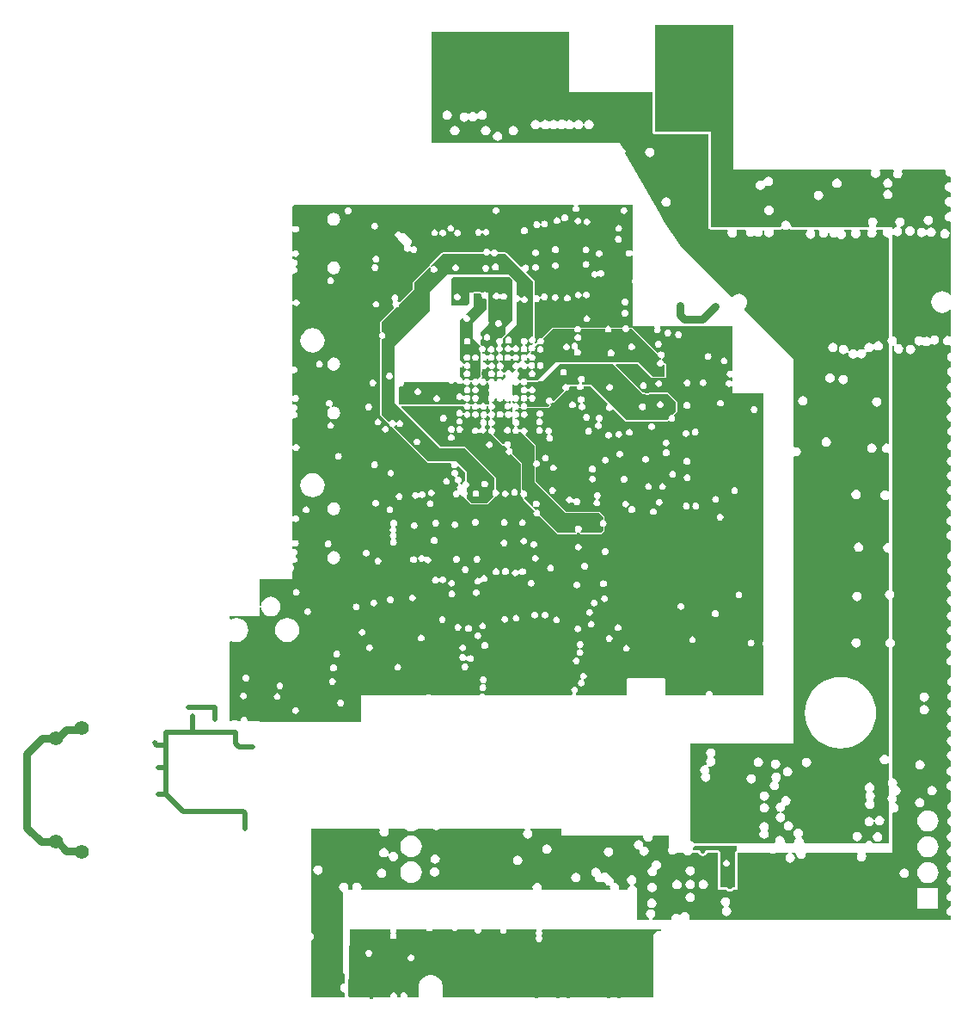
<source format=gbr>
G04*
G04 #@! TF.GenerationSoftware,Altium Limited,Altium Designer,24.2.2 (26)*
G04*
G04 Layer_Physical_Order=5*
G04 Layer_Color=8242323*
%FSLAX25Y25*%
%MOIN*%
G70*
G04*
G04 #@! TF.SameCoordinates,383E0004-DF84-4F77-A050-2B2E5B934949*
G04*
G04*
G04 #@! TF.FilePolarity,Positive*
G04*
G01*
G75*
%ADD183C,0.02000*%
%ADD201C,0.05512*%
%ADD210C,0.01600*%
%ADD213C,0.03000*%
G36*
X312673Y-23296D02*
X312656Y-23476D01*
X312673Y-23655D01*
Y-39832D01*
X312656Y-40011D01*
X312673Y-40191D01*
Y-56367D01*
X312656Y-56547D01*
X312673Y-56726D01*
Y-69283D01*
X366018D01*
X366285Y-69783D01*
X366218Y-69883D01*
X366078Y-70586D01*
X366218Y-71288D01*
X366616Y-71883D01*
X367211Y-72281D01*
X367913Y-72421D01*
X368616Y-72281D01*
X369211Y-71883D01*
X369609Y-71288D01*
X369749Y-70586D01*
X369609Y-69883D01*
X369542Y-69783D01*
X369809Y-69283D01*
X374824D01*
X375091Y-69783D01*
X374879Y-70100D01*
X374740Y-70802D01*
X374879Y-71504D01*
X375277Y-72100D01*
X375872Y-72497D01*
X376575Y-72637D01*
X377277Y-72497D01*
X377872Y-72100D01*
X378270Y-71504D01*
X378410Y-70802D01*
X378270Y-70100D01*
X378059Y-69783D01*
X378326Y-69283D01*
X394689D01*
X395007Y-69669D01*
X394949Y-69957D01*
X395089Y-70660D01*
X395487Y-71255D01*
X396082Y-71653D01*
X396785Y-71793D01*
X396858Y-71778D01*
X397244Y-72095D01*
Y-73814D01*
X396858Y-74131D01*
X396621Y-74084D01*
X395919Y-74224D01*
X395323Y-74622D01*
X394926Y-75217D01*
X394786Y-75920D01*
X394926Y-76622D01*
X395323Y-77217D01*
X395919Y-77615D01*
X396621Y-77755D01*
X396858Y-77708D01*
X397244Y-78025D01*
Y-79509D01*
X396858Y-79827D01*
X396621Y-79780D01*
X395919Y-79919D01*
X395323Y-80317D01*
X394926Y-80913D01*
X394786Y-81615D01*
X394926Y-82317D01*
X395323Y-82913D01*
X395919Y-83310D01*
X396621Y-83450D01*
X396858Y-83403D01*
X397244Y-83720D01*
Y-85269D01*
X396858Y-85586D01*
X396621Y-85539D01*
X395919Y-85678D01*
X395323Y-86076D01*
X394926Y-86672D01*
X394786Y-87374D01*
X394926Y-88076D01*
X395323Y-88672D01*
X395919Y-89070D01*
X396621Y-89209D01*
X396858Y-89162D01*
X397244Y-89480D01*
Y-117503D01*
X396771Y-117664D01*
X396660Y-117520D01*
X395794Y-116855D01*
X394784Y-116437D01*
X393701Y-116294D01*
X392618Y-116437D01*
X391608Y-116855D01*
X390741Y-117520D01*
X390076Y-118387D01*
X389658Y-119396D01*
X389515Y-120480D01*
X389658Y-121563D01*
X390076Y-122572D01*
X390741Y-123439D01*
X391608Y-124104D01*
X392618Y-124522D01*
X393701Y-124665D01*
X394784Y-124522D01*
X395794Y-124104D01*
X396660Y-123439D01*
X396771Y-123295D01*
X397244Y-123456D01*
Y-133554D01*
X396744Y-133821D01*
X396630Y-133745D01*
X395928Y-133606D01*
X395226Y-133745D01*
X394630Y-134143D01*
X394232Y-134738D01*
X394093Y-135441D01*
X394232Y-136143D01*
X394630Y-136739D01*
X395226Y-137136D01*
X395928Y-137276D01*
X396630Y-137136D01*
X396744Y-137060D01*
X397244Y-137328D01*
Y-140067D01*
X396811Y-140153D01*
X396216Y-140551D01*
X395818Y-141146D01*
X395678Y-141849D01*
X395818Y-142551D01*
X396216Y-143146D01*
X396811Y-143544D01*
X397244Y-143630D01*
Y-145762D01*
X396811Y-145848D01*
X396216Y-146246D01*
X395818Y-146842D01*
X395678Y-147544D01*
X395818Y-148246D01*
X396216Y-148842D01*
X396811Y-149240D01*
X397244Y-149326D01*
Y-151692D01*
X396648Y-151811D01*
X396053Y-152208D01*
X395655Y-152804D01*
X395515Y-153506D01*
X395655Y-154208D01*
X396053Y-154804D01*
X396648Y-155202D01*
X397244Y-155320D01*
Y-157387D01*
X396648Y-157506D01*
X396053Y-157904D01*
X395655Y-158499D01*
X395515Y-159201D01*
X395655Y-159904D01*
X396053Y-160499D01*
X396648Y-160897D01*
X397244Y-161015D01*
Y-163146D01*
X396648Y-163265D01*
X396053Y-163663D01*
X395655Y-164258D01*
X395515Y-164961D01*
X395655Y-165663D01*
X396053Y-166258D01*
X396648Y-166656D01*
X397244Y-166775D01*
Y-168620D01*
X396868Y-168694D01*
X396273Y-169092D01*
X395875Y-169688D01*
X395735Y-170390D01*
X395875Y-171092D01*
X396273Y-171688D01*
X396868Y-172085D01*
X397244Y-172160D01*
Y-174315D01*
X396868Y-174390D01*
X396273Y-174788D01*
X395875Y-175383D01*
X395735Y-176085D01*
X395875Y-176788D01*
X396273Y-177383D01*
X396868Y-177781D01*
X397244Y-177856D01*
Y-180245D01*
X396705Y-180352D01*
X396110Y-180750D01*
X395712Y-181345D01*
X395572Y-182047D01*
X395712Y-182750D01*
X396110Y-183345D01*
X396705Y-183743D01*
X397244Y-183850D01*
Y-185940D01*
X396705Y-186047D01*
X396110Y-186445D01*
X395712Y-187040D01*
X395572Y-187743D01*
X395712Y-188445D01*
X396110Y-189041D01*
X396705Y-189438D01*
X397244Y-189546D01*
Y-191699D01*
X396705Y-191806D01*
X396110Y-192204D01*
X395712Y-192800D01*
X395572Y-193502D01*
X395712Y-194204D01*
X396110Y-194800D01*
X396705Y-195198D01*
X397244Y-195305D01*
Y-197395D01*
X396705Y-197502D01*
X396110Y-197900D01*
X395712Y-198495D01*
X395572Y-199197D01*
X395712Y-199900D01*
X396110Y-200495D01*
X396705Y-200893D01*
X397244Y-201000D01*
Y-203324D01*
X396542Y-203464D01*
X395946Y-203862D01*
X395549Y-204457D01*
X395409Y-205159D01*
X395549Y-205862D01*
X395946Y-206457D01*
X396542Y-206855D01*
X397244Y-206995D01*
Y-209020D01*
X396542Y-209159D01*
X395946Y-209557D01*
X395549Y-210153D01*
X395409Y-210855D01*
X395549Y-211557D01*
X395946Y-212153D01*
X396542Y-212550D01*
X397244Y-212690D01*
Y-217134D01*
X396868Y-217209D01*
X396273Y-217607D01*
X395875Y-218202D01*
X395735Y-218904D01*
X395875Y-219607D01*
X396273Y-220202D01*
X396868Y-220600D01*
X397244Y-220675D01*
Y-222829D01*
X396868Y-222904D01*
X396273Y-223302D01*
X395875Y-223897D01*
X395735Y-224600D01*
X395875Y-225302D01*
X396273Y-225897D01*
X396868Y-226295D01*
X397244Y-226370D01*
Y-228759D01*
X396705Y-228866D01*
X396110Y-229264D01*
X395712Y-229860D01*
X395572Y-230562D01*
X395712Y-231264D01*
X396110Y-231860D01*
X396705Y-232258D01*
X397244Y-232365D01*
Y-234454D01*
X396705Y-234562D01*
X396110Y-234960D01*
X395712Y-235555D01*
X395572Y-236257D01*
X395712Y-236960D01*
X396110Y-237555D01*
X396705Y-237953D01*
X397244Y-238060D01*
Y-240214D01*
X396705Y-240321D01*
X396110Y-240719D01*
X395712Y-241314D01*
X395572Y-242016D01*
X395712Y-242719D01*
X396110Y-243314D01*
X396705Y-243712D01*
X397244Y-243819D01*
Y-245909D01*
X396705Y-246016D01*
X396110Y-246414D01*
X395712Y-247009D01*
X395572Y-247712D01*
X395712Y-248414D01*
X396110Y-249009D01*
X396705Y-249407D01*
X397244Y-249515D01*
Y-251839D01*
X396542Y-251978D01*
X395946Y-252376D01*
X395549Y-252972D01*
X395409Y-253674D01*
X395549Y-254376D01*
X395946Y-254972D01*
X396542Y-255369D01*
X397244Y-255509D01*
Y-257534D01*
X396542Y-257674D01*
X395946Y-258071D01*
X395549Y-258667D01*
X395409Y-259369D01*
X395549Y-260072D01*
X395946Y-260667D01*
X396542Y-261065D01*
X397244Y-261205D01*
Y-265687D01*
X396868Y-265761D01*
X396273Y-266159D01*
X395875Y-266755D01*
X395735Y-267457D01*
X395875Y-268159D01*
X396273Y-268755D01*
X396868Y-269152D01*
X397244Y-269227D01*
Y-271382D01*
X396868Y-271457D01*
X396273Y-271854D01*
X395875Y-272450D01*
X395735Y-273152D01*
X395875Y-273854D01*
X396273Y-274450D01*
X396868Y-274848D01*
X397244Y-274922D01*
Y-277312D01*
X396705Y-277419D01*
X396110Y-277817D01*
X395712Y-278412D01*
X395572Y-279114D01*
X395712Y-279817D01*
X396110Y-280412D01*
X396705Y-280810D01*
X397244Y-280917D01*
Y-283007D01*
X396705Y-283114D01*
X396110Y-283512D01*
X395712Y-284107D01*
X395572Y-284810D01*
X395712Y-285512D01*
X396110Y-286107D01*
X396705Y-286505D01*
X397244Y-286613D01*
Y-288766D01*
X396705Y-288873D01*
X396110Y-289271D01*
X395712Y-289867D01*
X395572Y-290569D01*
X395712Y-291271D01*
X396110Y-291867D01*
X396705Y-292265D01*
X397244Y-292372D01*
Y-294461D01*
X396705Y-294569D01*
X396110Y-294967D01*
X395712Y-295562D01*
X395572Y-296264D01*
X395712Y-296967D01*
X396110Y-297562D01*
X396705Y-297960D01*
X397244Y-298067D01*
Y-300391D01*
X396542Y-300531D01*
X395946Y-300929D01*
X395549Y-301524D01*
X395409Y-302226D01*
X395549Y-302929D01*
X395946Y-303524D01*
X396542Y-303922D01*
X397244Y-304062D01*
Y-306086D01*
X396542Y-306226D01*
X395946Y-306624D01*
X395549Y-307219D01*
X395409Y-307922D01*
X395549Y-308624D01*
X395946Y-309220D01*
X396542Y-309617D01*
X397244Y-309757D01*
Y-314201D01*
X396868Y-314276D01*
X396273Y-314674D01*
X395875Y-315269D01*
X395735Y-315971D01*
X395875Y-316674D01*
X396273Y-317269D01*
X396868Y-317667D01*
X397244Y-317742D01*
Y-319896D01*
X396868Y-319971D01*
X396273Y-320369D01*
X395875Y-320964D01*
X395735Y-321667D01*
X395875Y-322369D01*
X396273Y-322964D01*
X396868Y-323362D01*
X397244Y-323437D01*
Y-325826D01*
X396705Y-325933D01*
X396110Y-326331D01*
X395712Y-326926D01*
X395572Y-327629D01*
X395712Y-328331D01*
X396110Y-328926D01*
X396705Y-329324D01*
X397244Y-329432D01*
Y-331521D01*
X396705Y-331629D01*
X396110Y-332026D01*
X395712Y-332622D01*
X395572Y-333324D01*
X395712Y-334027D01*
X396110Y-334622D01*
X396705Y-335020D01*
X397244Y-335127D01*
Y-337281D01*
X396705Y-337388D01*
X396110Y-337786D01*
X395712Y-338381D01*
X395572Y-339083D01*
X395712Y-339786D01*
X396110Y-340381D01*
X396705Y-340779D01*
X397244Y-340886D01*
Y-342976D01*
X396705Y-343083D01*
X396110Y-343481D01*
X395712Y-344076D01*
X395572Y-344779D01*
X395712Y-345481D01*
X396110Y-346076D01*
X396705Y-346474D01*
X397244Y-346581D01*
Y-348906D01*
X396542Y-349045D01*
X395946Y-349443D01*
X395549Y-350039D01*
X395409Y-350741D01*
X395549Y-351443D01*
X395946Y-352039D01*
X396542Y-352436D01*
X397244Y-352576D01*
Y-354601D01*
X396542Y-354741D01*
X395946Y-355138D01*
X395549Y-355734D01*
X395409Y-356436D01*
X395549Y-357138D01*
X395946Y-357734D01*
X396542Y-358132D01*
X397244Y-358271D01*
Y-359783D01*
X295921D01*
X295661Y-359372D01*
X295668Y-359283D01*
X295804Y-358602D01*
X295664Y-357900D01*
X295266Y-357305D01*
X294671Y-356907D01*
X293969Y-356767D01*
X293266Y-356907D01*
X292671Y-357305D01*
X292315Y-357837D01*
X292047Y-357922D01*
X291753Y-357951D01*
X291223Y-357596D01*
X290521Y-357457D01*
X289818Y-357596D01*
X289223Y-357994D01*
X288825Y-358590D01*
X288685Y-359292D01*
X288706Y-359397D01*
X288389Y-359783D01*
X281613D01*
X281414Y-359320D01*
X281420Y-359283D01*
X281991Y-358902D01*
X282388Y-358307D01*
X282528Y-357604D01*
X282388Y-356902D01*
X281991Y-356307D01*
X281395Y-355909D01*
X280693Y-355769D01*
X279991Y-355909D01*
X279395Y-356307D01*
X278997Y-356902D01*
X278857Y-357604D01*
X278997Y-358307D01*
X279395Y-358902D01*
X279965Y-359283D01*
X279972Y-359320D01*
X279773Y-359783D01*
X275416D01*
Y-348284D01*
X275416D01*
X275423Y-348213D01*
X275283Y-347510D01*
X274886Y-346915D01*
X274290Y-346517D01*
X274220Y-346503D01*
X274157Y-346243D01*
X274168Y-345983D01*
X274699Y-345628D01*
X275097Y-345033D01*
X275236Y-344331D01*
X275097Y-343628D01*
X274699Y-343033D01*
X274103Y-342635D01*
X273401Y-342495D01*
X272699Y-342635D01*
X272103Y-343033D01*
X271705Y-343628D01*
X271566Y-344331D01*
X271705Y-345033D01*
X272103Y-345628D01*
X272699Y-346026D01*
X272768Y-346040D01*
X272832Y-346300D01*
X272821Y-346560D01*
X272290Y-346915D01*
X271892Y-347510D01*
X271753Y-348213D01*
X271694Y-348284D01*
X268820D01*
X268493Y-347784D01*
X268587Y-347308D01*
X268447Y-346606D01*
X268050Y-346011D01*
X267454Y-345613D01*
X266788Y-345480D01*
X266751Y-345472D01*
X266406Y-345032D01*
X266476Y-344681D01*
X266336Y-343979D01*
X265938Y-343383D01*
X265342Y-342985D01*
X264702Y-342858D01*
X264650Y-342595D01*
X264252Y-342000D01*
X263656Y-341602D01*
X262954Y-341462D01*
X262252Y-341602D01*
X261904Y-341834D01*
X261556Y-341602D01*
X261285Y-341548D01*
X261320Y-341370D01*
X261181Y-340668D01*
X260783Y-340073D01*
X260187Y-339675D01*
X259485Y-339535D01*
X258783Y-339675D01*
X258187Y-340073D01*
X257790Y-340668D01*
X257650Y-341370D01*
X257790Y-342073D01*
X258187Y-342668D01*
X258783Y-343066D01*
X259054Y-343120D01*
X259019Y-343297D01*
X259158Y-344000D01*
X259556Y-344595D01*
X260152Y-344993D01*
X260854Y-345133D01*
X261556Y-344993D01*
X261904Y-344761D01*
X262252Y-344993D01*
X262892Y-345120D01*
X262945Y-345383D01*
X263342Y-345979D01*
X263938Y-346376D01*
X264605Y-346509D01*
X264641Y-346517D01*
X264986Y-346957D01*
X264917Y-347308D01*
X265011Y-347784D01*
X264683Y-348284D01*
X257757D01*
X257519Y-348125D01*
X256817Y-347985D01*
X256115Y-348125D01*
X255877Y-348284D01*
X238774D01*
X238454Y-347784D01*
X238551Y-347292D01*
X238412Y-346590D01*
X238014Y-345994D01*
X237419Y-345596D01*
X236716Y-345457D01*
X236014Y-345596D01*
X235418Y-345994D01*
X235021Y-346590D01*
X234881Y-347292D01*
X234979Y-347784D01*
X234659Y-348284D01*
X168751D01*
X168721Y-348228D01*
X168537Y-347784D01*
X168662Y-347155D01*
X168523Y-346452D01*
X168125Y-345857D01*
X167529Y-345459D01*
X166827Y-345319D01*
X166125Y-345459D01*
X165529Y-345857D01*
X165132Y-346452D01*
X164992Y-347155D01*
X165117Y-347784D01*
X164933Y-348228D01*
X164903Y-348284D01*
X163649D01*
X163368Y-347784D01*
X163483Y-347208D01*
X163343Y-346505D01*
X162945Y-345910D01*
X162350Y-345512D01*
X161648Y-345373D01*
X160945Y-345512D01*
X160350Y-345910D01*
X159952Y-346505D01*
X159812Y-347208D01*
X159952Y-347910D01*
X160350Y-348506D01*
X160945Y-348903D01*
X161592Y-349032D01*
Y-380600D01*
X161696Y-380525D01*
X162141Y-380751D01*
Y-384331D01*
X161439Y-384471D01*
X160844Y-384869D01*
X160446Y-385464D01*
X160306Y-386167D01*
X160446Y-386869D01*
X160844Y-387464D01*
X161439Y-387862D01*
X162141Y-388002D01*
Y-389897D01*
X149144D01*
Y-367780D01*
X149555Y-367506D01*
X149953Y-366911D01*
X150093Y-366208D01*
X149953Y-365506D01*
X149555Y-364911D01*
X149144Y-364636D01*
Y-324530D01*
X175543D01*
X175778Y-324971D01*
X175706Y-325079D01*
X175566Y-325781D01*
X175706Y-326484D01*
X176104Y-327079D01*
X176699Y-327477D01*
X177401Y-327617D01*
X178104Y-327477D01*
X178699Y-327079D01*
X179097Y-326484D01*
X179237Y-325781D01*
X179097Y-325079D01*
X179025Y-324971D01*
X179261Y-324530D01*
X185223D01*
X185762Y-324944D01*
X186772Y-325362D01*
X187855Y-325504D01*
X188938Y-325362D01*
X189947Y-324944D01*
X190487Y-324530D01*
X196295D01*
X196318Y-324564D01*
X196914Y-324961D01*
X197616Y-325101D01*
X198318Y-324961D01*
X198914Y-324564D01*
X198936Y-324530D01*
X231888D01*
X232040Y-325030D01*
X231705Y-325254D01*
X231307Y-325849D01*
X231167Y-326552D01*
X231307Y-327254D01*
X231705Y-327849D01*
X232300Y-328247D01*
X233002Y-328387D01*
X233705Y-328247D01*
X234300Y-327849D01*
X234698Y-327254D01*
X234838Y-326552D01*
X234698Y-325849D01*
X234300Y-325254D01*
X233965Y-325030D01*
X234117Y-324530D01*
X246132D01*
Y-327169D01*
X277606D01*
X277923Y-327556D01*
X277901Y-327669D01*
X278040Y-328372D01*
X278438Y-328967D01*
X279033Y-329365D01*
X279736Y-329504D01*
X280438Y-329365D01*
X281034Y-328967D01*
X281431Y-328372D01*
X281571Y-327669D01*
X281549Y-327556D01*
X281866Y-327169D01*
X287647D01*
Y-331812D01*
X287512Y-332015D01*
X287372Y-332718D01*
X287512Y-333420D01*
X287647Y-333623D01*
Y-333739D01*
X287725D01*
X287910Y-334015D01*
X288505Y-334413D01*
X289207Y-334553D01*
X289910Y-334413D01*
X290505Y-334015D01*
X290689Y-333739D01*
X293464D01*
X293839Y-334301D01*
X294435Y-334699D01*
X295137Y-334838D01*
X295839Y-334699D01*
X296435Y-334301D01*
X296810Y-333739D01*
X299199D01*
X299241Y-333953D01*
X299639Y-334548D01*
X300234Y-334946D01*
X300937Y-335086D01*
X301639Y-334946D01*
X302234Y-334548D01*
X302632Y-333953D01*
X302675Y-333739D01*
X306677D01*
Y-348284D01*
X310080D01*
X310103Y-348318D01*
X310698Y-348716D01*
X311401Y-348855D01*
X312103Y-348716D01*
X312698Y-348318D01*
X312721Y-348284D01*
X314516D01*
Y-333739D01*
X326923D01*
X326932Y-333753D01*
X327527Y-334151D01*
X328230Y-334290D01*
X328932Y-334151D01*
X329528Y-333753D01*
X329536Y-333739D01*
X333936D01*
X333988Y-333881D01*
X334019Y-334240D01*
X333504Y-334584D01*
X333106Y-335179D01*
X332967Y-335881D01*
X333106Y-336584D01*
X333504Y-337179D01*
X334100Y-337577D01*
X334802Y-337717D01*
X335504Y-337577D01*
X336100Y-337179D01*
X336498Y-336584D01*
X336637Y-335881D01*
X336498Y-335179D01*
X336100Y-334584D01*
X335585Y-334240D01*
X335598Y-333739D01*
X335674Y-333654D01*
X336830D01*
X337239Y-334154D01*
X337178Y-334457D01*
X337318Y-335159D01*
X337716Y-335755D01*
X338311Y-336153D01*
X339014Y-336292D01*
X339716Y-336153D01*
X340311Y-335755D01*
X340709Y-335159D01*
X340849Y-334457D01*
X340789Y-334154D01*
X341197Y-333654D01*
X360918D01*
X361134Y-334154D01*
X360844Y-334588D01*
X360704Y-335291D01*
X360844Y-335993D01*
X361242Y-336589D01*
X361837Y-336986D01*
X362539Y-337126D01*
X363242Y-336986D01*
X363837Y-336589D01*
X364235Y-335993D01*
X364374Y-335291D01*
X364235Y-334588D01*
X363944Y-334154D01*
X364160Y-333654D01*
X368386D01*
X368458Y-333701D01*
X369160Y-333841D01*
X369862Y-333701D01*
X369934Y-333654D01*
X374410D01*
Y-318448D01*
X374796Y-318131D01*
X375071Y-318186D01*
X375773Y-318046D01*
X376368Y-317648D01*
X376766Y-317053D01*
X376906Y-316350D01*
X376766Y-315648D01*
X376368Y-315053D01*
X375773Y-314655D01*
X375742Y-314649D01*
X375599Y-314142D01*
X375997Y-313547D01*
X376137Y-312844D01*
X375997Y-312142D01*
X375899Y-311995D01*
X376129Y-311440D01*
X376490Y-311368D01*
X377085Y-310970D01*
X377483Y-310375D01*
X377623Y-309672D01*
X377483Y-308970D01*
X377085Y-308375D01*
X376490Y-307977D01*
X376421Y-307963D01*
X376230Y-307501D01*
X376268Y-307445D01*
X376408Y-306742D01*
X376268Y-306040D01*
X375870Y-305445D01*
X375274Y-305047D01*
X374572Y-304907D01*
X374410Y-304773D01*
Y-254101D01*
X374880Y-253787D01*
X375277Y-253192D01*
X375417Y-252489D01*
X375277Y-251787D01*
X374880Y-251191D01*
X374410Y-250877D01*
Y-235308D01*
X374610Y-235174D01*
X375008Y-234579D01*
X375148Y-233877D01*
X375008Y-233174D01*
X374610Y-232579D01*
X374410Y-232445D01*
Y-216403D01*
X374442Y-216354D01*
X374582Y-215652D01*
X374442Y-214949D01*
X374410Y-214900D01*
Y-137438D01*
X375009Y-137319D01*
X375259Y-137574D01*
X375340Y-137724D01*
X375210Y-137919D01*
X375070Y-138622D01*
X375210Y-139324D01*
X375607Y-139919D01*
X376203Y-140317D01*
X376905Y-140457D01*
X377608Y-140317D01*
X378203Y-139919D01*
X378601Y-139324D01*
X378741Y-138622D01*
X378601Y-137919D01*
X378203Y-137324D01*
X377608Y-136926D01*
X376905Y-136786D01*
X376305Y-136906D01*
X376056Y-136651D01*
X375975Y-136501D01*
X376105Y-136305D01*
X376245Y-135603D01*
X376105Y-134901D01*
X375707Y-134305D01*
X375112Y-133908D01*
X374410Y-133768D01*
Y-94403D01*
X374909Y-94251D01*
X375080Y-94507D01*
X375676Y-94904D01*
X376378Y-95044D01*
X377080Y-94904D01*
X377676Y-94507D01*
X378074Y-93911D01*
X378213Y-93209D01*
X378074Y-92507D01*
X377676Y-91911D01*
X377551Y-91828D01*
X377657Y-91297D01*
X378064Y-91216D01*
X378660Y-90818D01*
X379058Y-90223D01*
X379197Y-89520D01*
X379058Y-88818D01*
X378660Y-88223D01*
X378064Y-87825D01*
X377362Y-87685D01*
X376660Y-87825D01*
X376064Y-88223D01*
X375667Y-88818D01*
X375527Y-89520D01*
X375667Y-90223D01*
X376064Y-90818D01*
X376189Y-90901D01*
X376083Y-91432D01*
X375676Y-91513D01*
X375080Y-91911D01*
X374909Y-92167D01*
X374410Y-92015D01*
Y-91339D01*
X368199D01*
X368047Y-90839D01*
X368078Y-90818D01*
X368476Y-90223D01*
X368616Y-89520D01*
X368476Y-88818D01*
X368078Y-88223D01*
X367483Y-87825D01*
X366780Y-87685D01*
X366078Y-87825D01*
X365483Y-88223D01*
X365085Y-88818D01*
X364945Y-89520D01*
X365085Y-90223D01*
X365483Y-90818D01*
X365513Y-90839D01*
X365361Y-91339D01*
X335291D01*
X334973Y-90952D01*
X335016Y-90739D01*
X334876Y-90036D01*
X334478Y-89441D01*
X333883Y-89043D01*
X333180Y-88903D01*
X332478Y-89043D01*
X331883Y-89441D01*
X331485Y-90036D01*
X331345Y-90739D01*
X331388Y-90952D01*
X331070Y-91339D01*
X304105D01*
Y-54445D01*
X282401D01*
Y-12992D01*
X312673D01*
Y-23296D01*
D02*
G37*
G36*
X273867Y-99952D02*
X273864Y-99969D01*
X273867Y-99985D01*
Y-100500D01*
X273367Y-100652D01*
X273333Y-100601D01*
X272903Y-100313D01*
X272396Y-100213D01*
X271889Y-100313D01*
X271459Y-100601D01*
X271171Y-101031D01*
X271071Y-101538D01*
X271171Y-102045D01*
X271459Y-102475D01*
X271889Y-102763D01*
X272396Y-102864D01*
X272903Y-102763D01*
X273333Y-102475D01*
X273367Y-102425D01*
X273867Y-102576D01*
Y-111280D01*
X273771Y-111344D01*
X273484Y-111774D01*
X273383Y-112281D01*
X273484Y-112788D01*
X273771Y-113218D01*
X273867Y-113283D01*
Y-129921D01*
X282078D01*
X282205Y-130120D01*
X282295Y-130421D01*
X282061Y-130772D01*
X281960Y-131279D01*
X282061Y-131786D01*
X282348Y-132217D01*
X282778Y-132504D01*
X283285Y-132605D01*
X283792Y-132504D01*
X284222Y-132217D01*
X284510Y-131786D01*
X284611Y-131279D01*
X284510Y-130772D01*
X284275Y-130421D01*
X284365Y-130120D01*
X284493Y-129921D01*
X312600D01*
Y-146910D01*
X312100Y-147178D01*
X312035Y-147134D01*
X311528Y-147034D01*
X311021Y-147134D01*
X310591Y-147422D01*
X310304Y-147852D01*
X310203Y-148359D01*
X310304Y-148866D01*
X310591Y-149296D01*
X311021Y-149583D01*
X311528Y-149684D01*
X312035Y-149583D01*
X312100Y-149540D01*
X312600Y-149808D01*
Y-150922D01*
X312100Y-151074D01*
X312093Y-151063D01*
X311663Y-150776D01*
X311156Y-150675D01*
X310649Y-150776D01*
X310219Y-151063D01*
X309931Y-151494D01*
X309831Y-152001D01*
X309931Y-152508D01*
X310219Y-152938D01*
X310649Y-153225D01*
X311156Y-153326D01*
X311663Y-153225D01*
X312093Y-152938D01*
X312100Y-152927D01*
X312600Y-153079D01*
Y-155881D01*
X324581D01*
Y-251811D01*
X324532Y-251844D01*
X324244Y-252274D01*
X324143Y-252781D01*
X324244Y-253288D01*
X324532Y-253718D01*
X324581Y-253751D01*
Y-272872D01*
X305030D01*
X304736Y-272515D01*
X304636Y-272008D01*
X304348Y-271578D01*
X303918Y-271291D01*
X303411Y-271190D01*
X302904Y-271291D01*
X302474Y-271578D01*
X302186Y-272008D01*
X302085Y-272515D01*
X301792Y-272872D01*
X286321D01*
Y-266646D01*
X286162Y-266263D01*
X285780Y-266104D01*
X272000D01*
X271618Y-266263D01*
X271459Y-266646D01*
Y-272872D01*
X252206D01*
X252181Y-272745D01*
X251893Y-272315D01*
X251859Y-272292D01*
X251842Y-272234D01*
X251894Y-271714D01*
X252150Y-271543D01*
X252437Y-271112D01*
X252538Y-270605D01*
X252437Y-270098D01*
X252150Y-269668D01*
X251720Y-269381D01*
X251213Y-269280D01*
X250705Y-269381D01*
X250275Y-269668D01*
X249988Y-270098D01*
X249887Y-270605D01*
X249988Y-271112D01*
X250275Y-271543D01*
X250309Y-271565D01*
X250327Y-271624D01*
X250275Y-272144D01*
X250019Y-272315D01*
X249732Y-272745D01*
X249706Y-272872D01*
X216768D01*
X216753Y-272796D01*
X216466Y-272365D01*
X216036Y-272078D01*
X215528Y-271977D01*
X215021Y-272078D01*
X214591Y-272365D01*
X214304Y-272796D01*
X214289Y-272872D01*
X195691D01*
X195507Y-272598D01*
X195077Y-272311D01*
X194570Y-272210D01*
X194063Y-272311D01*
X193633Y-272598D01*
X193449Y-272872D01*
X168380D01*
Y-283128D01*
X129222D01*
Y-282961D01*
X124770D01*
X124360Y-282461D01*
X124367Y-282426D01*
X124266Y-281919D01*
X123978Y-281489D01*
X123548Y-281202D01*
X123041Y-281101D01*
X122534Y-281202D01*
X122104Y-281489D01*
X121817Y-281919D01*
X121716Y-282426D01*
X121722Y-282461D01*
X121312Y-282961D01*
X120633D01*
X120394Y-282603D01*
X119964Y-282315D01*
X119456Y-282214D01*
X118949Y-282315D01*
X118519Y-282603D01*
X118280Y-282961D01*
X117521D01*
Y-251999D01*
X118021Y-251683D01*
X118869Y-252034D01*
X120079Y-252193D01*
X121288Y-252034D01*
X122416Y-251567D01*
X123384Y-250824D01*
X124126Y-249856D01*
X124593Y-248729D01*
X124753Y-247520D01*
X124593Y-246310D01*
X124126Y-245183D01*
X123384Y-244215D01*
X122416Y-243472D01*
X121288Y-243005D01*
X120079Y-242846D01*
X118869Y-243005D01*
X118021Y-243356D01*
X117521Y-243040D01*
Y-242002D01*
X129233D01*
Y-238792D01*
X129733Y-238759D01*
X129813Y-239364D01*
X130191Y-240276D01*
X130791Y-241059D01*
X131574Y-241660D01*
X132486Y-242037D01*
X133465Y-242166D01*
X134443Y-242037D01*
X135355Y-241660D01*
X136138Y-241059D01*
X136739Y-240276D01*
X137116Y-239364D01*
X137245Y-238386D01*
X137116Y-237407D01*
X136739Y-236496D01*
X136138Y-235713D01*
X135355Y-235112D01*
X134443Y-234734D01*
X133465Y-234605D01*
X132486Y-234734D01*
X131574Y-235112D01*
X130791Y-235713D01*
X130191Y-236496D01*
X129813Y-237407D01*
X129733Y-238013D01*
X129233Y-237980D01*
Y-227869D01*
X141702D01*
Y-224655D01*
X141727Y-224650D01*
X142157Y-224362D01*
X142445Y-223932D01*
X142546Y-223425D01*
X142445Y-222918D01*
X142157Y-222488D01*
X141940Y-222343D01*
X141924Y-221931D01*
X142344Y-221589D01*
X142404Y-221601D01*
X142912Y-221500D01*
X143342Y-221213D01*
X143629Y-220783D01*
X143730Y-220275D01*
X143629Y-219768D01*
X143342Y-219338D01*
X143036Y-219134D01*
X143006Y-219020D01*
Y-218693D01*
X143036Y-218579D01*
X143342Y-218374D01*
X143629Y-217945D01*
X143730Y-217437D01*
X143629Y-216930D01*
X143342Y-216500D01*
X142912Y-216213D01*
X142404Y-216112D01*
X142202Y-216152D01*
X141702Y-215788D01*
Y-215135D01*
X141824Y-215043D01*
X142202Y-214914D01*
X142524Y-215129D01*
X143032Y-215230D01*
X143539Y-215129D01*
X143969Y-214842D01*
X144256Y-214412D01*
X144357Y-213905D01*
X144256Y-213397D01*
X143969Y-212967D01*
X143539Y-212680D01*
X143032Y-212579D01*
X142524Y-212680D01*
X142202Y-212896D01*
X141824Y-212766D01*
X141702Y-212674D01*
Y-205623D01*
X141893Y-205496D01*
X142202Y-205402D01*
X142549Y-205634D01*
X143056Y-205735D01*
X143563Y-205634D01*
X143993Y-205347D01*
X144280Y-204917D01*
X144381Y-204409D01*
X144280Y-203902D01*
X143993Y-203472D01*
X143563Y-203185D01*
X143056Y-203084D01*
X142549Y-203185D01*
X142202Y-203417D01*
X141893Y-203323D01*
X141702Y-203196D01*
Y-200733D01*
X141729Y-200596D01*
X141702Y-200459D01*
Y-177609D01*
X142202Y-177457D01*
X142370Y-177709D01*
X142800Y-177996D01*
X143307Y-178097D01*
X143814Y-177996D01*
X144244Y-177709D01*
X144532Y-177279D01*
X144632Y-176772D01*
X144532Y-176264D01*
X144244Y-175834D01*
X143814Y-175547D01*
X143307Y-175446D01*
X142800Y-175547D01*
X142370Y-175834D01*
X142202Y-176086D01*
X141702Y-175934D01*
Y-165823D01*
X142202Y-165458D01*
X142404Y-165499D01*
X142912Y-165398D01*
X143342Y-165110D01*
X143629Y-164680D01*
X143730Y-164173D01*
X143629Y-163666D01*
X143342Y-163236D01*
X143036Y-163032D01*
X143006Y-162918D01*
Y-162591D01*
X143036Y-162476D01*
X143342Y-162272D01*
X143629Y-161842D01*
X143730Y-161335D01*
X143629Y-160828D01*
X143342Y-160398D01*
X142912Y-160110D01*
X142404Y-160010D01*
X142202Y-160050D01*
X141702Y-159686D01*
Y-159033D01*
X141824Y-158941D01*
X142202Y-158811D01*
X142524Y-159027D01*
X143032Y-159128D01*
X143539Y-159027D01*
X143969Y-158739D01*
X144256Y-158309D01*
X144357Y-157802D01*
X144256Y-157295D01*
X143969Y-156865D01*
X143539Y-156578D01*
X143032Y-156477D01*
X142524Y-156578D01*
X142202Y-156793D01*
X141824Y-156663D01*
X141702Y-156572D01*
Y-148244D01*
X142202Y-147954D01*
X142563Y-148025D01*
X143070Y-147924D01*
X143500Y-147637D01*
X143787Y-147207D01*
X143888Y-146700D01*
X143787Y-146193D01*
X143500Y-145763D01*
X143070Y-145475D01*
X142563Y-145375D01*
X142202Y-145446D01*
X141702Y-145156D01*
Y-121507D01*
X142202Y-121355D01*
X142370Y-121607D01*
X142800Y-121894D01*
X143307Y-121995D01*
X143814Y-121894D01*
X144244Y-121607D01*
X144532Y-121177D01*
X144632Y-120669D01*
X144532Y-120162D01*
X144244Y-119732D01*
X143814Y-119445D01*
X143307Y-119344D01*
X142800Y-119445D01*
X142370Y-119732D01*
X142202Y-119984D01*
X141702Y-119832D01*
Y-109720D01*
X142202Y-109356D01*
X142404Y-109396D01*
X142912Y-109295D01*
X143342Y-109008D01*
X143629Y-108578D01*
X143730Y-108071D01*
X143629Y-107564D01*
X143342Y-107133D01*
X143036Y-106930D01*
X143006Y-106815D01*
Y-106488D01*
X143036Y-106374D01*
X143342Y-106170D01*
X143629Y-105740D01*
X143730Y-105233D01*
X143629Y-104725D01*
X143342Y-104295D01*
X142912Y-104008D01*
X142404Y-103907D01*
X142202Y-103947D01*
X141702Y-103583D01*
Y-102930D01*
X141824Y-102839D01*
X142202Y-102709D01*
X142524Y-102924D01*
X143032Y-103025D01*
X143539Y-102924D01*
X143969Y-102637D01*
X144256Y-102207D01*
X144357Y-101700D01*
X144256Y-101193D01*
X143969Y-100763D01*
X143539Y-100475D01*
X143032Y-100374D01*
X142524Y-100475D01*
X142202Y-100691D01*
X141824Y-100561D01*
X141702Y-100469D01*
Y-93418D01*
X141893Y-93291D01*
X142202Y-93198D01*
X142549Y-93429D01*
X143056Y-93530D01*
X143563Y-93429D01*
X143993Y-93142D01*
X144280Y-92712D01*
X144381Y-92205D01*
X144280Y-91698D01*
X143993Y-91267D01*
X143563Y-90980D01*
X143056Y-90879D01*
X142549Y-90980D01*
X142202Y-91212D01*
X141893Y-91118D01*
X141702Y-90991D01*
Y-83425D01*
X142101Y-83260D01*
X142737Y-82772D01*
X178286D01*
X178649Y-82844D01*
X179013Y-82772D01*
X250837D01*
X250989Y-83272D01*
X250828Y-83379D01*
X250541Y-83809D01*
X250440Y-84316D01*
X250541Y-84824D01*
X250828Y-85254D01*
X251258Y-85541D01*
X251766Y-85642D01*
X252273Y-85541D01*
X252703Y-85254D01*
X252990Y-84824D01*
X253091Y-84316D01*
X252990Y-83809D01*
X252703Y-83379D01*
X252542Y-83272D01*
X252694Y-82772D01*
X266101D01*
X266124Y-82788D01*
X266631Y-82889D01*
X267139Y-82788D01*
X267162Y-82772D01*
X273867D01*
Y-99952D01*
D02*
G37*
G36*
X249007Y-38976D02*
X281382D01*
Y-54445D01*
X281459Y-54835D01*
X281680Y-55166D01*
X282011Y-55387D01*
X282401Y-55465D01*
X303086D01*
Y-91339D01*
X303164Y-91729D01*
X303384Y-92059D01*
X303715Y-92281D01*
X304105Y-92358D01*
X310552D01*
X310787Y-92799D01*
X310700Y-92931D01*
X310560Y-93633D01*
X310700Y-94335D01*
X311097Y-94930D01*
X311693Y-95328D01*
X312395Y-95468D01*
X313097Y-95328D01*
X313693Y-94930D01*
X314091Y-94335D01*
X314230Y-93633D01*
X314091Y-92931D01*
X314003Y-92799D01*
X314239Y-92358D01*
X317493D01*
X317782Y-92858D01*
X317671Y-93416D01*
X317811Y-94119D01*
X318209Y-94714D01*
X318804Y-95112D01*
X319507Y-95252D01*
X320209Y-95112D01*
X320804Y-94714D01*
X321084D01*
X321680Y-95112D01*
X322382Y-95252D01*
X323084Y-95112D01*
X323680Y-94714D01*
X324078Y-94119D01*
X324217Y-93416D01*
X324122Y-92939D01*
X324433Y-92515D01*
X324581Y-92517D01*
X324705Y-92656D01*
X324904Y-92992D01*
X324783Y-93602D01*
X324922Y-94304D01*
X325320Y-94900D01*
X325916Y-95297D01*
X326618Y-95437D01*
X327320Y-95297D01*
X327916Y-94900D01*
X328314Y-94304D01*
X328453Y-93602D01*
X328314Y-92900D01*
X328246Y-92799D01*
X328482Y-92358D01*
X331070D01*
X331120Y-92348D01*
X331170Y-92353D01*
X331314Y-92310D01*
X331461Y-92281D01*
X331503Y-92252D01*
X331551Y-92238D01*
X331821Y-92074D01*
X332239Y-92275D01*
X332478Y-92434D01*
X333180Y-92574D01*
X333883Y-92434D01*
X334122Y-92275D01*
X334540Y-92074D01*
X334810Y-92238D01*
X334858Y-92252D01*
X334900Y-92281D01*
X335047Y-92310D01*
X335191Y-92353D01*
X335241Y-92348D01*
X335291Y-92358D01*
X341297D01*
X341449Y-92858D01*
X341399Y-92892D01*
X341001Y-93487D01*
X340861Y-94189D01*
X341001Y-94892D01*
X341399Y-95487D01*
X341994Y-95885D01*
X342696Y-96025D01*
X343399Y-95885D01*
X343994Y-95487D01*
X344392Y-94892D01*
X344532Y-94189D01*
X344392Y-93487D01*
X343994Y-92892D01*
X343944Y-92858D01*
X344096Y-92358D01*
X345904D01*
X346172Y-92858D01*
X346103Y-92961D01*
X345963Y-93664D01*
X346103Y-94366D01*
X346500Y-94962D01*
X347096Y-95359D01*
X347798Y-95499D01*
X348500Y-95359D01*
X349096Y-94962D01*
X349494Y-94366D01*
X349574Y-93963D01*
X350084D01*
X350189Y-94494D01*
X350587Y-95089D01*
X351183Y-95487D01*
X351885Y-95627D01*
X352587Y-95487D01*
X353060Y-95171D01*
X353334Y-95580D01*
X353929Y-95978D01*
X354631Y-96117D01*
X355334Y-95978D01*
X355929Y-95580D01*
X356327Y-94985D01*
X356467Y-94282D01*
X356327Y-93580D01*
X355929Y-92984D01*
X355740Y-92858D01*
X355892Y-92358D01*
X358604D01*
X358839Y-92858D01*
X358563Y-93271D01*
X358423Y-93973D01*
X358563Y-94675D01*
X358961Y-95271D01*
X359556Y-95669D01*
X360259Y-95808D01*
X360961Y-95669D01*
X361556Y-95271D01*
X361954Y-94675D01*
X362094Y-93973D01*
X361954Y-93271D01*
X361679Y-92858D01*
X361913Y-92358D01*
X364724D01*
X364991Y-92858D01*
X364840Y-93085D01*
X364700Y-93787D01*
X364840Y-94490D01*
X365238Y-95085D01*
X365833Y-95483D01*
X366535Y-95623D01*
X367238Y-95483D01*
X367833Y-95085D01*
X368231Y-94490D01*
X368371Y-93787D01*
X368231Y-93085D01*
X368069Y-92842D01*
X368112Y-92682D01*
X368347Y-92358D01*
X370649D01*
X370885Y-92799D01*
X370838Y-92869D01*
X370699Y-93571D01*
X370838Y-94273D01*
X371236Y-94869D01*
X371832Y-95266D01*
X372534Y-95406D01*
X372842Y-95345D01*
X373228Y-95662D01*
Y-134228D01*
X373112Y-134305D01*
X372714Y-134901D01*
X372574Y-135603D01*
X372714Y-136305D01*
X373112Y-136901D01*
X373228Y-136979D01*
Y-174987D01*
X372728Y-175311D01*
X372244Y-175215D01*
X371542Y-175354D01*
X370946Y-175752D01*
X370549Y-176347D01*
X370409Y-177050D01*
X370549Y-177752D01*
X370946Y-178348D01*
X371542Y-178745D01*
X372244Y-178885D01*
X372728Y-178789D01*
X373228Y-179113D01*
Y-193700D01*
X372728Y-193912D01*
X372289Y-193619D01*
X371587Y-193479D01*
X370884Y-193619D01*
X370289Y-194017D01*
X369891Y-194612D01*
X369751Y-195314D01*
X369891Y-196017D01*
X370289Y-196612D01*
X370884Y-197010D01*
X371587Y-197150D01*
X372289Y-197010D01*
X372728Y-196716D01*
X373228Y-196929D01*
Y-213518D01*
X372842Y-213835D01*
X372747Y-213816D01*
X372044Y-213956D01*
X371449Y-214354D01*
X371051Y-214949D01*
X370912Y-215652D01*
X371051Y-216354D01*
X371449Y-216949D01*
X372044Y-217347D01*
X372747Y-217487D01*
X372842Y-217468D01*
X373228Y-217785D01*
Y-232058D01*
X372610Y-232181D01*
X372014Y-232579D01*
X371617Y-233174D01*
X371477Y-233877D01*
X371617Y-234579D01*
X372014Y-235174D01*
X372610Y-235572D01*
X373228Y-235695D01*
Y-250724D01*
X372879Y-250794D01*
X372284Y-251191D01*
X371886Y-251787D01*
X371746Y-252489D01*
X371886Y-253192D01*
X372284Y-253787D01*
X372879Y-254185D01*
X373228Y-254254D01*
Y-296161D01*
X372737Y-296326D01*
X372142Y-295929D01*
X371440Y-295789D01*
X370737Y-295929D01*
X370142Y-296326D01*
X369744Y-296922D01*
X369604Y-297624D01*
X369744Y-298326D01*
X370142Y-298922D01*
X370737Y-299320D01*
X371440Y-299459D01*
X372142Y-299320D01*
X372737Y-298922D01*
X373228Y-299087D01*
Y-305514D01*
X372877Y-306040D01*
X372737Y-306742D01*
X372877Y-307445D01*
X373228Y-307971D01*
Y-311397D01*
X373004Y-311547D01*
X372606Y-312142D01*
X372466Y-312844D01*
X372606Y-313547D01*
X373004Y-314142D01*
X373228Y-314292D01*
Y-330028D01*
X366981D01*
X366759Y-329696D01*
X366164Y-329298D01*
X365461Y-329158D01*
X364759Y-329298D01*
X364164Y-329696D01*
X363942Y-330028D01*
X340417D01*
X340099Y-329642D01*
X340123Y-329525D01*
X339983Y-328822D01*
X339585Y-328227D01*
X339397Y-328101D01*
X339233Y-327608D01*
X339631Y-327013D01*
X339771Y-326311D01*
X339631Y-325608D01*
X339233Y-325013D01*
X338638Y-324615D01*
X337936Y-324476D01*
X337233Y-324615D01*
X336638Y-325013D01*
X336240Y-325608D01*
X336100Y-326311D01*
X336240Y-327013D01*
X336638Y-327609D01*
X336827Y-327735D01*
X336990Y-328227D01*
X336592Y-328822D01*
X336452Y-329525D01*
X336475Y-329642D01*
X336158Y-330028D01*
X332989D01*
X332635Y-329528D01*
X332719Y-329109D01*
X332579Y-328406D01*
X332181Y-327811D01*
X331586Y-327413D01*
X330884Y-327273D01*
X330181Y-327413D01*
X329586Y-327811D01*
X329188Y-328406D01*
X329048Y-329109D01*
X329132Y-329528D01*
X328778Y-330028D01*
X318556D01*
X318541Y-330025D01*
X318526Y-330028D01*
X297632D01*
X297449Y-329754D01*
X296854Y-329357D01*
X296152Y-329217D01*
Y-291350D01*
X336221D01*
Y-180529D01*
X336720Y-180199D01*
X337191Y-180292D01*
X337893Y-180153D01*
X338488Y-179755D01*
X338886Y-179159D01*
X339026Y-178457D01*
X338886Y-177755D01*
X338488Y-177160D01*
X337893Y-176762D01*
X337191Y-176622D01*
X336720Y-176716D01*
X336221Y-176385D01*
Y-142508D01*
X317051Y-123339D01*
X317084Y-122840D01*
X317218Y-122737D01*
X317726Y-122076D01*
X318044Y-121306D01*
X318153Y-120480D01*
X318044Y-119653D01*
X317726Y-118883D01*
X317218Y-118222D01*
X316557Y-117715D01*
X315787Y-117396D01*
X314961Y-117287D01*
X314134Y-117396D01*
X313364Y-117715D01*
X312703Y-118222D01*
X312600Y-118356D01*
X312101Y-118389D01*
X292039Y-98327D01*
X285840Y-89070D01*
X284370Y-86476D01*
X274470Y-69012D01*
X270909Y-62729D01*
X270993Y-62303D01*
X270854Y-61601D01*
X270456Y-61005D01*
X269861Y-60607D01*
X269687Y-60573D01*
X268735Y-58893D01*
X195630D01*
Y-52079D01*
Y-15748D01*
X249007D01*
Y-38976D01*
D02*
G37*
G36*
X314173Y-332788D02*
X314126Y-332798D01*
X313795Y-333018D01*
X313574Y-333349D01*
X313496Y-333739D01*
Y-347264D01*
X312721D01*
X312622Y-347284D01*
X312522Y-347284D01*
X312429Y-347322D01*
X312331Y-347342D01*
X312247Y-347398D01*
X312155Y-347436D01*
X312098Y-347493D01*
X311705Y-347755D01*
X311401Y-347816D01*
X311096Y-347755D01*
X310703Y-347493D01*
X310647Y-347436D01*
X310554Y-347398D01*
X310470Y-347342D01*
X310372Y-347322D01*
X310279Y-347284D01*
X310179Y-347284D01*
X310080Y-347264D01*
X307697D01*
Y-333739D01*
X307619Y-333349D01*
X307398Y-333018D01*
X307067Y-332798D01*
X306677Y-332720D01*
X302675D01*
X302576Y-332739D01*
X302476D01*
X302383Y-332778D01*
X302285Y-332798D01*
X302201Y-332853D01*
X302108Y-332892D01*
X302037Y-332963D01*
X301954Y-333018D01*
X301898Y-333102D01*
X301827Y-333173D01*
X301788Y-333266D01*
X301733Y-333349D01*
X301713Y-333448D01*
X301675Y-333541D01*
X301672Y-333555D01*
X301499Y-333813D01*
X301241Y-333986D01*
X300937Y-334046D01*
X300632Y-333986D01*
X300374Y-333813D01*
X300202Y-333555D01*
X300199Y-333541D01*
X300160Y-333448D01*
X300141Y-333349D01*
X300085Y-333266D01*
X300046Y-333173D01*
X299975Y-333102D01*
X299920Y-333018D01*
X299836Y-332963D01*
X299765Y-332892D01*
X299672Y-332853D01*
X299589Y-332798D01*
X299490Y-332778D01*
X299398Y-332739D01*
X299297D01*
X299199Y-332720D01*
X297032D01*
Y-332011D01*
X297254Y-331788D01*
X297452Y-331311D01*
X297632Y-331048D01*
X314173D01*
Y-332788D01*
D02*
G37*
G36*
X284663Y-364286D02*
X283161D01*
X282693Y-364379D01*
X282296Y-364644D01*
X282031Y-365041D01*
X281938Y-365510D01*
Y-389653D01*
X200222D01*
X200222Y-385874D01*
X200214Y-385834D01*
X200219Y-385794D01*
X200189Y-385332D01*
X200158Y-385215D01*
X200150Y-385095D01*
X199911Y-384202D01*
X199840Y-384059D01*
X199788Y-383907D01*
X199326Y-383107D01*
X199221Y-382987D01*
X199132Y-382854D01*
X198478Y-382200D01*
X198345Y-382111D01*
X198225Y-382006D01*
X197425Y-381544D01*
X197273Y-381492D01*
X197130Y-381421D01*
X196237Y-381182D01*
X196077Y-381172D01*
X195920Y-381140D01*
X194996D01*
X194839Y-381172D01*
X194679Y-381182D01*
X193787Y-381421D01*
X193643Y-381492D01*
X193492Y-381544D01*
X192692Y-382006D01*
X192571Y-382111D01*
X192438Y-382200D01*
X191785Y-382854D01*
X191696Y-382987D01*
X191590Y-383107D01*
X191128Y-383907D01*
X191077Y-384059D01*
X191006Y-384202D01*
X190767Y-385095D01*
X190759Y-385215D01*
X190728Y-385332D01*
X190697Y-385794D01*
X190703Y-385834D01*
X190695Y-385874D01*
Y-389653D01*
X186396D01*
X186301Y-389513D01*
Y-388995D01*
X186103Y-388518D01*
X185738Y-388152D01*
X185260Y-387954D01*
X184743D01*
X184265Y-388152D01*
X183899Y-388518D01*
X183701Y-388995D01*
Y-389513D01*
X183607Y-389653D01*
X182499D01*
X182405Y-389513D01*
Y-388995D01*
X182207Y-388518D01*
X181841Y-388152D01*
X181363Y-387954D01*
X180846D01*
X180368Y-388152D01*
X180003Y-388518D01*
X179805Y-388995D01*
Y-389513D01*
X179711Y-389653D01*
X163808D01*
X163458Y-389296D01*
X163962Y-363586D01*
X179635D01*
X179669Y-363638D01*
Y-364155D01*
X179867Y-364633D01*
X180181Y-364947D01*
X179867Y-365260D01*
X179669Y-365738D01*
Y-366255D01*
X179867Y-366733D01*
X180233Y-367099D01*
X180711Y-367297D01*
X181228D01*
X181706Y-367099D01*
X182071Y-366733D01*
X182269Y-366255D01*
Y-365738D01*
X182071Y-365260D01*
X181758Y-364947D01*
X182071Y-364633D01*
X182269Y-364155D01*
Y-363638D01*
X182304Y-363586D01*
X193792D01*
X193841Y-363705D01*
X194207Y-364070D01*
X194685Y-364268D01*
X195202D01*
X195679Y-364070D01*
X196045Y-363705D01*
X196094Y-363586D01*
X203756D01*
X203760Y-363597D01*
X204126Y-363963D01*
X204604Y-364161D01*
X205121D01*
X205599Y-363963D01*
X205964Y-363597D01*
X205969Y-363586D01*
X212418D01*
Y-364014D01*
X212616Y-364491D01*
X212982Y-364857D01*
X213459Y-365055D01*
X213977D01*
X214455Y-364857D01*
X214820Y-364491D01*
X215018Y-364014D01*
Y-363586D01*
X222262D01*
X222284Y-363619D01*
Y-364136D01*
X222482Y-364614D01*
X222848Y-364980D01*
X223325Y-365177D01*
X223843D01*
X224320Y-364980D01*
X224686Y-364614D01*
X224884Y-364136D01*
Y-363619D01*
X224906Y-363586D01*
X236289D01*
X236496Y-364086D01*
X236385Y-364198D01*
X236187Y-364676D01*
Y-365193D01*
X236385Y-365671D01*
X236698Y-365984D01*
X236385Y-366298D01*
X236187Y-366776D01*
Y-367293D01*
X236385Y-367771D01*
X236750Y-368137D01*
X237228Y-368334D01*
X237745D01*
X238223Y-368137D01*
X238589Y-367771D01*
X238787Y-367293D01*
Y-366776D01*
X238589Y-366298D01*
X238275Y-365984D01*
X238589Y-365671D01*
X238787Y-365193D01*
Y-364676D01*
X238589Y-364198D01*
X238477Y-364086D01*
X238684Y-363586D01*
X284663D01*
Y-364286D01*
D02*
G37*
%LPC*%
G36*
X326378Y-71846D02*
X325676Y-71985D01*
X325080Y-72383D01*
X324682Y-72978D01*
X324618Y-73303D01*
X324062Y-73533D01*
X323955Y-73462D01*
X323252Y-73322D01*
X322550Y-73462D01*
X321954Y-73859D01*
X321557Y-74455D01*
X321417Y-75157D01*
X321557Y-75859D01*
X321954Y-76455D01*
X322550Y-76853D01*
X323252Y-76992D01*
X323955Y-76853D01*
X324550Y-76455D01*
X324948Y-75859D01*
X325012Y-75534D01*
X325568Y-75304D01*
X325676Y-75376D01*
X326378Y-75516D01*
X327080Y-75376D01*
X327676Y-74978D01*
X328074Y-74383D01*
X328213Y-73681D01*
X328074Y-72978D01*
X327676Y-72383D01*
X327080Y-71985D01*
X326378Y-71846D01*
D02*
G37*
G36*
X372638Y-72636D02*
X371936Y-72776D01*
X371340Y-73174D01*
X370942Y-73769D01*
X370803Y-74472D01*
X370942Y-75174D01*
X371340Y-75770D01*
X371936Y-76167D01*
X372638Y-76307D01*
X373340Y-76167D01*
X373936Y-75770D01*
X374333Y-75174D01*
X374473Y-74472D01*
X374333Y-73769D01*
X373936Y-73174D01*
X373340Y-72776D01*
X372638Y-72636D01*
D02*
G37*
G36*
X352953D02*
X352251Y-72776D01*
X351655Y-73174D01*
X351257Y-73769D01*
X351117Y-74472D01*
X351257Y-75174D01*
X351655Y-75770D01*
X352251Y-76167D01*
X352953Y-76307D01*
X353655Y-76167D01*
X354251Y-75770D01*
X354648Y-75174D01*
X354788Y-74472D01*
X354648Y-73769D01*
X354251Y-73174D01*
X353655Y-72776D01*
X352953Y-72636D01*
D02*
G37*
G36*
X372638Y-76894D02*
X371936Y-77034D01*
X371340Y-77432D01*
X370942Y-78027D01*
X370803Y-78730D01*
X370942Y-79432D01*
X371340Y-80027D01*
X371936Y-80425D01*
X372638Y-80565D01*
X373340Y-80425D01*
X373936Y-80027D01*
X374333Y-79432D01*
X374473Y-78730D01*
X374333Y-78027D01*
X373936Y-77432D01*
X373340Y-77034D01*
X372638Y-76894D01*
D02*
G37*
G36*
X345866Y-77430D02*
X345164Y-77570D01*
X344568Y-77968D01*
X344171Y-78563D01*
X344031Y-79266D01*
X344171Y-79968D01*
X344568Y-80563D01*
X345164Y-80961D01*
X345866Y-81101D01*
X346568Y-80961D01*
X347164Y-80563D01*
X347562Y-79968D01*
X347701Y-79266D01*
X347562Y-78563D01*
X347164Y-77968D01*
X346568Y-77570D01*
X345866Y-77430D01*
D02*
G37*
G36*
X326618Y-83166D02*
X325916Y-83306D01*
X325320Y-83704D01*
X324922Y-84299D01*
X324783Y-85002D01*
X324922Y-85704D01*
X325320Y-86299D01*
X325916Y-86697D01*
X326618Y-86837D01*
X327320Y-86697D01*
X327916Y-86299D01*
X328314Y-85704D01*
X328453Y-85002D01*
X328314Y-84299D01*
X327916Y-83704D01*
X327320Y-83306D01*
X326618Y-83166D01*
D02*
G37*
G36*
X388386Y-87009D02*
X387684Y-87148D01*
X387088Y-87546D01*
X386690Y-88142D01*
X386551Y-88844D01*
X386690Y-89546D01*
X387088Y-90142D01*
X387684Y-90539D01*
X388386Y-90679D01*
X389088Y-90539D01*
X389684Y-90142D01*
X390081Y-89546D01*
X390221Y-88844D01*
X390081Y-88142D01*
X389684Y-87546D01*
X389088Y-87148D01*
X388386Y-87009D01*
D02*
G37*
G36*
X389540Y-91519D02*
X388837Y-91659D01*
X388242Y-92057D01*
X387897Y-92572D01*
X387552Y-92642D01*
X387338Y-92635D01*
X387096Y-92273D01*
X386501Y-91875D01*
X385798Y-91736D01*
X385096Y-91875D01*
X384501Y-92273D01*
X384103Y-92869D01*
X383963Y-93571D01*
X384103Y-94273D01*
X384501Y-94868D01*
X385096Y-95266D01*
X385798Y-95406D01*
X386501Y-95266D01*
X387096Y-94868D01*
X387441Y-94353D01*
X387786Y-94283D01*
X388000Y-94291D01*
X388242Y-94652D01*
X388837Y-95050D01*
X389540Y-95190D01*
X390242Y-95050D01*
X390837Y-94652D01*
X391235Y-94057D01*
X391375Y-93354D01*
X391235Y-92652D01*
X390837Y-92057D01*
X390242Y-91659D01*
X389540Y-91519D01*
D02*
G37*
G36*
X381299Y-91124D02*
X380597Y-91264D01*
X380002Y-91662D01*
X379604Y-92257D01*
X379464Y-92960D01*
X379604Y-93662D01*
X380002Y-94257D01*
X380597Y-94655D01*
X381299Y-94795D01*
X382002Y-94655D01*
X382597Y-94257D01*
X382995Y-93662D01*
X383135Y-92960D01*
X382995Y-92257D01*
X382597Y-91662D01*
X382002Y-91264D01*
X381299Y-91124D01*
D02*
G37*
G36*
X394783Y-92113D02*
X394080Y-92252D01*
X393485Y-92650D01*
X393087Y-93246D01*
X392948Y-93948D01*
X393087Y-94650D01*
X393485Y-95246D01*
X394080Y-95644D01*
X394783Y-95783D01*
X395485Y-95644D01*
X396080Y-95246D01*
X396478Y-94650D01*
X396618Y-93948D01*
X396478Y-93246D01*
X396080Y-92650D01*
X395485Y-92252D01*
X394783Y-92113D01*
D02*
G37*
G36*
X390748Y-133385D02*
X390046Y-133524D01*
X389450Y-133922D01*
X389287Y-134167D01*
X388944Y-134458D01*
X388646Y-134295D01*
X388325Y-134080D01*
X387623Y-133941D01*
X386920Y-134080D01*
X386693Y-134232D01*
X386140Y-134305D01*
X385545Y-133908D01*
X384842Y-133768D01*
X384140Y-133908D01*
X383545Y-134305D01*
X383147Y-134901D01*
X383007Y-135603D01*
X383147Y-136305D01*
X383545Y-136901D01*
X384140Y-137299D01*
X384842Y-137438D01*
X385545Y-137299D01*
X386140Y-136901D01*
X386289Y-137019D01*
X386325Y-137074D01*
X386920Y-137471D01*
X387623Y-137611D01*
X388325Y-137471D01*
X388920Y-137074D01*
X389084Y-136828D01*
X389427Y-136538D01*
X389725Y-136701D01*
X390046Y-136916D01*
X390748Y-137055D01*
X391450Y-136916D01*
X392046Y-136518D01*
X392444Y-135922D01*
X392583Y-135220D01*
X392444Y-134518D01*
X392046Y-133922D01*
X391450Y-133524D01*
X390748Y-133385D01*
D02*
G37*
G36*
X381499Y-137070D02*
X380797Y-137210D01*
X380202Y-137608D01*
X379804Y-138203D01*
X379664Y-138906D01*
X379804Y-139608D01*
X380202Y-140203D01*
X380797Y-140601D01*
X381499Y-140741D01*
X382202Y-140601D01*
X382797Y-140203D01*
X383195Y-139608D01*
X383335Y-138906D01*
X383195Y-138203D01*
X382797Y-137608D01*
X382202Y-137210D01*
X381499Y-137070D01*
D02*
G37*
G36*
X386811Y-271700D02*
X386109Y-271840D01*
X385513Y-272237D01*
X385116Y-272833D01*
X384976Y-273535D01*
X385116Y-274238D01*
X385513Y-274833D01*
X386109Y-275231D01*
X386811Y-275371D01*
X387513Y-275231D01*
X388109Y-274833D01*
X388507Y-274238D01*
X388646Y-273535D01*
X388507Y-272833D01*
X388109Y-272237D01*
X387513Y-271840D01*
X386811Y-271700D01*
D02*
G37*
G36*
Y-276553D02*
X386109Y-276693D01*
X385513Y-277091D01*
X385116Y-277686D01*
X384976Y-278389D01*
X385116Y-279091D01*
X385513Y-279686D01*
X386109Y-280084D01*
X386811Y-280224D01*
X387513Y-280084D01*
X388109Y-279686D01*
X388507Y-279091D01*
X388646Y-278389D01*
X388507Y-277686D01*
X388109Y-277091D01*
X387513Y-276693D01*
X386811Y-276553D01*
D02*
G37*
G36*
X385162Y-297954D02*
X384459Y-298093D01*
X383864Y-298491D01*
X383466Y-299086D01*
X383326Y-299789D01*
X383466Y-300491D01*
X383864Y-301086D01*
X384459Y-301484D01*
X385162Y-301624D01*
X385864Y-301484D01*
X386459Y-301086D01*
X386857Y-300491D01*
X386997Y-299789D01*
X386857Y-299086D01*
X386459Y-298491D01*
X385864Y-298093D01*
X385162Y-297954D01*
D02*
G37*
G36*
X389852Y-307837D02*
X389150Y-307977D01*
X388555Y-308375D01*
X388157Y-308970D01*
X388017Y-309672D01*
X388157Y-310375D01*
X388555Y-310970D01*
X389150Y-311368D01*
X389852Y-311508D01*
X390555Y-311368D01*
X391150Y-310970D01*
X391548Y-310375D01*
X391688Y-309672D01*
X391548Y-308970D01*
X391150Y-308375D01*
X390555Y-307977D01*
X389852Y-307837D01*
D02*
G37*
G36*
X384984Y-312584D02*
X384282Y-312724D01*
X383687Y-313122D01*
X383289Y-313717D01*
X383149Y-314419D01*
X383289Y-315122D01*
X383687Y-315717D01*
X384282Y-316115D01*
X384984Y-316255D01*
X385687Y-316115D01*
X386282Y-315717D01*
X386680Y-315122D01*
X386820Y-314419D01*
X386680Y-313717D01*
X386282Y-313122D01*
X385687Y-312724D01*
X384984Y-312584D01*
D02*
G37*
G36*
X388189Y-317410D02*
X387131Y-317549D01*
X386146Y-317957D01*
X385300Y-318607D01*
X384650Y-319453D01*
X384242Y-320439D01*
X384103Y-321496D01*
X384242Y-322554D01*
X384650Y-323539D01*
X385300Y-324385D01*
X386146Y-325035D01*
X387131Y-325443D01*
X388189Y-325582D01*
X389247Y-325443D01*
X390232Y-325035D01*
X391078Y-324385D01*
X391728Y-323539D01*
X392136Y-322554D01*
X392275Y-321496D01*
X392136Y-320439D01*
X391728Y-319453D01*
X391078Y-318607D01*
X390232Y-317957D01*
X389247Y-317549D01*
X388189Y-317410D01*
D02*
G37*
G36*
X240452Y-330625D02*
X239749Y-330764D01*
X239154Y-331162D01*
X238756Y-331758D01*
X238616Y-332460D01*
X238756Y-333162D01*
X239154Y-333758D01*
X239749Y-334156D01*
X240452Y-334295D01*
X241154Y-334156D01*
X241749Y-333758D01*
X242147Y-333162D01*
X242287Y-332460D01*
X242147Y-331758D01*
X241749Y-331162D01*
X241154Y-330764D01*
X240452Y-330625D01*
D02*
G37*
G36*
X276022Y-328866D02*
X275320Y-329006D01*
X274725Y-329404D01*
X274327Y-329999D01*
X274187Y-330701D01*
X274327Y-331404D01*
X274725Y-331999D01*
X275320Y-332397D01*
X276022Y-332537D01*
X276402Y-332971D01*
X276347Y-333251D01*
X276486Y-333953D01*
X276884Y-334548D01*
X277480Y-334946D01*
X278182Y-335086D01*
X278884Y-334946D01*
X279480Y-334548D01*
X279877Y-333953D01*
X280017Y-333251D01*
X279877Y-332548D01*
X279480Y-331953D01*
X278884Y-331555D01*
X278182Y-331415D01*
X277802Y-330981D01*
X277858Y-330701D01*
X277718Y-329999D01*
X277320Y-329404D01*
X276725Y-329006D01*
X276022Y-328866D01*
D02*
G37*
G36*
X264327Y-331704D02*
X263624Y-331844D01*
X263029Y-332242D01*
X262631Y-332837D01*
X262491Y-333539D01*
X262631Y-334242D01*
X263029Y-334837D01*
X263624Y-335235D01*
X264327Y-335375D01*
X265029Y-335235D01*
X265624Y-334837D01*
X266022Y-334242D01*
X266162Y-333539D01*
X266022Y-332837D01*
X265624Y-332242D01*
X265029Y-331844D01*
X264327Y-331704D01*
D02*
G37*
G36*
X187855Y-327134D02*
X186772Y-327276D01*
X185762Y-327694D01*
X184895Y-328360D01*
X184230Y-329226D01*
X183812Y-330236D01*
X183669Y-331319D01*
X183812Y-332402D01*
X184230Y-333412D01*
X184895Y-334279D01*
X185762Y-334944D01*
X186772Y-335362D01*
X187855Y-335505D01*
X188938Y-335362D01*
X189947Y-334944D01*
X190814Y-334279D01*
X191480Y-333412D01*
X191898Y-332402D01*
X192040Y-331319D01*
X191898Y-330236D01*
X191480Y-329226D01*
X190814Y-328360D01*
X189947Y-327694D01*
X188938Y-327276D01*
X187855Y-327134D01*
D02*
G37*
G36*
X388189Y-327410D02*
X387131Y-327549D01*
X386146Y-327957D01*
X385300Y-328607D01*
X384650Y-329453D01*
X384242Y-330438D01*
X384103Y-331496D01*
X384242Y-332554D01*
X384650Y-333539D01*
X385300Y-334385D01*
X386146Y-335035D01*
X387131Y-335443D01*
X388189Y-335582D01*
X389247Y-335443D01*
X390232Y-335035D01*
X391078Y-334385D01*
X391728Y-333539D01*
X392136Y-332554D01*
X392275Y-331496D01*
X392136Y-330438D01*
X391728Y-329453D01*
X391078Y-328607D01*
X390232Y-327957D01*
X389247Y-327549D01*
X388189Y-327410D01*
D02*
G37*
G36*
X177284Y-331946D02*
X176582Y-332086D01*
X175987Y-332484D01*
X175589Y-333079D01*
X175449Y-333782D01*
X175589Y-334484D01*
X175987Y-335079D01*
X176582Y-335477D01*
X177284Y-335617D01*
X177987Y-335477D01*
X178582Y-335079D01*
X178704Y-334896D01*
X179175Y-335091D01*
X179134Y-335299D01*
X179274Y-336002D01*
X179672Y-336597D01*
X180267Y-336995D01*
X180969Y-337135D01*
X181672Y-336995D01*
X182267Y-336597D01*
X182665Y-336002D01*
X182804Y-335299D01*
X182665Y-334597D01*
X182267Y-334002D01*
X181672Y-333604D01*
X180969Y-333464D01*
X180267Y-333604D01*
X179672Y-334002D01*
X179549Y-334185D01*
X179078Y-333990D01*
X179120Y-333782D01*
X178980Y-333079D01*
X178582Y-332484D01*
X177987Y-332086D01*
X177284Y-331946D01*
D02*
G37*
G36*
X197184Y-334441D02*
X196482Y-334581D01*
X195886Y-334979D01*
X195488Y-335574D01*
X195349Y-336277D01*
X195488Y-336979D01*
X195886Y-337574D01*
X196482Y-337972D01*
X197184Y-338112D01*
X197886Y-337972D01*
X198482Y-337574D01*
X198880Y-336979D01*
X199019Y-336277D01*
X198880Y-335574D01*
X198482Y-334979D01*
X197886Y-334581D01*
X197184Y-334441D01*
D02*
G37*
G36*
X229202Y-334873D02*
X228499Y-335012D01*
X227904Y-335410D01*
X227506Y-336005D01*
X227366Y-336708D01*
X227506Y-337410D01*
X227904Y-338005D01*
X228499Y-338403D01*
X229202Y-338543D01*
X229904Y-338403D01*
X230500Y-338005D01*
X230897Y-337410D01*
X231037Y-336708D01*
X230897Y-336005D01*
X230500Y-335410D01*
X229904Y-335012D01*
X229202Y-334873D01*
D02*
G37*
G36*
X151714Y-338690D02*
X151012Y-338829D01*
X150417Y-339227D01*
X150019Y-339823D01*
X149879Y-340525D01*
X150019Y-341227D01*
X150417Y-341823D01*
X151012Y-342221D01*
X151714Y-342360D01*
X152417Y-342221D01*
X153012Y-341823D01*
X153410Y-341227D01*
X153550Y-340525D01*
X153410Y-339823D01*
X153012Y-339227D01*
X152417Y-338829D01*
X151714Y-338690D01*
D02*
G37*
G36*
X296047Y-339064D02*
X295345Y-339204D01*
X294750Y-339602D01*
X294352Y-340197D01*
X294212Y-340899D01*
X294352Y-341602D01*
X294750Y-342197D01*
X295345Y-342595D01*
X296047Y-342735D01*
X296750Y-342595D01*
X297345Y-342197D01*
X297743Y-341602D01*
X297883Y-340899D01*
X297743Y-340197D01*
X297345Y-339602D01*
X296750Y-339204D01*
X296047Y-339064D01*
D02*
G37*
G36*
X282937Y-336737D02*
X282234Y-336877D01*
X281639Y-337274D01*
X281241Y-337870D01*
X281101Y-338572D01*
X281219Y-339164D01*
X280722Y-339263D01*
X280127Y-339661D01*
X279729Y-340256D01*
X279589Y-340958D01*
X279729Y-341661D01*
X280127Y-342256D01*
X280722Y-342654D01*
X281424Y-342794D01*
X282127Y-342654D01*
X282722Y-342256D01*
X283120Y-341661D01*
X283260Y-340958D01*
X283142Y-340367D01*
X283639Y-340268D01*
X284234Y-339870D01*
X284632Y-339274D01*
X284772Y-338572D01*
X284632Y-337870D01*
X284234Y-337274D01*
X283639Y-336877D01*
X282937Y-336737D01*
D02*
G37*
G36*
X196933Y-339342D02*
X196230Y-339482D01*
X195635Y-339880D01*
X195237Y-340475D01*
X195097Y-341178D01*
X195237Y-341880D01*
X195635Y-342475D01*
X196230Y-342873D01*
X196933Y-343013D01*
X197635Y-342873D01*
X198230Y-342475D01*
X198628Y-341880D01*
X198768Y-341178D01*
X198628Y-340475D01*
X198230Y-339880D01*
X197635Y-339482D01*
X196933Y-339342D01*
D02*
G37*
G36*
X176430Y-339855D02*
X175728Y-339995D01*
X175133Y-340393D01*
X174735Y-340988D01*
X174595Y-341691D01*
X174735Y-342393D01*
X175133Y-342988D01*
X175728Y-343386D01*
X176430Y-343526D01*
X177133Y-343386D01*
X177728Y-342988D01*
X178126Y-342393D01*
X178266Y-341691D01*
X178126Y-340988D01*
X177728Y-340393D01*
X177133Y-339995D01*
X176430Y-339855D01*
D02*
G37*
G36*
X379053Y-339956D02*
X378351Y-340096D01*
X377755Y-340493D01*
X377357Y-341089D01*
X377218Y-341791D01*
X377357Y-342494D01*
X377755Y-343089D01*
X378351Y-343487D01*
X379053Y-343626D01*
X379755Y-343487D01*
X380351Y-343089D01*
X380749Y-342494D01*
X380888Y-341791D01*
X380749Y-341089D01*
X380351Y-340493D01*
X379755Y-340096D01*
X379053Y-339956D01*
D02*
G37*
G36*
X251694Y-341516D02*
X250992Y-341656D01*
X250396Y-342054D01*
X249998Y-342649D01*
X249859Y-343352D01*
X249998Y-344054D01*
X250396Y-344649D01*
X250992Y-345047D01*
X251694Y-345187D01*
X252396Y-345047D01*
X252992Y-344649D01*
X253390Y-344054D01*
X253529Y-343352D01*
X253390Y-342649D01*
X252992Y-342054D01*
X252396Y-341656D01*
X251694Y-341516D01*
D02*
G37*
G36*
X187855Y-337134D02*
X186772Y-337276D01*
X185762Y-337694D01*
X184895Y-338360D01*
X184230Y-339226D01*
X183812Y-340236D01*
X183669Y-341319D01*
X183812Y-342402D01*
X184230Y-343412D01*
X184895Y-344279D01*
X185762Y-344944D01*
X186772Y-345362D01*
X187855Y-345504D01*
X188938Y-345362D01*
X189947Y-344944D01*
X190814Y-344279D01*
X191480Y-343412D01*
X191898Y-342402D01*
X192040Y-341319D01*
X191898Y-340236D01*
X191480Y-339226D01*
X190814Y-338360D01*
X189947Y-337694D01*
X188938Y-337276D01*
X187855Y-337134D01*
D02*
G37*
G36*
X388189Y-337410D02*
X387131Y-337549D01*
X386146Y-337957D01*
X385300Y-338607D01*
X384650Y-339453D01*
X384242Y-340439D01*
X384103Y-341496D01*
X384242Y-342554D01*
X384650Y-343539D01*
X385300Y-344385D01*
X386146Y-345035D01*
X387131Y-345443D01*
X388189Y-345582D01*
X389247Y-345443D01*
X390232Y-345035D01*
X391078Y-344385D01*
X391728Y-343539D01*
X392136Y-342554D01*
X392275Y-341496D01*
X392136Y-340439D01*
X391728Y-339453D01*
X391078Y-338607D01*
X390232Y-337957D01*
X389247Y-337549D01*
X388189Y-337410D01*
D02*
G37*
G36*
X301166Y-344182D02*
X300463Y-344322D01*
X299868Y-344720D01*
X299470Y-345315D01*
X299330Y-346018D01*
X299470Y-346720D01*
X299868Y-347315D01*
X300463Y-347713D01*
X301166Y-347853D01*
X301868Y-347713D01*
X302463Y-347315D01*
X302861Y-346720D01*
X303001Y-346018D01*
X302861Y-345315D01*
X302463Y-344720D01*
X301868Y-344322D01*
X301166Y-344182D01*
D02*
G37*
G36*
X296047D02*
X295345Y-344322D01*
X294750Y-344720D01*
X294352Y-345315D01*
X294212Y-346018D01*
X294352Y-346720D01*
X294750Y-347315D01*
X295345Y-347713D01*
X296047Y-347853D01*
X296750Y-347713D01*
X297345Y-347315D01*
X297743Y-346720D01*
X297883Y-346018D01*
X297743Y-345315D01*
X297345Y-344720D01*
X296750Y-344322D01*
X296047Y-344182D01*
D02*
G37*
G36*
X290929D02*
X290227Y-344322D01*
X289632Y-344720D01*
X289234Y-345315D01*
X289094Y-346018D01*
X289234Y-346720D01*
X289632Y-347315D01*
X290227Y-347713D01*
X290929Y-347853D01*
X291632Y-347713D01*
X292227Y-347315D01*
X292625Y-346720D01*
X292765Y-346018D01*
X292625Y-345315D01*
X292227Y-344720D01*
X291632Y-344322D01*
X290929Y-344182D01*
D02*
G37*
G36*
X281283Y-345408D02*
X280580Y-345547D01*
X279985Y-345945D01*
X279587Y-346540D01*
X279447Y-347243D01*
X279587Y-347945D01*
X279985Y-348540D01*
X280580Y-348938D01*
X281283Y-349078D01*
X281985Y-348938D01*
X282580Y-348540D01*
X282978Y-347945D01*
X283118Y-347243D01*
X282978Y-346540D01*
X282580Y-345945D01*
X281985Y-345547D01*
X281283Y-345408D01*
D02*
G37*
G36*
X296047Y-349300D02*
X295345Y-349440D01*
X294750Y-349838D01*
X294352Y-350433D01*
X294212Y-351136D01*
X294352Y-351838D01*
X294750Y-352433D01*
X295345Y-352831D01*
X296047Y-352971D01*
X296750Y-352831D01*
X297345Y-352433D01*
X297743Y-351838D01*
X297883Y-351136D01*
X297743Y-350433D01*
X297345Y-349838D01*
X296750Y-349440D01*
X296047Y-349300D01*
D02*
G37*
G36*
X281165Y-351479D02*
X280463Y-351619D01*
X279867Y-352017D01*
X279469Y-352612D01*
X279329Y-353315D01*
X279469Y-354017D01*
X279867Y-354612D01*
X280463Y-355010D01*
X281165Y-355150D01*
X281867Y-355010D01*
X282463Y-354612D01*
X282860Y-354017D01*
X283000Y-353315D01*
X282860Y-352612D01*
X282463Y-352017D01*
X281867Y-351619D01*
X281165Y-351479D01*
D02*
G37*
G36*
X392240Y-347445D02*
X384138D01*
Y-355547D01*
X392240D01*
Y-347445D01*
D02*
G37*
G36*
X309712Y-351045D02*
X309009Y-351185D01*
X308414Y-351583D01*
X308016Y-352178D01*
X307876Y-352881D01*
X308016Y-353583D01*
X308414Y-354178D01*
X309009Y-354576D01*
X309018Y-354578D01*
X309123Y-355109D01*
X308849Y-355292D01*
X308451Y-355887D01*
X308312Y-356589D01*
X308451Y-357292D01*
X308849Y-357887D01*
X309445Y-358285D01*
X310147Y-358425D01*
X310849Y-358285D01*
X311445Y-357887D01*
X311842Y-357292D01*
X311982Y-356589D01*
X311842Y-355887D01*
X311445Y-355292D01*
X310849Y-354894D01*
X310841Y-354892D01*
X310735Y-354361D01*
X311009Y-354178D01*
X311407Y-353583D01*
X311547Y-352881D01*
X311407Y-352178D01*
X311009Y-351583D01*
X310414Y-351185D01*
X309712Y-351045D01*
D02*
G37*
G36*
X270363Y-83665D02*
X269856Y-83765D01*
X269426Y-84053D01*
X269139Y-84483D01*
X269038Y-84990D01*
X269139Y-85497D01*
X269426Y-85927D01*
X269856Y-86215D01*
X270363Y-86315D01*
X270870Y-86215D01*
X271300Y-85927D01*
X271588Y-85497D01*
X271689Y-84990D01*
X271588Y-84483D01*
X271300Y-84053D01*
X270870Y-83765D01*
X270363Y-83665D01*
D02*
G37*
G36*
X220716Y-83676D02*
X220209Y-83777D01*
X219779Y-84064D01*
X219492Y-84494D01*
X219391Y-85002D01*
X219492Y-85509D01*
X219779Y-85939D01*
X220209Y-86226D01*
X220716Y-86327D01*
X221223Y-86226D01*
X221654Y-85939D01*
X221941Y-85509D01*
X222042Y-85002D01*
X221941Y-84494D01*
X221654Y-84064D01*
X221223Y-83777D01*
X220716Y-83676D01*
D02*
G37*
G36*
X163421Y-83769D02*
X162914Y-83870D01*
X162484Y-84157D01*
X162197Y-84587D01*
X162096Y-85094D01*
X162197Y-85601D01*
X162484Y-86031D01*
X162914Y-86319D01*
X163421Y-86420D01*
X163928Y-86319D01*
X164358Y-86031D01*
X164646Y-85601D01*
X164747Y-85094D01*
X164646Y-84587D01*
X164358Y-84157D01*
X163928Y-83870D01*
X163421Y-83769D01*
D02*
G37*
G36*
X247395Y-86499D02*
X246888Y-86600D01*
X246458Y-86888D01*
X246170Y-87318D01*
X246070Y-87825D01*
X246170Y-88332D01*
X246458Y-88762D01*
X246888Y-89049D01*
X247395Y-89150D01*
X247902Y-89049D01*
X248332Y-88762D01*
X248620Y-88332D01*
X248721Y-87825D01*
X248620Y-87318D01*
X248332Y-86888D01*
X247902Y-86600D01*
X247395Y-86499D01*
D02*
G37*
G36*
X239512Y-88891D02*
X239005Y-88992D01*
X238575Y-89279D01*
X238287Y-89709D01*
X238234Y-89977D01*
X237732Y-89981D01*
X237724Y-89979D01*
X237438Y-89551D01*
X237008Y-89263D01*
X236501Y-89162D01*
X235993Y-89263D01*
X235563Y-89551D01*
X235276Y-89981D01*
X235175Y-90488D01*
X235276Y-90995D01*
X235563Y-91425D01*
X235993Y-91712D01*
X236501Y-91813D01*
X237008Y-91712D01*
X237438Y-91425D01*
X237725Y-90995D01*
X237778Y-90727D01*
X238281Y-90724D01*
X238288Y-90725D01*
X238575Y-91154D01*
X239005Y-91441D01*
X239512Y-91542D01*
X240019Y-91441D01*
X240449Y-91154D01*
X240737Y-90724D01*
X240838Y-90216D01*
X240737Y-89709D01*
X240449Y-89279D01*
X240019Y-88992D01*
X239512Y-88891D01*
D02*
G37*
G36*
X244427Y-87593D02*
X243920Y-87693D01*
X243490Y-87981D01*
X243203Y-88411D01*
X243102Y-88918D01*
X243203Y-89425D01*
X243490Y-89855D01*
X243920Y-90143D01*
X244427Y-90244D01*
X244934Y-90143D01*
X245364Y-89855D01*
X245652Y-89425D01*
X245753Y-88918D01*
X245652Y-88411D01*
X245364Y-87981D01*
X244934Y-87693D01*
X244427Y-87593D01*
D02*
G37*
G36*
X252588Y-87752D02*
X252080Y-87853D01*
X251650Y-88140D01*
X251363Y-88570D01*
X251262Y-89078D01*
X251363Y-89585D01*
X251650Y-90015D01*
X252080Y-90302D01*
X252588Y-90403D01*
X253095Y-90302D01*
X253525Y-90015D01*
X253812Y-89585D01*
X253913Y-89078D01*
X253812Y-88570D01*
X253525Y-88140D01*
X253095Y-87853D01*
X252588Y-87752D01*
D02*
G37*
G36*
X255998Y-87994D02*
X255491Y-88095D01*
X255061Y-88382D01*
X254773Y-88812D01*
X254673Y-89319D01*
X254773Y-89826D01*
X255061Y-90256D01*
X255491Y-90544D01*
X255998Y-90645D01*
X256505Y-90544D01*
X256935Y-90256D01*
X257223Y-89826D01*
X257324Y-89319D01*
X257223Y-88812D01*
X256935Y-88382D01*
X256505Y-88095D01*
X255998Y-87994D01*
D02*
G37*
G36*
X157874Y-85869D02*
X156911Y-86061D01*
X156094Y-86606D01*
X155549Y-87423D01*
X155357Y-88386D01*
X155549Y-89349D01*
X156094Y-90165D01*
X156911Y-90711D01*
X157874Y-90903D01*
X158837Y-90711D01*
X159654Y-90165D01*
X160199Y-89349D01*
X160391Y-88386D01*
X160199Y-87423D01*
X159654Y-86606D01*
X158837Y-86061D01*
X157874Y-85869D01*
D02*
G37*
G36*
X173714Y-89730D02*
X173206Y-89831D01*
X172776Y-90118D01*
X172489Y-90548D01*
X172388Y-91055D01*
X172489Y-91563D01*
X172776Y-91993D01*
X173206Y-92280D01*
X173714Y-92381D01*
X174221Y-92280D01*
X174651Y-91993D01*
X174938Y-91563D01*
X175039Y-91055D01*
X174938Y-90548D01*
X174651Y-90118D01*
X174221Y-89831D01*
X173714Y-89730D01*
D02*
G37*
G36*
X216910Y-92075D02*
X216403Y-92176D01*
X215973Y-92463D01*
X215686Y-92893D01*
X215673Y-92954D01*
X215164D01*
X215160Y-92936D01*
X214873Y-92506D01*
X214443Y-92218D01*
X213935Y-92117D01*
X213428Y-92218D01*
X212998Y-92506D01*
X212711Y-92936D01*
X212610Y-93443D01*
X212711Y-93950D01*
X212998Y-94380D01*
X213428Y-94667D01*
X213935Y-94768D01*
X214443Y-94667D01*
X214873Y-94380D01*
X215160Y-93950D01*
X215172Y-93889D01*
X215682D01*
X215686Y-93908D01*
X215973Y-94338D01*
X216403Y-94625D01*
X216910Y-94726D01*
X217417Y-94625D01*
X217847Y-94338D01*
X218135Y-93908D01*
X218236Y-93400D01*
X218135Y-92893D01*
X217847Y-92463D01*
X217417Y-92176D01*
X216910Y-92075D01*
D02*
G37*
G36*
X268355Y-90604D02*
X267848Y-90705D01*
X267418Y-90992D01*
X267131Y-91422D01*
X267030Y-91929D01*
X267131Y-92437D01*
X267418Y-92867D01*
X267848Y-93154D01*
X268355Y-93255D01*
X268863Y-93154D01*
X269293Y-92867D01*
X269580Y-92437D01*
X269681Y-91929D01*
X269580Y-91422D01*
X269293Y-90992D01*
X268863Y-90705D01*
X268355Y-90604D01*
D02*
G37*
G36*
X203173D02*
X202666Y-90705D01*
X202236Y-90992D01*
X201948Y-91422D01*
X201847Y-91929D01*
X201948Y-92437D01*
X202236Y-92867D01*
X202666Y-93154D01*
X203173Y-93255D01*
X203680Y-93154D01*
X204110Y-92867D01*
X204397Y-92437D01*
X204498Y-91929D01*
X204397Y-91422D01*
X204110Y-90992D01*
X203680Y-90705D01*
X203173Y-90604D01*
D02*
G37*
G36*
X231719Y-91483D02*
X231211Y-91584D01*
X230781Y-91872D01*
X230494Y-92302D01*
X230393Y-92809D01*
X230494Y-93316D01*
X230781Y-93746D01*
X231211Y-94033D01*
X231719Y-94134D01*
X232226Y-94033D01*
X232656Y-93746D01*
X232943Y-93316D01*
X233044Y-92809D01*
X232943Y-92302D01*
X232656Y-91872D01*
X232226Y-91584D01*
X231719Y-91483D01*
D02*
G37*
G36*
X196987Y-92306D02*
X196479Y-92407D01*
X196049Y-92694D01*
X195762Y-93124D01*
X195661Y-93632D01*
X195762Y-94139D01*
X196049Y-94569D01*
X196479Y-94856D01*
X196987Y-94957D01*
X197494Y-94856D01*
X197924Y-94569D01*
X198211Y-94139D01*
X198312Y-93632D01*
X198211Y-93124D01*
X197924Y-92694D01*
X197494Y-92407D01*
X196987Y-92306D01*
D02*
G37*
G36*
X200132Y-92334D02*
X199625Y-92435D01*
X199195Y-92722D01*
X198908Y-93152D01*
X198807Y-93659D01*
X198908Y-94167D01*
X199195Y-94597D01*
X199625Y-94884D01*
X200132Y-94985D01*
X200639Y-94884D01*
X201069Y-94597D01*
X201357Y-94167D01*
X201458Y-93659D01*
X201357Y-93152D01*
X201069Y-92722D01*
X200639Y-92435D01*
X200132Y-92334D01*
D02*
G37*
G36*
X205858Y-92397D02*
X205351Y-92498D01*
X204921Y-92786D01*
X204634Y-93216D01*
X204533Y-93723D01*
X204634Y-94230D01*
X204921Y-94660D01*
X205351Y-94947D01*
X205858Y-95048D01*
X206366Y-94947D01*
X206796Y-94660D01*
X207083Y-94230D01*
X207184Y-93723D01*
X207083Y-93216D01*
X206796Y-92786D01*
X206366Y-92498D01*
X205858Y-92397D01*
D02*
G37*
G36*
X268164Y-94824D02*
X267657Y-94925D01*
X267227Y-95212D01*
X266940Y-95642D01*
X266839Y-96150D01*
X266940Y-96657D01*
X267227Y-97087D01*
X267657Y-97374D01*
X268164Y-97475D01*
X268672Y-97374D01*
X269102Y-97087D01*
X269389Y-96657D01*
X269490Y-96150D01*
X269389Y-95642D01*
X269102Y-95212D01*
X268672Y-94925D01*
X268164Y-94824D01*
D02*
G37*
G36*
X182911Y-93040D02*
X182404Y-93141D01*
X181974Y-93428D01*
X181686Y-93858D01*
X181585Y-94366D01*
X181686Y-94873D01*
X181974Y-95303D01*
X182404Y-95590D01*
X182834Y-95676D01*
Y-95924D01*
X182875Y-96024D01*
Y-96131D01*
X183073Y-96609D01*
X183149Y-96685D01*
X183190Y-96785D01*
X183373Y-96968D01*
X184858Y-98453D01*
X184858Y-98453D01*
X185041Y-98636D01*
X185089Y-99139D01*
X185070Y-99167D01*
X184969Y-99674D01*
X185070Y-100181D01*
X185357Y-100611D01*
X185787Y-100899D01*
X186295Y-100999D01*
X186802Y-100899D01*
X187090Y-100706D01*
X187333Y-100651D01*
X187708Y-100800D01*
X187859Y-101027D01*
X188289Y-101314D01*
X188797Y-101415D01*
X189304Y-101314D01*
X189734Y-101027D01*
X190021Y-100597D01*
X190122Y-100090D01*
X190021Y-99582D01*
X189734Y-99152D01*
X189304Y-98865D01*
X188797Y-98764D01*
X188289Y-98865D01*
X188041Y-99031D01*
X187539Y-98918D01*
X187419Y-98518D01*
X187543Y-98371D01*
X187645Y-98270D01*
X187686Y-98170D01*
X187762Y-98094D01*
X187960Y-97616D01*
Y-97509D01*
X188001Y-97409D01*
Y-96892D01*
X187960Y-96793D01*
Y-96685D01*
X187762Y-96207D01*
X187686Y-96131D01*
X187645Y-96032D01*
X187462Y-95849D01*
X187462Y-95849D01*
X185977Y-94364D01*
X185977Y-94364D01*
X185794Y-94181D01*
X185695Y-94140D01*
X185618Y-94064D01*
X185141Y-93866D01*
X185033D01*
X184933Y-93825D01*
X184416D01*
X184135Y-93858D01*
X183848Y-93428D01*
X183418Y-93141D01*
X182911Y-93040D01*
D02*
G37*
G36*
X243814Y-98814D02*
X243307Y-98915D01*
X242877Y-99202D01*
X242589Y-99632D01*
X242489Y-100139D01*
X242589Y-100646D01*
X242877Y-101076D01*
X243307Y-101364D01*
X243814Y-101465D01*
X244321Y-101364D01*
X244751Y-101076D01*
X245039Y-100646D01*
X245139Y-100139D01*
X245039Y-99632D01*
X244751Y-99202D01*
X244321Y-98915D01*
X243814Y-98814D01*
D02*
G37*
G36*
X255640Y-98881D02*
X255133Y-98982D01*
X254703Y-99269D01*
X254416Y-99699D01*
X254315Y-100207D01*
X254416Y-100714D01*
X254703Y-101144D01*
X255133Y-101431D01*
X255640Y-101532D01*
X256147Y-101431D01*
X256577Y-101144D01*
X256865Y-100714D01*
X256966Y-100207D01*
X256865Y-99699D01*
X256577Y-99269D01*
X256147Y-98982D01*
X255640Y-98881D01*
D02*
G37*
G36*
X236119Y-100063D02*
X235612Y-100164D01*
X235181Y-100452D01*
X234894Y-100882D01*
X234793Y-101389D01*
X234894Y-101896D01*
X235181Y-102326D01*
X235612Y-102613D01*
X236119Y-102714D01*
X236626Y-102613D01*
X237056Y-102326D01*
X237343Y-101896D01*
X237444Y-101389D01*
X237343Y-100882D01*
X237056Y-100452D01*
X236626Y-100164D01*
X236119Y-100063D01*
D02*
G37*
G36*
X260741Y-100379D02*
X260234Y-100480D01*
X259804Y-100767D01*
X259517Y-101197D01*
X259416Y-101704D01*
X259517Y-102212D01*
X259804Y-102642D01*
X260234Y-102929D01*
X260741Y-103030D01*
X261248Y-102929D01*
X261678Y-102642D01*
X261966Y-102212D01*
X262067Y-101704D01*
X261966Y-101197D01*
X261678Y-100767D01*
X261248Y-100480D01*
X260741Y-100379D01*
D02*
G37*
G36*
X174234Y-102477D02*
X173727Y-102578D01*
X173297Y-102866D01*
X173010Y-103296D01*
X172909Y-103803D01*
X173010Y-104310D01*
X173297Y-104740D01*
X173727Y-105027D01*
X174234Y-105128D01*
X174741Y-105027D01*
X175171Y-104740D01*
X175459Y-104310D01*
X175559Y-103803D01*
X175459Y-103296D01*
X175171Y-102866D01*
X174741Y-102578D01*
X174234Y-102477D01*
D02*
G37*
G36*
X255696Y-104584D02*
X255188Y-104685D01*
X254758Y-104972D01*
X254471Y-105402D01*
X254370Y-105909D01*
X254471Y-106416D01*
X254758Y-106846D01*
X255188Y-107134D01*
X255696Y-107235D01*
X256203Y-107134D01*
X256633Y-106846D01*
X256920Y-106416D01*
X257021Y-105909D01*
X256920Y-105402D01*
X256633Y-104972D01*
X256203Y-104685D01*
X255696Y-104584D01*
D02*
G37*
G36*
X243814Y-105031D02*
X243307Y-105131D01*
X242877Y-105419D01*
X242589Y-105849D01*
X242489Y-106356D01*
X242589Y-106863D01*
X242877Y-107293D01*
X243307Y-107581D01*
X243814Y-107682D01*
X244321Y-107581D01*
X244751Y-107293D01*
X245039Y-106863D01*
X245139Y-106356D01*
X245039Y-105849D01*
X244751Y-105419D01*
X244321Y-105131D01*
X243814Y-105031D01*
D02*
G37*
G36*
X236119Y-105753D02*
X235612Y-105854D01*
X235181Y-106141D01*
X234894Y-106571D01*
X234793Y-107078D01*
X234894Y-107586D01*
X235181Y-108016D01*
X235612Y-108303D01*
X236119Y-108404D01*
X236626Y-108303D01*
X237056Y-108016D01*
X237343Y-107586D01*
X237444Y-107078D01*
X237343Y-106571D01*
X237056Y-106141D01*
X236626Y-105854D01*
X236119Y-105753D01*
D02*
G37*
G36*
X173844Y-105769D02*
X173337Y-105870D01*
X172907Y-106157D01*
X172619Y-106587D01*
X172519Y-107094D01*
X172619Y-107602D01*
X172907Y-108032D01*
X173337Y-108319D01*
X173844Y-108420D01*
X174351Y-108319D01*
X174781Y-108032D01*
X175069Y-107602D01*
X175170Y-107094D01*
X175069Y-106587D01*
X174781Y-106157D01*
X174351Y-105870D01*
X173844Y-105769D01*
D02*
G37*
G36*
X261417Y-108071D02*
X260910Y-108171D01*
X260480Y-108459D01*
X260402Y-108575D01*
X259901Y-108712D01*
X259797Y-108649D01*
X259464Y-108427D01*
X258957Y-108326D01*
X258450Y-108427D01*
X258020Y-108714D01*
X257732Y-109144D01*
X257631Y-109652D01*
X257732Y-110159D01*
X258020Y-110589D01*
X258450Y-110876D01*
X258957Y-110977D01*
X259464Y-110876D01*
X259894Y-110589D01*
X259972Y-110473D01*
X260473Y-110335D01*
X260577Y-110398D01*
X260910Y-110620D01*
X261417Y-110721D01*
X261924Y-110620D01*
X262354Y-110333D01*
X262642Y-109903D01*
X262742Y-109396D01*
X262642Y-108889D01*
X262354Y-108459D01*
X261924Y-108171D01*
X261417Y-108071D01*
D02*
G37*
G36*
X157874Y-104766D02*
X156911Y-104958D01*
X156094Y-105504D01*
X155549Y-106320D01*
X155357Y-107283D01*
X155549Y-108247D01*
X156094Y-109063D01*
X156911Y-109609D01*
X157874Y-109800D01*
X158837Y-109609D01*
X159654Y-109063D01*
X160199Y-108247D01*
X160391Y-107283D01*
X160199Y-106320D01*
X159654Y-105504D01*
X158837Y-104958D01*
X157874Y-104766D01*
D02*
G37*
G36*
X156624Y-110851D02*
X156117Y-110952D01*
X155687Y-111240D01*
X155400Y-111670D01*
X155299Y-112177D01*
X155400Y-112684D01*
X155687Y-113114D01*
X156117Y-113401D01*
X156624Y-113502D01*
X157131Y-113401D01*
X157561Y-113114D01*
X157849Y-112684D01*
X157949Y-112177D01*
X157849Y-111670D01*
X157561Y-111240D01*
X157131Y-110952D01*
X156624Y-110851D01*
D02*
G37*
G36*
X255813Y-116359D02*
X255306Y-116460D01*
X254875Y-116747D01*
X254588Y-117177D01*
X254487Y-117684D01*
X254588Y-118192D01*
X254875Y-118622D01*
X255306Y-118909D01*
X255813Y-119010D01*
X256320Y-118909D01*
X256750Y-118622D01*
X257037Y-118192D01*
X257138Y-117684D01*
X257037Y-117177D01*
X256750Y-116747D01*
X256320Y-116460D01*
X255813Y-116359D01*
D02*
G37*
G36*
X252615D02*
X252108Y-116460D01*
X251678Y-116747D01*
X251390Y-117177D01*
X251290Y-117684D01*
X251390Y-118192D01*
X251678Y-118622D01*
X252108Y-118909D01*
X252615Y-119010D01*
X253122Y-118909D01*
X253552Y-118622D01*
X253839Y-118192D01*
X253940Y-117684D01*
X253839Y-117177D01*
X253552Y-116747D01*
X253122Y-116460D01*
X252615Y-116359D01*
D02*
G37*
G36*
X243672Y-117351D02*
X243164Y-117452D01*
X242734Y-117739D01*
X242447Y-118169D01*
X242346Y-118676D01*
X242447Y-119184D01*
X242734Y-119614D01*
X243164Y-119901D01*
X243672Y-120002D01*
X244179Y-119901D01*
X244609Y-119614D01*
X244896Y-119184D01*
X244997Y-118676D01*
X244896Y-118169D01*
X244609Y-117739D01*
X244179Y-117452D01*
X243672Y-117351D01*
D02*
G37*
G36*
X248404Y-117598D02*
X247897Y-117699D01*
X247467Y-117987D01*
X247180Y-118417D01*
X247079Y-118924D01*
X247180Y-119431D01*
X247467Y-119861D01*
X247897Y-120148D01*
X248404Y-120249D01*
X248911Y-120148D01*
X249341Y-119861D01*
X249629Y-119431D01*
X249730Y-118924D01*
X249629Y-118417D01*
X249341Y-117987D01*
X248911Y-117699D01*
X248404Y-117598D01*
D02*
G37*
G36*
X217177Y-99800D02*
X216670Y-99901D01*
X216240Y-100189D01*
X215952Y-100619D01*
X215851Y-101126D01*
X215821Y-101163D01*
X200226D01*
X199844Y-101322D01*
X195220Y-105945D01*
X195146Y-106125D01*
X195098Y-106224D01*
X194999Y-106272D01*
X194819Y-106346D01*
X188656Y-112510D01*
X188497Y-112892D01*
X188497Y-112892D01*
X188497Y-115444D01*
X183499Y-120443D01*
X182855Y-120380D01*
X182817Y-120323D01*
X182713Y-120254D01*
X182502Y-119822D01*
X182607Y-119627D01*
X182779Y-119371D01*
X182880Y-118863D01*
X182779Y-118356D01*
X182492Y-117926D01*
X182062Y-117639D01*
X181554Y-117538D01*
X181047Y-117639D01*
X180617Y-117926D01*
X180330Y-118356D01*
X180229Y-118863D01*
X180330Y-119371D01*
X180617Y-119801D01*
X180720Y-119869D01*
X180932Y-120301D01*
X180826Y-120496D01*
X180655Y-120753D01*
X180554Y-121260D01*
X180655Y-121767D01*
X180942Y-122197D01*
X180999Y-122235D01*
X181063Y-122879D01*
X176069Y-127873D01*
X175910Y-128255D01*
X175910Y-128255D01*
Y-132112D01*
X175974Y-132266D01*
X175660Y-132475D01*
X175373Y-132905D01*
X175272Y-133412D01*
X175373Y-133920D01*
X175660Y-134350D01*
X175974Y-134559D01*
X175910Y-134712D01*
Y-164263D01*
X175910Y-164263D01*
X176069Y-164646D01*
X176069Y-164646D01*
X178692Y-167269D01*
X178744Y-167290D01*
X178774Y-167337D01*
X178813Y-167344D01*
X179096Y-167460D01*
X179345Y-167841D01*
X179386Y-168044D01*
X179673Y-168474D01*
X180103Y-168762D01*
X180306Y-168802D01*
X180687Y-169051D01*
X180803Y-169334D01*
X180810Y-169373D01*
X180857Y-169403D01*
X180878Y-169455D01*
X194025Y-182602D01*
X194408Y-182760D01*
X194408Y-182760D01*
X203050D01*
X203383Y-183260D01*
X203329Y-183532D01*
X203430Y-184039D01*
X203717Y-184469D01*
X204147Y-184756D01*
X204654Y-184857D01*
X205161Y-184756D01*
X205591Y-184469D01*
X205804Y-184151D01*
X206358Y-183998D01*
X208786Y-186426D01*
Y-189853D01*
X208761Y-189899D01*
X208615Y-189928D01*
X208185Y-190216D01*
X207898Y-190646D01*
X207877Y-190752D01*
X207413Y-191043D01*
X206932Y-190947D01*
X206881Y-190861D01*
X206759Y-190461D01*
X206989Y-190307D01*
X207276Y-189877D01*
X207377Y-189370D01*
X207276Y-188863D01*
X206989Y-188433D01*
X206559Y-188145D01*
X206052Y-188045D01*
X205883Y-188078D01*
X205686Y-187665D01*
X205674Y-187610D01*
X205953Y-187192D01*
X206054Y-186685D01*
X205953Y-186177D01*
X205666Y-185747D01*
X205236Y-185460D01*
X204729Y-185359D01*
X204222Y-185460D01*
X203791Y-185747D01*
X203504Y-186177D01*
X203403Y-186685D01*
X203504Y-187192D01*
X203791Y-187622D01*
X204222Y-187909D01*
X204729Y-188010D01*
X204897Y-187977D01*
X205094Y-188390D01*
X205106Y-188445D01*
X204827Y-188863D01*
X204726Y-189370D01*
X204827Y-189877D01*
X205115Y-190307D01*
X205544Y-190595D01*
X206025Y-190690D01*
X206076Y-190776D01*
X206198Y-191176D01*
X205968Y-191330D01*
X205681Y-191760D01*
X205580Y-192267D01*
X205681Y-192774D01*
X205841Y-193015D01*
X205540Y-193465D01*
X205353Y-193427D01*
X204845Y-193528D01*
X204415Y-193816D01*
X204128Y-194246D01*
X204027Y-194753D01*
X204128Y-195260D01*
X204415Y-195690D01*
X204845Y-195977D01*
X205353Y-196078D01*
X205860Y-195977D01*
X206290Y-195690D01*
X206577Y-195260D01*
X206587Y-195209D01*
X207090Y-195206D01*
X207098Y-195207D01*
X207384Y-195636D01*
X207814Y-195923D01*
X208321Y-196024D01*
X208400Y-196009D01*
X208786Y-196326D01*
Y-196432D01*
X208945Y-196815D01*
X210822Y-198692D01*
X211204Y-198851D01*
X211204Y-198851D01*
X217403D01*
X217403Y-198851D01*
X217786Y-198692D01*
X217786Y-198692D01*
X220184Y-196294D01*
X220240Y-196159D01*
X220326Y-196041D01*
X220436Y-195599D01*
X220659Y-195644D01*
X221166Y-195543D01*
X221596Y-195256D01*
X221883Y-194826D01*
X221984Y-194318D01*
X221883Y-193811D01*
X221596Y-193381D01*
X221166Y-193094D01*
X220659Y-192993D01*
X220648Y-192984D01*
Y-188482D01*
X220648Y-188482D01*
X220489Y-188099D01*
X220489Y-188099D01*
X209114Y-176724D01*
X208731Y-176566D01*
X208731Y-176566D01*
X199326D01*
X184048Y-161288D01*
X184240Y-160827D01*
X208182D01*
X208209Y-160860D01*
X208310Y-161367D01*
X208598Y-161797D01*
X209028Y-162085D01*
X209535Y-162186D01*
X210042Y-162085D01*
X210472Y-161797D01*
X210759Y-161367D01*
X210860Y-160860D01*
X210888Y-160827D01*
X211382D01*
X211410Y-160860D01*
X211511Y-161367D01*
X211798Y-161797D01*
X212228Y-162085D01*
X212736Y-162186D01*
X213243Y-162085D01*
X213673Y-161797D01*
X213960Y-161367D01*
X214030Y-161016D01*
X214540D01*
X214610Y-161367D01*
X214897Y-161797D01*
X215327Y-162085D01*
X215834Y-162186D01*
X216341Y-162085D01*
X216771Y-161797D01*
X217059Y-161367D01*
X217160Y-160860D01*
X217187Y-160827D01*
X217682D01*
X217709Y-160860D01*
X217810Y-161367D01*
X218097Y-161797D01*
X218525Y-162083D01*
X218494Y-162160D01*
Y-162710D01*
X218536Y-162814D01*
X218149Y-163073D01*
X217861Y-163503D01*
X217810Y-163760D01*
X217300D01*
X217265Y-163583D01*
X216978Y-163153D01*
X216548Y-162866D01*
X216040Y-162765D01*
X215533Y-162866D01*
X215103Y-163153D01*
X214816Y-163583D01*
X214715Y-164090D01*
X214816Y-164598D01*
X215103Y-165028D01*
X215533Y-165315D01*
X215685Y-165345D01*
X215708Y-165350D01*
Y-165860D01*
X215666Y-165868D01*
X215327Y-165936D01*
X214897Y-166223D01*
X214610Y-166653D01*
X214509Y-167160D01*
X214610Y-167667D01*
X214897Y-168097D01*
X215195Y-168297D01*
X215142Y-168817D01*
X214711Y-169105D01*
X214424Y-169535D01*
X214404Y-169636D01*
X214354Y-169655D01*
X213884Y-169689D01*
X213673Y-169373D01*
X213243Y-169086D01*
X212736Y-168985D01*
X212228Y-169086D01*
X211798Y-169373D01*
X211511Y-169803D01*
X211410Y-170310D01*
X211511Y-170817D01*
X211798Y-171247D01*
X212228Y-171535D01*
X212736Y-171636D01*
X213243Y-171535D01*
X213673Y-171247D01*
X213960Y-170817D01*
X213980Y-170716D01*
X214031Y-170697D01*
X214501Y-170663D01*
X214711Y-170979D01*
X215142Y-171266D01*
X215649Y-171367D01*
X216156Y-171266D01*
X216586Y-170979D01*
X216873Y-170549D01*
X216974Y-170042D01*
X216873Y-169535D01*
X216586Y-169105D01*
X216287Y-168905D01*
X216341Y-168385D01*
X216771Y-168097D01*
X217059Y-167667D01*
X217160Y-167160D01*
X217059Y-166653D01*
X216771Y-166223D01*
X216341Y-165936D01*
X216190Y-165905D01*
X216166Y-165901D01*
Y-165391D01*
X216209Y-165382D01*
X216548Y-165315D01*
X216978Y-165028D01*
X217265Y-164598D01*
X217316Y-164340D01*
X217826D01*
X217861Y-164517D01*
X218149Y-164947D01*
X218536Y-165207D01*
X218494Y-165310D01*
Y-165860D01*
X218525Y-165937D01*
X218097Y-166223D01*
X217810Y-166653D01*
X217709Y-167160D01*
X217810Y-167667D01*
X218097Y-168097D01*
X218525Y-168383D01*
X218494Y-168460D01*
Y-169010D01*
X218525Y-169087D01*
X218097Y-169373D01*
X217810Y-169803D01*
X217709Y-170310D01*
X217810Y-170817D01*
X218097Y-171247D01*
X218528Y-171535D01*
X218679Y-171565D01*
X218740Y-171585D01*
X219106Y-171805D01*
X219233Y-172106D01*
X219238Y-172130D01*
X219284Y-172161D01*
X219305Y-172212D01*
X223061Y-175968D01*
X223154Y-176006D01*
X223224Y-176079D01*
X223338Y-176082D01*
X223444Y-176126D01*
X223499Y-176103D01*
X223859Y-176070D01*
X224019Y-176158D01*
X224307Y-176588D01*
X224737Y-176876D01*
X224826Y-176894D01*
X224957Y-177407D01*
X224670Y-177837D01*
X224569Y-178345D01*
X224670Y-178852D01*
X224957Y-179282D01*
X225388Y-179569D01*
X225895Y-179670D01*
X226402Y-179569D01*
X226539Y-179478D01*
X226586Y-179492D01*
X230356Y-183262D01*
Y-193234D01*
X230377Y-193286D01*
X230366Y-193340D01*
X230419Y-193419D01*
X230501Y-193586D01*
X230514Y-193617D01*
X230489Y-194100D01*
X230355Y-194301D01*
X230254Y-194809D01*
X230355Y-195316D01*
X230642Y-195746D01*
X231072Y-196033D01*
X231172Y-196456D01*
X231178Y-196518D01*
X231169Y-196562D01*
X231150Y-196609D01*
X231201Y-196733D01*
X231216Y-196868D01*
X231278Y-196918D01*
X231308Y-196991D01*
X235629Y-201312D01*
X235353Y-201724D01*
X235252Y-202232D01*
X235353Y-202739D01*
X235641Y-203169D01*
X236071Y-203456D01*
X236578Y-203557D01*
X237085Y-203456D01*
X237497Y-203181D01*
X244542Y-210225D01*
X244925Y-210384D01*
X244925Y-210384D01*
X251639D01*
X251755Y-210336D01*
X251880Y-210327D01*
X251939Y-210260D01*
X252022Y-210225D01*
X252070Y-210109D01*
X252152Y-210015D01*
X252288Y-209610D01*
X252662Y-209685D01*
X253036Y-209610D01*
X253172Y-210015D01*
X253254Y-210109D01*
X253302Y-210225D01*
X253385Y-210260D01*
X253444Y-210327D01*
X253569Y-210336D01*
X253685Y-210384D01*
X261417D01*
X261417Y-210384D01*
X261800Y-210225D01*
X261800Y-210225D01*
X262684Y-209341D01*
X262843Y-208958D01*
X262843Y-208958D01*
Y-207537D01*
X262811Y-207461D01*
X263239Y-207175D01*
X263526Y-206745D01*
X263627Y-206237D01*
X263526Y-205730D01*
X263239Y-205300D01*
X262811Y-205014D01*
X262843Y-204937D01*
Y-203795D01*
X262684Y-203412D01*
X262684Y-203412D01*
X261121Y-201849D01*
X260738Y-201690D01*
X260738Y-201690D01*
X248113D01*
X236230Y-189807D01*
Y-184544D01*
X236434Y-184377D01*
X236941Y-184276D01*
X237371Y-183989D01*
X237658Y-183559D01*
X237759Y-183051D01*
X237658Y-182544D01*
X237371Y-182114D01*
X236941Y-181827D01*
X236434Y-181726D01*
X236230Y-181559D01*
Y-176264D01*
X236230Y-176264D01*
X236071Y-175881D01*
X236071Y-175881D01*
X232187Y-171996D01*
X232315Y-171418D01*
X232570Y-171247D01*
X232858Y-170817D01*
X232959Y-170310D01*
X232858Y-169803D01*
X232570Y-169373D01*
X232140Y-169086D01*
X231633Y-168985D01*
X231126Y-169086D01*
X230696Y-169373D01*
X230409Y-169803D01*
X230190Y-169919D01*
X229657Y-169803D01*
X229370Y-169373D01*
X228940Y-169086D01*
X228857Y-168559D01*
X228940Y-168385D01*
X229370Y-168097D01*
X229657Y-167667D01*
X229758Y-167160D01*
X229657Y-166653D01*
X229370Y-166223D01*
X228940Y-165936D01*
X228432Y-165835D01*
X228220Y-165591D01*
X228484Y-165336D01*
X228991Y-165235D01*
X229421Y-164947D01*
X229708Y-164517D01*
X229809Y-164010D01*
X229708Y-163503D01*
X229421Y-163073D01*
X228991Y-162786D01*
X228484Y-162685D01*
X228220Y-162429D01*
X228432Y-162186D01*
X228940Y-162085D01*
X229370Y-161797D01*
X229541Y-161542D01*
X229732Y-161621D01*
X230333D01*
X230525Y-161542D01*
X230696Y-161797D01*
X231126Y-162085D01*
X231633Y-162186D01*
X232140Y-162085D01*
X232570Y-161797D01*
X232741Y-161542D01*
X232933Y-161621D01*
X240944D01*
X240944Y-161621D01*
X241327Y-161463D01*
X241327Y-161462D01*
X241891Y-160898D01*
X241932Y-160799D01*
X242008Y-160723D01*
Y-160615D01*
X242050Y-160516D01*
X242008Y-160416D01*
Y-160309D01*
X241863Y-159958D01*
X241873Y-159940D01*
X242302Y-159653D01*
X242590Y-159223D01*
X242607Y-159213D01*
X242958Y-159359D01*
X243066D01*
X243165Y-159400D01*
X243265Y-159359D01*
X243372D01*
X243448Y-159283D01*
X243548Y-159241D01*
X247530Y-155260D01*
X247551Y-155208D01*
X247597Y-155178D01*
X247803Y-154844D01*
X248150Y-154742D01*
X248332Y-154706D01*
X248762Y-154419D01*
X249050Y-153989D01*
X249128Y-153596D01*
X249384Y-153181D01*
X249549Y-153113D01*
X249645Y-153085D01*
X251986D01*
X252103Y-153228D01*
X252204Y-153736D01*
X252491Y-154166D01*
X252921Y-154453D01*
X253429Y-154554D01*
X253936Y-154453D01*
X254366Y-154166D01*
X254653Y-153736D01*
X254754Y-153228D01*
X254872Y-153085D01*
X257394D01*
X264042Y-159733D01*
X263916Y-160315D01*
X263669Y-160480D01*
X263382Y-160910D01*
X263281Y-161417D01*
X263382Y-161924D01*
X263669Y-162354D01*
X264099Y-162642D01*
X264607Y-162742D01*
X265114Y-162642D01*
X265544Y-162354D01*
X265709Y-162107D01*
X266291Y-161982D01*
X270824Y-166515D01*
X271207Y-166674D01*
X271207Y-166674D01*
X287210D01*
X287592Y-166515D01*
X288054Y-166475D01*
X288402Y-166707D01*
X288909Y-166808D01*
X289416Y-166707D01*
X289846Y-166420D01*
X290133Y-165990D01*
X290234Y-165483D01*
X290133Y-164975D01*
X289846Y-164545D01*
X289821Y-164287D01*
X290968Y-163140D01*
X291126Y-162757D01*
X291126Y-162757D01*
Y-159396D01*
X291126Y-159396D01*
X290968Y-159013D01*
X290968Y-159013D01*
X287664Y-155710D01*
X287281Y-155552D01*
X287281Y-155552D01*
X280306D01*
X280306Y-155552D01*
X279923Y-155710D01*
X279785Y-155849D01*
X279506Y-155964D01*
X279204D01*
X278925Y-155849D01*
X278787Y-155710D01*
X278404Y-155552D01*
X278404Y-155552D01*
X277813D01*
X267193Y-144932D01*
X267385Y-144470D01*
X275718D01*
X280990Y-149743D01*
X281373Y-149901D01*
X281373Y-149901D01*
X286223D01*
X286605Y-149743D01*
X286764Y-149360D01*
Y-144762D01*
X286703Y-144616D01*
X286673Y-144462D01*
X286627Y-144431D01*
X286605Y-144380D01*
X286459Y-144319D01*
X286328Y-144232D01*
X285837Y-144134D01*
X285743Y-143665D01*
X285456Y-143235D01*
X285080Y-142984D01*
X285268Y-142634D01*
X285277Y-142548D01*
X285324Y-142475D01*
X285297Y-142350D01*
X285310Y-142222D01*
X285654Y-141854D01*
X285676Y-141839D01*
X285963Y-141409D01*
X286064Y-140902D01*
X285963Y-140394D01*
X285676Y-139964D01*
X285246Y-139677D01*
X284739Y-139576D01*
X284231Y-139677D01*
X283801Y-139964D01*
X283402Y-140004D01*
X273875Y-130478D01*
X273493Y-130319D01*
X273493Y-130319D01*
X272332D01*
X272255Y-130351D01*
X271970Y-129923D01*
X271539Y-129636D01*
X271032Y-129535D01*
X270525Y-129636D01*
X270095Y-129923D01*
X269809Y-130351D01*
X269732Y-130319D01*
X265577D01*
X265455Y-130370D01*
X265214Y-130009D01*
X264784Y-129722D01*
X264277Y-129621D01*
X263770Y-129722D01*
X263340Y-130009D01*
X263099Y-130370D01*
X262977Y-130319D01*
X253651D01*
X253500Y-130382D01*
X253289Y-130066D01*
X252858Y-129779D01*
X252351Y-129678D01*
X251844Y-129779D01*
X251414Y-130066D01*
X251203Y-130382D01*
X251051Y-130319D01*
X242733D01*
X242350Y-130478D01*
X242350Y-130478D01*
X238495Y-134333D01*
X238455Y-134429D01*
X237983Y-134335D01*
X237476Y-134436D01*
X237046Y-134723D01*
X236759Y-135153D01*
X236658Y-135660D01*
X236752Y-136132D01*
X236656Y-136172D01*
X236199Y-136628D01*
X235713Y-136423D01*
X235689Y-136046D01*
X235720Y-136025D01*
X236007Y-135595D01*
X236108Y-135088D01*
X236007Y-134581D01*
X235720Y-134151D01*
X235627Y-133857D01*
X235616Y-133802D01*
X235637Y-133751D01*
Y-120595D01*
X236126Y-120321D01*
X236138Y-120323D01*
X236634Y-120422D01*
X237141Y-120321D01*
X237571Y-120033D01*
X237858Y-119603D01*
X237922Y-119284D01*
X238444Y-119166D01*
X238575Y-119362D01*
X239005Y-119649D01*
X239512Y-119750D01*
X240019Y-119649D01*
X240449Y-119362D01*
X240737Y-118932D01*
X240838Y-118424D01*
X240737Y-117917D01*
X240449Y-117487D01*
X240019Y-117200D01*
X239512Y-117099D01*
X239005Y-117200D01*
X238575Y-117487D01*
X238287Y-117917D01*
X238224Y-118236D01*
X237702Y-118354D01*
X237571Y-118159D01*
X237141Y-117872D01*
X236634Y-117771D01*
X236138Y-117869D01*
X236126Y-117871D01*
X235637Y-117597D01*
Y-112342D01*
X235637Y-112342D01*
X235479Y-111960D01*
X235479Y-111960D01*
X232546Y-109027D01*
X232711Y-108484D01*
X232779Y-108470D01*
X233209Y-108183D01*
X233496Y-107753D01*
X233597Y-107246D01*
X233496Y-106738D01*
X233209Y-106308D01*
X232779Y-106021D01*
X232272Y-105920D01*
X231765Y-106021D01*
X231334Y-106308D01*
X231047Y-106738D01*
X231033Y-106807D01*
X230491Y-106972D01*
X224841Y-101322D01*
X224459Y-101163D01*
X224458Y-101163D01*
X221429D01*
X221380Y-101137D01*
X221354Y-101005D01*
X221067Y-100575D01*
X220637Y-100287D01*
X220129Y-100186D01*
X219622Y-100287D01*
X219192Y-100575D01*
X218969Y-100909D01*
X218575Y-100897D01*
X218448Y-100856D01*
X218401Y-100619D01*
X218114Y-100189D01*
X217684Y-99901D01*
X217177Y-99800D01*
D02*
G37*
G36*
X270803Y-119136D02*
X270296Y-119237D01*
X269866Y-119524D01*
X269579Y-119954D01*
X269478Y-120461D01*
X269579Y-120969D01*
X269866Y-121399D01*
X270296Y-121686D01*
X270803Y-121787D01*
X271310Y-121686D01*
X271740Y-121399D01*
X272028Y-120969D01*
X272129Y-120461D01*
X272028Y-119954D01*
X271740Y-119524D01*
X271310Y-119237D01*
X270803Y-119136D01*
D02*
G37*
G36*
X174235Y-119976D02*
X173728Y-120077D01*
X173298Y-120365D01*
X173010Y-120795D01*
X172909Y-121302D01*
X173010Y-121809D01*
X173298Y-122239D01*
X173728Y-122527D01*
X174235Y-122627D01*
X174742Y-122527D01*
X175172Y-122239D01*
X175459Y-121809D01*
X175560Y-121302D01*
X175459Y-120795D01*
X175172Y-120365D01*
X174742Y-120077D01*
X174235Y-119976D01*
D02*
G37*
G36*
X270729Y-123471D02*
X270222Y-123572D01*
X269792Y-123859D01*
X269505Y-124289D01*
X269404Y-124796D01*
X269505Y-125303D01*
X269792Y-125733D01*
X270222Y-126021D01*
X270729Y-126122D01*
X271236Y-126021D01*
X271666Y-125733D01*
X271954Y-125303D01*
X272055Y-124796D01*
X271954Y-124289D01*
X271666Y-123859D01*
X271236Y-123572D01*
X270729Y-123471D01*
D02*
G37*
G36*
X255981Y-125590D02*
X255474Y-125691D01*
X255044Y-125978D01*
X254756Y-126408D01*
X254656Y-126916D01*
X254756Y-127423D01*
X255044Y-127853D01*
X255474Y-128140D01*
X255981Y-128241D01*
X256488Y-128140D01*
X256918Y-127853D01*
X257206Y-127423D01*
X257306Y-126916D01*
X257206Y-126408D01*
X256918Y-125978D01*
X256488Y-125691D01*
X255981Y-125590D01*
D02*
G37*
G36*
X287377Y-131096D02*
X286870Y-131197D01*
X286440Y-131484D01*
X286152Y-131914D01*
X286052Y-132422D01*
X286152Y-132929D01*
X286440Y-133359D01*
X286870Y-133646D01*
X287377Y-133747D01*
X287884Y-133646D01*
X288314Y-133359D01*
X288601Y-132929D01*
X288702Y-132422D01*
X288601Y-131914D01*
X288314Y-131484D01*
X287884Y-131197D01*
X287377Y-131096D01*
D02*
G37*
G36*
X291514Y-131770D02*
X291007Y-131871D01*
X290577Y-132158D01*
X290289Y-132588D01*
X290189Y-133095D01*
X290289Y-133603D01*
X290577Y-134033D01*
X291007Y-134320D01*
X291514Y-134421D01*
X292021Y-134320D01*
X292451Y-134033D01*
X292739Y-133603D01*
X292839Y-133095D01*
X292739Y-132588D01*
X292451Y-132158D01*
X292021Y-131871D01*
X291514Y-131770D01*
D02*
G37*
G36*
X283697Y-135435D02*
X283190Y-135536D01*
X282759Y-135823D01*
X282472Y-136253D01*
X282371Y-136760D01*
X282472Y-137267D01*
X282759Y-137697D01*
X283190Y-137985D01*
X283697Y-138086D01*
X284204Y-137985D01*
X284634Y-137697D01*
X284921Y-137267D01*
X285022Y-136760D01*
X284921Y-136253D01*
X284634Y-135823D01*
X284204Y-135536D01*
X283697Y-135435D01*
D02*
G37*
G36*
X149606Y-130641D02*
X148397Y-130800D01*
X147269Y-131267D01*
X146301Y-132010D01*
X145559Y-132978D01*
X145092Y-134105D01*
X144932Y-135315D01*
X145092Y-136525D01*
X145559Y-137652D01*
X146301Y-138620D01*
X147269Y-139363D01*
X148397Y-139830D01*
X149606Y-139989D01*
X150816Y-139830D01*
X151943Y-139363D01*
X152911Y-138620D01*
X153654Y-137652D01*
X154121Y-136525D01*
X154280Y-135315D01*
X154121Y-134105D01*
X153654Y-132978D01*
X152911Y-132010D01*
X151943Y-131267D01*
X150816Y-130800D01*
X149606Y-130641D01*
D02*
G37*
G36*
X303022Y-140214D02*
X302515Y-140315D01*
X302085Y-140602D01*
X301797Y-141032D01*
X301696Y-141540D01*
X301797Y-142047D01*
X302085Y-142477D01*
X302515Y-142764D01*
X303022Y-142865D01*
X303529Y-142764D01*
X303959Y-142477D01*
X304246Y-142047D01*
X304347Y-141540D01*
X304246Y-141032D01*
X303959Y-140602D01*
X303529Y-140315D01*
X303022Y-140214D01*
D02*
G37*
G36*
X309167Y-141936D02*
X308660Y-142037D01*
X308229Y-142324D01*
X307942Y-142754D01*
X307841Y-143261D01*
X307942Y-143768D01*
X308229Y-144198D01*
X308660Y-144486D01*
X309167Y-144587D01*
X309674Y-144486D01*
X310104Y-144198D01*
X310391Y-143768D01*
X310492Y-143261D01*
X310391Y-142754D01*
X310104Y-142324D01*
X309674Y-142037D01*
X309167Y-141936D01*
D02*
G37*
G36*
X152331Y-143197D02*
X151824Y-143298D01*
X151394Y-143585D01*
X151107Y-144015D01*
X151006Y-144523D01*
X151107Y-145030D01*
X151394Y-145460D01*
X151824Y-145747D01*
X152331Y-145848D01*
X152838Y-145747D01*
X153268Y-145460D01*
X153556Y-145030D01*
X153656Y-144523D01*
X153556Y-144015D01*
X153268Y-143585D01*
X152838Y-143298D01*
X152331Y-143197D01*
D02*
G37*
G36*
X157874Y-141971D02*
X156911Y-142163D01*
X156094Y-142708D01*
X155549Y-143525D01*
X155357Y-144488D01*
X155549Y-145451D01*
X156094Y-146268D01*
X156911Y-146813D01*
X157874Y-147005D01*
X158837Y-146813D01*
X159654Y-146268D01*
X160199Y-145451D01*
X160391Y-144488D01*
X160199Y-143525D01*
X159654Y-142708D01*
X158837Y-142163D01*
X157874Y-141971D01*
D02*
G37*
G36*
X301023Y-150388D02*
X300515Y-150488D01*
X300085Y-150776D01*
X299798Y-151206D01*
X299697Y-151713D01*
X299798Y-152220D01*
X300085Y-152650D01*
X300515Y-152938D01*
X301023Y-153039D01*
X301530Y-152938D01*
X301960Y-152650D01*
X302247Y-152220D01*
X302348Y-151713D01*
X302247Y-151206D01*
X301960Y-150776D01*
X301530Y-150488D01*
X301023Y-150388D01*
D02*
G37*
G36*
X294913Y-150464D02*
X294406Y-150565D01*
X293976Y-150852D01*
X293689Y-151282D01*
X293588Y-151789D01*
X293689Y-152297D01*
X293976Y-152727D01*
X294406Y-153014D01*
X294913Y-153115D01*
X295421Y-153014D01*
X295851Y-152727D01*
X296138Y-152297D01*
X296239Y-151789D01*
X296138Y-151282D01*
X295851Y-150852D01*
X295421Y-150565D01*
X294913Y-150464D01*
D02*
G37*
G36*
X172993D02*
X172486Y-150565D01*
X172056Y-150852D01*
X171769Y-151282D01*
X171668Y-151789D01*
X171769Y-152297D01*
X172056Y-152727D01*
X172486Y-153014D01*
X172993Y-153115D01*
X173501Y-153014D01*
X173931Y-152727D01*
X174218Y-152297D01*
X174319Y-151789D01*
X174218Y-151282D01*
X173931Y-150852D01*
X173501Y-150565D01*
X172993Y-150464D01*
D02*
G37*
G36*
X283907Y-150675D02*
X283400Y-150776D01*
X282969Y-151063D01*
X282682Y-151494D01*
X282581Y-152001D01*
X282682Y-152508D01*
X282969Y-152938D01*
X283400Y-153225D01*
X283907Y-153326D01*
X284414Y-153225D01*
X284844Y-152938D01*
X285131Y-152508D01*
X285232Y-152001D01*
X285131Y-151494D01*
X284844Y-151063D01*
X284414Y-150776D01*
X283907Y-150675D01*
D02*
G37*
G36*
X277915Y-151524D02*
X277407Y-151625D01*
X276977Y-151912D01*
X276690Y-152342D01*
X276589Y-152849D01*
X276690Y-153357D01*
X276977Y-153787D01*
X277407Y-154074D01*
X277915Y-154175D01*
X278422Y-154074D01*
X278852Y-153787D01*
X279139Y-153357D01*
X279240Y-152849D01*
X279139Y-152342D01*
X278852Y-151912D01*
X278422Y-151625D01*
X277915Y-151524D01*
D02*
G37*
G36*
X307826Y-158318D02*
X307319Y-158419D01*
X306889Y-158706D01*
X306602Y-159136D01*
X306501Y-159643D01*
X306602Y-160150D01*
X306889Y-160580D01*
X307319Y-160868D01*
X307826Y-160969D01*
X308334Y-160868D01*
X308764Y-160580D01*
X309051Y-160150D01*
X309152Y-159643D01*
X309051Y-159136D01*
X308764Y-158706D01*
X308334Y-158419D01*
X307826Y-158318D01*
D02*
G37*
G36*
X250402Y-158929D02*
X249895Y-159029D01*
X249465Y-159317D01*
X249178Y-159747D01*
X249077Y-160254D01*
X249178Y-160761D01*
X249465Y-161191D01*
X249895Y-161478D01*
X250402Y-161579D01*
X250909Y-161478D01*
X251339Y-161191D01*
X251627Y-160761D01*
X251728Y-160254D01*
X251627Y-159747D01*
X251339Y-159317D01*
X250909Y-159029D01*
X250402Y-158929D01*
D02*
G37*
G36*
X294814Y-159149D02*
X294307Y-159250D01*
X293877Y-159537D01*
X293589Y-159967D01*
X293488Y-160474D01*
X293589Y-160981D01*
X293877Y-161411D01*
X294307Y-161699D01*
X294814Y-161800D01*
X295321Y-161699D01*
X295751Y-161411D01*
X296039Y-160981D01*
X296139Y-160474D01*
X296039Y-159967D01*
X295751Y-159537D01*
X295321Y-159250D01*
X294814Y-159149D01*
D02*
G37*
G36*
X253748Y-156878D02*
X253241Y-156979D01*
X252811Y-157267D01*
X252524Y-157697D01*
X252423Y-158204D01*
X252524Y-158711D01*
X252811Y-159141D01*
X253241Y-159429D01*
X253322Y-159445D01*
X253428Y-159976D01*
X253177Y-160143D01*
X252890Y-160573D01*
X252789Y-161080D01*
X252890Y-161587D01*
X253177Y-162017D01*
X253608Y-162304D01*
X254115Y-162405D01*
X254622Y-162304D01*
X255052Y-162017D01*
X255339Y-161587D01*
X255440Y-161080D01*
X255339Y-160573D01*
X255052Y-160143D01*
X254622Y-159855D01*
X254541Y-159839D01*
X254435Y-159308D01*
X254685Y-159141D01*
X254973Y-158711D01*
X255074Y-158204D01*
X254973Y-157697D01*
X254685Y-157267D01*
X254255Y-156979D01*
X253748Y-156878D01*
D02*
G37*
G36*
X171357Y-159810D02*
X170850Y-159911D01*
X170420Y-160198D01*
X170132Y-160628D01*
X170031Y-161135D01*
X170132Y-161642D01*
X170420Y-162072D01*
X170850Y-162360D01*
X171357Y-162461D01*
X171864Y-162360D01*
X172294Y-162072D01*
X172582Y-161642D01*
X172682Y-161135D01*
X172582Y-160628D01*
X172294Y-160198D01*
X171864Y-159911D01*
X171357Y-159810D01*
D02*
G37*
G36*
X320866Y-160807D02*
X320359Y-160908D01*
X319929Y-161195D01*
X319641Y-161625D01*
X319541Y-162133D01*
X319641Y-162640D01*
X319929Y-163070D01*
X320359Y-163357D01*
X320866Y-163458D01*
X321373Y-163357D01*
X321803Y-163070D01*
X322091Y-162640D01*
X322192Y-162133D01*
X322091Y-161625D01*
X321803Y-161195D01*
X321373Y-160908D01*
X320866Y-160807D01*
D02*
G37*
G36*
X237778Y-162396D02*
X237270Y-162496D01*
X236840Y-162784D01*
X236553Y-163214D01*
X236452Y-163721D01*
X236553Y-164228D01*
X236840Y-164658D01*
X237270Y-164946D01*
X237778Y-165047D01*
X238285Y-164946D01*
X238715Y-164658D01*
X239002Y-164228D01*
X239103Y-163721D01*
X239002Y-163214D01*
X238715Y-162784D01*
X238285Y-162496D01*
X237778Y-162396D01*
D02*
G37*
G36*
X231684Y-162685D02*
X231177Y-162786D01*
X230747Y-163073D01*
X230460Y-163503D01*
X230359Y-164010D01*
X230460Y-164517D01*
X230747Y-164947D01*
X231177Y-165235D01*
X231684Y-165336D01*
X232191Y-165235D01*
X232622Y-164947D01*
X232909Y-164517D01*
X233010Y-164010D01*
X232909Y-163503D01*
X232622Y-163073D01*
X232191Y-162786D01*
X231684Y-162685D01*
D02*
G37*
G36*
X212787D02*
X212279Y-162786D01*
X211849Y-163073D01*
X211562Y-163503D01*
X211461Y-164010D01*
X211562Y-164517D01*
X211849Y-164947D01*
X212279Y-165235D01*
X212787Y-165336D01*
X213294Y-165235D01*
X213724Y-164947D01*
X214011Y-164517D01*
X214112Y-164010D01*
X214011Y-163503D01*
X213724Y-163073D01*
X213294Y-162786D01*
X212787Y-162685D01*
D02*
G37*
G36*
X206618Y-162169D02*
X206111Y-162270D01*
X205681Y-162557D01*
X205394Y-162988D01*
X205293Y-163495D01*
X205394Y-164002D01*
X205681Y-164432D01*
X206111Y-164719D01*
X206618Y-164820D01*
X207126Y-164719D01*
X207556Y-164432D01*
X207771Y-164110D01*
X208217Y-164137D01*
X208291Y-164163D01*
X208361Y-164517D01*
X208649Y-164947D01*
X209079Y-165235D01*
X209586Y-165336D01*
X210093Y-165235D01*
X210523Y-164947D01*
X210810Y-164517D01*
X210911Y-164010D01*
X210810Y-163503D01*
X210523Y-163073D01*
X210093Y-162786D01*
X209586Y-162685D01*
X209079Y-162786D01*
X208649Y-163073D01*
X208434Y-163394D01*
X207987Y-163368D01*
X207913Y-163342D01*
X207843Y-162988D01*
X207556Y-162557D01*
X207126Y-162270D01*
X206618Y-162169D01*
D02*
G37*
G36*
X156082Y-158320D02*
X155575Y-158421D01*
X155145Y-158708D01*
X154857Y-159138D01*
X154756Y-159645D01*
X154857Y-160153D01*
X155145Y-160583D01*
X155575Y-160870D01*
X156082Y-160971D01*
X156172Y-160953D01*
X156367Y-161424D01*
X156094Y-161606D01*
X155549Y-162423D01*
X155357Y-163386D01*
X155549Y-164349D01*
X156094Y-165165D01*
X156911Y-165711D01*
X157874Y-165903D01*
X158837Y-165711D01*
X159654Y-165165D01*
X160199Y-164349D01*
X160391Y-163386D01*
X160199Y-162423D01*
X159654Y-161606D01*
X158837Y-161061D01*
X157874Y-160869D01*
X157308Y-160982D01*
X157144Y-160755D01*
X157060Y-160521D01*
X157306Y-160153D01*
X157407Y-159645D01*
X157306Y-159138D01*
X157019Y-158708D01*
X156589Y-158421D01*
X156082Y-158320D01*
D02*
G37*
G36*
X255835Y-163804D02*
X255327Y-163905D01*
X254897Y-164193D01*
X254610Y-164623D01*
X254509Y-165130D01*
X254610Y-165637D01*
X254897Y-166067D01*
X255327Y-166355D01*
X255835Y-166455D01*
X256342Y-166355D01*
X256772Y-166067D01*
X257059Y-165637D01*
X257160Y-165130D01*
X257059Y-164623D01*
X256772Y-164193D01*
X256342Y-163905D01*
X255835Y-163804D01*
D02*
G37*
G36*
X200377Y-164151D02*
X199870Y-164252D01*
X199440Y-164540D01*
X199153Y-164970D01*
X199052Y-165477D01*
X199153Y-165984D01*
X199440Y-166414D01*
X199870Y-166701D01*
X200377Y-166802D01*
X200885Y-166701D01*
X201315Y-166414D01*
X201602Y-165984D01*
X201703Y-165477D01*
X201602Y-164970D01*
X201315Y-164540D01*
X200885Y-164252D01*
X200377Y-164151D01*
D02*
G37*
G36*
X206602Y-165319D02*
X206095Y-165420D01*
X205665Y-165708D01*
X205378Y-166138D01*
X205277Y-166645D01*
X205378Y-167152D01*
X205665Y-167582D01*
X206095Y-167869D01*
X206602Y-167970D01*
X207110Y-167869D01*
X207540Y-167582D01*
X207827Y-167152D01*
X207928Y-166645D01*
X207827Y-166138D01*
X207540Y-165708D01*
X207110Y-165420D01*
X206602Y-165319D01*
D02*
G37*
G36*
X237627Y-165540D02*
X237120Y-165640D01*
X236690Y-165928D01*
X236402Y-166358D01*
X236301Y-166865D01*
X236402Y-167372D01*
X236690Y-167802D01*
X237120Y-168089D01*
X237627Y-168190D01*
X238134Y-168089D01*
X238564Y-167802D01*
X238851Y-167372D01*
X238952Y-166865D01*
X238851Y-166358D01*
X238564Y-165928D01*
X238134Y-165640D01*
X237627Y-165540D01*
D02*
G37*
G36*
X174972Y-165628D02*
X174465Y-165728D01*
X174035Y-166016D01*
X173748Y-166446D01*
X173647Y-166953D01*
X173748Y-167460D01*
X174035Y-167890D01*
X174465Y-168178D01*
X174972Y-168279D01*
X175479Y-168178D01*
X175909Y-167890D01*
X176197Y-167460D01*
X176298Y-166953D01*
X176197Y-166446D01*
X175909Y-166016D01*
X175479Y-165728D01*
X174972Y-165628D01*
D02*
G37*
G36*
X156624Y-166954D02*
X156117Y-167055D01*
X155687Y-167342D01*
X155400Y-167772D01*
X155299Y-168279D01*
X155400Y-168786D01*
X155687Y-169216D01*
X156117Y-169504D01*
X156624Y-169605D01*
X157131Y-169504D01*
X157561Y-169216D01*
X157849Y-168786D01*
X157949Y-168279D01*
X157849Y-167772D01*
X157561Y-167342D01*
X157131Y-167055D01*
X156624Y-166954D01*
D02*
G37*
G36*
X260796Y-164100D02*
X260289Y-164201D01*
X259859Y-164488D01*
X259572Y-164918D01*
X259471Y-165426D01*
X259572Y-165933D01*
X259859Y-166363D01*
X260173Y-166573D01*
X260136Y-167050D01*
X260120Y-167093D01*
X259945Y-167128D01*
X259515Y-167415D01*
X259228Y-167845D01*
X259127Y-168352D01*
X259228Y-168860D01*
X259515Y-169290D01*
X259945Y-169577D01*
X260453Y-169678D01*
X260960Y-169577D01*
X261390Y-169290D01*
X261677Y-168860D01*
X261778Y-168352D01*
X261677Y-167845D01*
X261390Y-167415D01*
X261076Y-167205D01*
X261112Y-166728D01*
X261129Y-166685D01*
X261303Y-166650D01*
X261733Y-166363D01*
X262021Y-165933D01*
X262122Y-165426D01*
X262021Y-164918D01*
X261733Y-164488D01*
X261303Y-164201D01*
X260796Y-164100D01*
D02*
G37*
G36*
X281049Y-167417D02*
X280541Y-167518D01*
X280112Y-167806D01*
X279824Y-168236D01*
X279723Y-168743D01*
X279824Y-169250D01*
X280112Y-169680D01*
X280541Y-169967D01*
X281049Y-170068D01*
X281556Y-169967D01*
X281986Y-169680D01*
X282273Y-169250D01*
X282374Y-168743D01*
X282273Y-168236D01*
X281986Y-167806D01*
X281556Y-167518D01*
X281049Y-167417D01*
D02*
G37*
G36*
X177910Y-168402D02*
X177403Y-168503D01*
X176973Y-168790D01*
X176686Y-169220D01*
X176585Y-169728D01*
X176686Y-170235D01*
X176973Y-170665D01*
X177403Y-170952D01*
X177910Y-171053D01*
X178417Y-170952D01*
X178847Y-170665D01*
X179135Y-170235D01*
X179236Y-169728D01*
X179135Y-169220D01*
X178847Y-168790D01*
X178417Y-168503D01*
X177910Y-168402D01*
D02*
G37*
G36*
X206618Y-168469D02*
X206111Y-168570D01*
X205681Y-168858D01*
X205394Y-169288D01*
X205293Y-169795D01*
X205394Y-170302D01*
X205681Y-170732D01*
X206111Y-171019D01*
X206618Y-171120D01*
X207126Y-171019D01*
X207556Y-170732D01*
X207843Y-170302D01*
X207944Y-169795D01*
X207843Y-169288D01*
X207556Y-168858D01*
X207126Y-168570D01*
X206618Y-168469D01*
D02*
G37*
G36*
X203469D02*
X202962Y-168570D01*
X202532Y-168858D01*
X202244Y-169288D01*
X202143Y-169795D01*
X202244Y-170302D01*
X202532Y-170732D01*
X202962Y-171019D01*
X203469Y-171120D01*
X203976Y-171019D01*
X204406Y-170732D01*
X204693Y-170302D01*
X204794Y-169795D01*
X204693Y-169288D01*
X204406Y-168858D01*
X203976Y-168570D01*
X203469Y-168469D01*
D02*
G37*
G36*
X237644Y-168831D02*
X237137Y-168932D01*
X236707Y-169220D01*
X236420Y-169650D01*
X236319Y-170157D01*
X236420Y-170664D01*
X236707Y-171094D01*
X237137Y-171381D01*
X237644Y-171482D01*
X238152Y-171381D01*
X238582Y-171094D01*
X238869Y-170664D01*
X238970Y-170157D01*
X238869Y-169650D01*
X238582Y-169220D01*
X238152Y-168932D01*
X237644Y-168831D01*
D02*
G37*
G36*
X256681Y-169185D02*
X256173Y-169286D01*
X255743Y-169574D01*
X255456Y-170004D01*
X255355Y-170511D01*
X255456Y-171018D01*
X255743Y-171448D01*
X256173Y-171736D01*
X256681Y-171836D01*
X257188Y-171736D01*
X257618Y-171448D01*
X257905Y-171018D01*
X258006Y-170511D01*
X257905Y-170004D01*
X257618Y-169574D01*
X257188Y-169286D01*
X256681Y-169185D01*
D02*
G37*
G36*
X298044Y-169522D02*
X297537Y-169623D01*
X297107Y-169910D01*
X296820Y-170340D01*
X296719Y-170847D01*
X296820Y-171354D01*
X297107Y-171784D01*
X297537Y-172072D01*
X298044Y-172173D01*
X298551Y-172072D01*
X298981Y-171784D01*
X299269Y-171354D01*
X299370Y-170847D01*
X299269Y-170340D01*
X298981Y-169910D01*
X298551Y-169623D01*
X298044Y-169522D01*
D02*
G37*
G36*
X272459Y-169613D02*
X271952Y-169713D01*
X271522Y-170001D01*
X271235Y-170431D01*
X271134Y-170938D01*
X271235Y-171445D01*
X271522Y-171875D01*
X271952Y-172163D01*
X272459Y-172263D01*
X272966Y-172163D01*
X273396Y-171875D01*
X273684Y-171445D01*
X273785Y-170938D01*
X273684Y-170431D01*
X273396Y-170001D01*
X272966Y-169713D01*
X272459Y-169613D01*
D02*
G37*
G36*
X294402Y-170023D02*
X293895Y-170124D01*
X293465Y-170412D01*
X293178Y-170842D01*
X293077Y-171349D01*
X293178Y-171856D01*
X293465Y-172286D01*
X293895Y-172573D01*
X294402Y-172674D01*
X294910Y-172573D01*
X295340Y-172286D01*
X295627Y-171856D01*
X295728Y-171349D01*
X295627Y-170842D01*
X295340Y-170412D01*
X294910Y-170124D01*
X294402Y-170023D01*
D02*
G37*
G36*
X268355Y-170344D02*
X267848Y-170445D01*
X267418Y-170732D01*
X267131Y-171162D01*
X267030Y-171670D01*
X267131Y-172177D01*
X267418Y-172607D01*
X267848Y-172894D01*
X268355Y-172995D01*
X268863Y-172894D01*
X269293Y-172607D01*
X269580Y-172177D01*
X269681Y-171670D01*
X269580Y-171162D01*
X269293Y-170732D01*
X268863Y-170445D01*
X268355Y-170344D01*
D02*
G37*
G36*
X264410Y-170694D02*
X263903Y-170795D01*
X263473Y-171082D01*
X263186Y-171512D01*
X263085Y-172020D01*
X263186Y-172527D01*
X263473Y-172957D01*
X263903Y-173244D01*
X264410Y-173345D01*
X264918Y-173244D01*
X265348Y-172957D01*
X265635Y-172527D01*
X265736Y-172020D01*
X265635Y-171512D01*
X265348Y-171082D01*
X264918Y-170795D01*
X264410Y-170694D01*
D02*
G37*
G36*
X203418Y-171619D02*
X202910Y-171720D01*
X202481Y-172008D01*
X202193Y-172438D01*
X202092Y-172945D01*
X202193Y-173452D01*
X202481Y-173882D01*
X202910Y-174169D01*
X203418Y-174270D01*
X203925Y-174169D01*
X204355Y-173882D01*
X204642Y-173452D01*
X204743Y-172945D01*
X204642Y-172438D01*
X204355Y-172008D01*
X203925Y-171720D01*
X203418Y-171619D01*
D02*
G37*
G36*
X241173Y-169075D02*
X240666Y-169176D01*
X240236Y-169463D01*
X239949Y-169893D01*
X239848Y-170400D01*
X239949Y-170908D01*
X240236Y-171338D01*
X240666Y-171625D01*
X240759Y-172153D01*
X240569Y-172280D01*
X240281Y-172710D01*
X240180Y-173217D01*
X240281Y-173725D01*
X240569Y-174155D01*
X240999Y-174442D01*
X241506Y-174543D01*
X242013Y-174442D01*
X242443Y-174155D01*
X242730Y-173725D01*
X242831Y-173217D01*
X242730Y-172710D01*
X242443Y-172280D01*
X242013Y-171993D01*
X241920Y-171465D01*
X242110Y-171338D01*
X242398Y-170908D01*
X242498Y-170400D01*
X242398Y-169893D01*
X242110Y-169463D01*
X241680Y-169176D01*
X241173Y-169075D01*
D02*
G37*
G36*
X286687Y-173665D02*
X286180Y-173766D01*
X285750Y-174053D01*
X285462Y-174483D01*
X285361Y-174991D01*
X285462Y-175498D01*
X285750Y-175928D01*
X286180Y-176215D01*
X286687Y-176316D01*
X287194Y-176215D01*
X287624Y-175928D01*
X287912Y-175498D01*
X288012Y-174991D01*
X287912Y-174483D01*
X287624Y-174053D01*
X287194Y-173766D01*
X286687Y-173665D01*
D02*
G37*
G36*
X218228Y-174326D02*
X217721Y-174427D01*
X217291Y-174714D01*
X217004Y-175144D01*
X216903Y-175651D01*
X217004Y-176158D01*
X217291Y-176588D01*
X217721Y-176876D01*
X218228Y-176977D01*
X218735Y-176876D01*
X219165Y-176588D01*
X219453Y-176158D01*
X219554Y-175651D01*
X219453Y-175144D01*
X219165Y-174714D01*
X218735Y-174427D01*
X218228Y-174326D01*
D02*
G37*
G36*
X286727Y-177516D02*
X286220Y-177617D01*
X285790Y-177904D01*
X285502Y-178334D01*
X285401Y-178841D01*
X285502Y-179349D01*
X285790Y-179779D01*
X286220Y-180066D01*
X286727Y-180167D01*
X287234Y-180066D01*
X287664Y-179779D01*
X287951Y-179349D01*
X288052Y-178841D01*
X287951Y-178334D01*
X287664Y-177904D01*
X287234Y-177617D01*
X286727Y-177516D01*
D02*
G37*
G36*
X268718Y-178029D02*
X268211Y-178130D01*
X267781Y-178417D01*
X267493Y-178847D01*
X267392Y-179355D01*
X267493Y-179862D01*
X267781Y-180292D01*
X268211Y-180579D01*
X268718Y-180680D01*
X269225Y-180579D01*
X269655Y-180292D01*
X269943Y-179862D01*
X270043Y-179355D01*
X269943Y-178847D01*
X269655Y-178417D01*
X269225Y-178130D01*
X268718Y-178029D01*
D02*
G37*
G36*
X159693Y-178911D02*
X159186Y-179012D01*
X158756Y-179299D01*
X158469Y-179729D01*
X158368Y-180236D01*
X158469Y-180743D01*
X158756Y-181173D01*
X159186Y-181461D01*
X159693Y-181562D01*
X160201Y-181461D01*
X160631Y-181173D01*
X160918Y-180743D01*
X161019Y-180236D01*
X160918Y-179729D01*
X160631Y-179299D01*
X160201Y-179012D01*
X159693Y-178911D01*
D02*
G37*
G36*
X239910Y-179563D02*
X239402Y-179664D01*
X238972Y-179951D01*
X238685Y-180381D01*
X238584Y-180889D01*
X238685Y-181396D01*
X238972Y-181826D01*
X239402Y-182113D01*
X239910Y-182214D01*
X240417Y-182113D01*
X240847Y-181826D01*
X241134Y-181396D01*
X241235Y-180889D01*
X241134Y-180381D01*
X240847Y-179951D01*
X240417Y-179664D01*
X239910Y-179563D01*
D02*
G37*
G36*
X278731Y-180046D02*
X278224Y-180147D01*
X277794Y-180435D01*
X277506Y-180865D01*
X277406Y-181372D01*
X277506Y-181879D01*
X277794Y-182309D01*
X278224Y-182597D01*
X278731Y-182697D01*
X279238Y-182597D01*
X279668Y-182309D01*
X279956Y-181879D01*
X280057Y-181372D01*
X279956Y-180865D01*
X279668Y-180435D01*
X279238Y-180147D01*
X278731Y-180046D01*
D02*
G37*
G36*
X263193Y-180419D02*
X262685Y-180520D01*
X262255Y-180807D01*
X261968Y-181237D01*
X261867Y-181745D01*
X261968Y-182252D01*
X262255Y-182682D01*
X262685Y-182969D01*
X263193Y-183070D01*
X263700Y-182969D01*
X264130Y-182682D01*
X264417Y-182252D01*
X264518Y-181745D01*
X264417Y-181237D01*
X264130Y-180807D01*
X263700Y-180520D01*
X263193Y-180419D01*
D02*
G37*
G36*
X294784Y-180833D02*
X294277Y-180934D01*
X293847Y-181221D01*
X293560Y-181651D01*
X293459Y-182159D01*
X293560Y-182666D01*
X293847Y-183096D01*
X294277Y-183383D01*
X294784Y-183484D01*
X295291Y-183383D01*
X295721Y-183096D01*
X296009Y-182666D01*
X296110Y-182159D01*
X296009Y-181651D01*
X295721Y-181221D01*
X295291Y-180934D01*
X294784Y-180833D01*
D02*
G37*
G36*
X173714Y-182206D02*
X173206Y-182307D01*
X172776Y-182594D01*
X172489Y-183024D01*
X172388Y-183532D01*
X172489Y-184039D01*
X172776Y-184469D01*
X173206Y-184756D01*
X173714Y-184857D01*
X174221Y-184756D01*
X174651Y-184469D01*
X174938Y-184039D01*
X175039Y-183532D01*
X174938Y-183024D01*
X174651Y-182594D01*
X174221Y-182307D01*
X173714Y-182206D01*
D02*
G37*
G36*
X242986Y-183319D02*
X242478Y-183420D01*
X242048Y-183707D01*
X241761Y-184137D01*
X241660Y-184644D01*
X241761Y-185152D01*
X242048Y-185582D01*
X242478Y-185869D01*
X242986Y-185970D01*
X243493Y-185869D01*
X243923Y-185582D01*
X244210Y-185152D01*
X244311Y-184644D01*
X244210Y-184137D01*
X243923Y-183707D01*
X243493Y-183420D01*
X242986Y-183319D01*
D02*
G37*
G36*
X258149Y-183834D02*
X257642Y-183934D01*
X257212Y-184222D01*
X256925Y-184652D01*
X256824Y-185159D01*
X256925Y-185666D01*
X257212Y-186096D01*
X257642Y-186384D01*
X258149Y-186485D01*
X258657Y-186384D01*
X259087Y-186096D01*
X259374Y-185666D01*
X259475Y-185159D01*
X259374Y-184652D01*
X259087Y-184222D01*
X258657Y-183934D01*
X258149Y-183834D01*
D02*
G37*
G36*
X179941Y-185359D02*
X179433Y-185460D01*
X179003Y-185747D01*
X178716Y-186177D01*
X178615Y-186685D01*
X178716Y-187192D01*
X179003Y-187622D01*
X179433Y-187909D01*
X179941Y-188010D01*
X180448Y-187909D01*
X180878Y-187622D01*
X181165Y-187192D01*
X181266Y-186685D01*
X181165Y-186177D01*
X180878Y-185747D01*
X180448Y-185460D01*
X179941Y-185359D01*
D02*
G37*
G36*
X289210Y-185835D02*
X288703Y-185936D01*
X288273Y-186223D01*
X287985Y-186653D01*
X287885Y-187161D01*
X287985Y-187668D01*
X288273Y-188098D01*
X288703Y-188385D01*
X289210Y-188486D01*
X289717Y-188385D01*
X290147Y-188098D01*
X290435Y-187668D01*
X290536Y-187161D01*
X290435Y-186653D01*
X290147Y-186223D01*
X289717Y-185936D01*
X289210Y-185835D01*
D02*
G37*
G36*
X294913Y-187156D02*
X294406Y-187257D01*
X293976Y-187545D01*
X293689Y-187975D01*
X293588Y-188482D01*
X293689Y-188989D01*
X293976Y-189419D01*
X294406Y-189706D01*
X294913Y-189807D01*
X295421Y-189706D01*
X295851Y-189419D01*
X296138Y-188989D01*
X296239Y-188482D01*
X296138Y-187975D01*
X295851Y-187545D01*
X295421Y-187257D01*
X294913Y-187156D01*
D02*
G37*
G36*
X258181Y-187664D02*
X257674Y-187765D01*
X257244Y-188052D01*
X256956Y-188482D01*
X256855Y-188989D01*
X256956Y-189497D01*
X257244Y-189927D01*
X257674Y-190214D01*
X258181Y-190315D01*
X258688Y-190214D01*
X259118Y-189927D01*
X259405Y-189497D01*
X259506Y-188989D01*
X259405Y-188482D01*
X259118Y-188052D01*
X258688Y-187765D01*
X258181Y-187664D01*
D02*
G37*
G36*
X270394Y-187774D02*
X269887Y-187875D01*
X269457Y-188162D01*
X269170Y-188592D01*
X269069Y-189099D01*
X269170Y-189606D01*
X269457Y-190036D01*
X269887Y-190324D01*
X270394Y-190425D01*
X270902Y-190324D01*
X271332Y-190036D01*
X271619Y-189606D01*
X271720Y-189099D01*
X271619Y-188592D01*
X271332Y-188162D01*
X270902Y-187875D01*
X270394Y-187774D01*
D02*
G37*
G36*
X201518Y-188623D02*
X201011Y-188724D01*
X200581Y-189012D01*
X200294Y-189442D01*
X200193Y-189949D01*
X200294Y-190456D01*
X200581Y-190886D01*
X201011Y-191174D01*
X201518Y-191274D01*
X202026Y-191174D01*
X202456Y-190886D01*
X202743Y-190456D01*
X202844Y-189949D01*
X202743Y-189442D01*
X202456Y-189012D01*
X202026Y-188724D01*
X201518Y-188623D01*
D02*
G37*
G36*
X285285Y-190598D02*
X284778Y-190699D01*
X284348Y-190986D01*
X284061Y-191416D01*
X283960Y-191923D01*
X284061Y-192431D01*
X284348Y-192861D01*
X284778Y-193148D01*
X285285Y-193249D01*
X285793Y-193148D01*
X286223Y-192861D01*
X286510Y-192431D01*
X286611Y-191923D01*
X286510Y-191416D01*
X286223Y-190986D01*
X285793Y-190699D01*
X285285Y-190598D01*
D02*
G37*
G36*
X279857Y-190635D02*
X279350Y-190736D01*
X278920Y-191023D01*
X278633Y-191453D01*
X278532Y-191960D01*
X278633Y-192467D01*
X278920Y-192897D01*
X279350Y-193185D01*
X279857Y-193286D01*
X280364Y-193185D01*
X280795Y-192897D01*
X281082Y-192467D01*
X281183Y-191960D01*
X281082Y-191453D01*
X280795Y-191023D01*
X280364Y-190736D01*
X279857Y-190635D01*
D02*
G37*
G36*
X192101Y-193753D02*
X191593Y-193854D01*
X191163Y-194141D01*
X191036Y-194331D01*
X190484Y-194391D01*
X190451Y-194376D01*
X190045Y-194105D01*
X189538Y-194004D01*
X189031Y-194105D01*
X188601Y-194392D01*
X188314Y-194822D01*
X188213Y-195329D01*
X188314Y-195836D01*
X188601Y-196266D01*
X189031Y-196554D01*
X189538Y-196655D01*
X190045Y-196554D01*
X190475Y-196266D01*
X190602Y-196076D01*
X191155Y-196017D01*
X191188Y-196032D01*
X191593Y-196303D01*
X192101Y-196404D01*
X192608Y-196303D01*
X193038Y-196016D01*
X193325Y-195586D01*
X193426Y-195079D01*
X193325Y-194571D01*
X193038Y-194141D01*
X192608Y-193854D01*
X192101Y-193753D01*
D02*
G37*
G36*
X242650Y-192093D02*
X242143Y-192194D01*
X241712Y-192481D01*
X241425Y-192911D01*
X241324Y-193418D01*
X241425Y-193925D01*
X241712Y-194355D01*
X242143Y-194643D01*
X242650Y-194744D01*
X243157Y-194643D01*
X243587Y-194355D01*
X243874Y-193925D01*
X243975Y-193418D01*
X243874Y-192911D01*
X243587Y-192481D01*
X243157Y-192194D01*
X242650Y-192093D01*
D02*
G37*
G36*
X313264Y-192158D02*
X312757Y-192259D01*
X312327Y-192546D01*
X312040Y-192976D01*
X311939Y-193483D01*
X312040Y-193990D01*
X312327Y-194420D01*
X312757Y-194708D01*
X313264Y-194809D01*
X313771Y-194708D01*
X314201Y-194420D01*
X314489Y-193990D01*
X314590Y-193483D01*
X314489Y-192976D01*
X314201Y-192546D01*
X313771Y-192259D01*
X313264Y-192158D01*
D02*
G37*
G36*
X227938Y-192838D02*
X227431Y-192939D01*
X227001Y-193226D01*
X226713Y-193656D01*
X226612Y-194164D01*
X226713Y-194671D01*
X227001Y-195101D01*
X227431Y-195388D01*
X227938Y-195489D01*
X228445Y-195388D01*
X228875Y-195101D01*
X229162Y-194671D01*
X229263Y-194164D01*
X229162Y-193656D01*
X228875Y-193226D01*
X228445Y-192939D01*
X227938Y-192838D01*
D02*
G37*
G36*
X195628Y-193042D02*
X195121Y-193143D01*
X194691Y-193430D01*
X194404Y-193860D01*
X194303Y-194368D01*
X194404Y-194875D01*
X194691Y-195305D01*
X195121Y-195592D01*
X195628Y-195693D01*
X196136Y-195592D01*
X196566Y-195305D01*
X196853Y-194875D01*
X196954Y-194368D01*
X196853Y-193860D01*
X196566Y-193430D01*
X196136Y-193143D01*
X195628Y-193042D01*
D02*
G37*
G36*
X224301Y-193364D02*
X223793Y-193465D01*
X223363Y-193752D01*
X223076Y-194182D01*
X222975Y-194690D01*
X223076Y-195197D01*
X223363Y-195627D01*
X223793Y-195914D01*
X224301Y-196015D01*
X224808Y-195914D01*
X225238Y-195627D01*
X225525Y-195197D01*
X225626Y-194690D01*
X225525Y-194182D01*
X225238Y-193752D01*
X224808Y-193465D01*
X224301Y-193364D01*
D02*
G37*
G36*
X149606Y-186743D02*
X148397Y-186903D01*
X147269Y-187370D01*
X146301Y-188112D01*
X145559Y-189080D01*
X145092Y-190208D01*
X144932Y-191417D01*
X145092Y-192627D01*
X145559Y-193754D01*
X146301Y-194722D01*
X147269Y-195465D01*
X148397Y-195932D01*
X149606Y-196091D01*
X150816Y-195932D01*
X151943Y-195465D01*
X152911Y-194722D01*
X153654Y-193754D01*
X154121Y-192627D01*
X154280Y-191417D01*
X154121Y-190208D01*
X153654Y-189080D01*
X152911Y-188112D01*
X151943Y-187370D01*
X150816Y-186903D01*
X149606Y-186743D01*
D02*
G37*
G36*
X183228Y-194458D02*
X182721Y-194559D01*
X182291Y-194846D01*
X182004Y-195276D01*
X181903Y-195783D01*
X182004Y-196290D01*
X182291Y-196720D01*
X182721Y-197008D01*
X183228Y-197109D01*
X183735Y-197008D01*
X184165Y-196720D01*
X184453Y-196290D01*
X184554Y-195783D01*
X184453Y-195276D01*
X184165Y-194846D01*
X183735Y-194559D01*
X183228Y-194458D01*
D02*
G37*
G36*
X305906Y-195583D02*
X305398Y-195684D01*
X304968Y-195971D01*
X304681Y-196401D01*
X304580Y-196908D01*
X304681Y-197415D01*
X304968Y-197846D01*
X305398Y-198133D01*
X305906Y-198234D01*
X306413Y-198133D01*
X306843Y-197846D01*
X307130Y-197415D01*
X307231Y-196908D01*
X307130Y-196401D01*
X306843Y-195971D01*
X306413Y-195684D01*
X305906Y-195583D01*
D02*
G37*
G36*
X249226Y-195721D02*
X248719Y-195822D01*
X248289Y-196110D01*
X248002Y-196540D01*
X247901Y-197047D01*
X248002Y-197554D01*
X248289Y-197984D01*
X248719Y-198271D01*
X249226Y-198372D01*
X249733Y-198271D01*
X250163Y-197984D01*
X250307Y-197768D01*
X250314Y-197768D01*
X250808Y-197919D01*
X250880Y-198278D01*
X251167Y-198708D01*
X251597Y-198995D01*
X252104Y-199096D01*
X252612Y-198995D01*
X253042Y-198708D01*
X253329Y-198278D01*
X253430Y-197770D01*
X253329Y-197263D01*
X253042Y-196833D01*
X252612Y-196546D01*
X252104Y-196445D01*
X251597Y-196546D01*
X251167Y-196833D01*
X251023Y-197049D01*
X251016Y-197049D01*
X250522Y-196898D01*
X250451Y-196540D01*
X250163Y-196110D01*
X249733Y-195822D01*
X249226Y-195721D01*
D02*
G37*
G36*
X284033Y-196689D02*
X283525Y-196790D01*
X283095Y-197077D01*
X282808Y-197507D01*
X282707Y-198014D01*
X282808Y-198521D01*
X283095Y-198951D01*
X283525Y-199239D01*
X284033Y-199339D01*
X284540Y-199239D01*
X284970Y-198951D01*
X285257Y-198521D01*
X285358Y-198014D01*
X285257Y-197507D01*
X284970Y-197077D01*
X284540Y-196790D01*
X284033Y-196689D01*
D02*
G37*
G36*
X260010Y-194106D02*
X259503Y-194207D01*
X259073Y-194494D01*
X258786Y-194924D01*
X258685Y-195431D01*
X258786Y-195938D01*
X259073Y-196368D01*
X259374Y-196570D01*
X259353Y-196990D01*
X259338Y-197079D01*
X259331Y-197096D01*
X258918Y-197372D01*
X258631Y-197802D01*
X258530Y-198309D01*
X258631Y-198817D01*
X258918Y-199247D01*
X259348Y-199534D01*
X259855Y-199635D01*
X260363Y-199534D01*
X260793Y-199247D01*
X261080Y-198817D01*
X261181Y-198309D01*
X261080Y-197802D01*
X260793Y-197372D01*
X260491Y-197171D01*
X260513Y-196751D01*
X260528Y-196662D01*
X260535Y-196644D01*
X260948Y-196368D01*
X261235Y-195938D01*
X261336Y-195431D01*
X261235Y-194924D01*
X260948Y-194494D01*
X260518Y-194207D01*
X260010Y-194106D01*
D02*
G37*
G36*
X174104Y-196995D02*
X173597Y-197096D01*
X173167Y-197383D01*
X172880Y-197813D01*
X172779Y-198320D01*
X172880Y-198827D01*
X173167Y-199257D01*
X173597Y-199545D01*
X174104Y-199646D01*
X174612Y-199545D01*
X175042Y-199257D01*
X175329Y-198827D01*
X175430Y-198320D01*
X175329Y-197813D01*
X175042Y-197383D01*
X174612Y-197096D01*
X174104Y-196995D01*
D02*
G37*
G36*
X195246Y-197242D02*
X194738Y-197343D01*
X194308Y-197630D01*
X194021Y-198060D01*
X193920Y-198567D01*
X194021Y-199075D01*
X194308Y-199505D01*
X194738Y-199792D01*
X195246Y-199893D01*
X195753Y-199792D01*
X196183Y-199505D01*
X196470Y-199075D01*
X196571Y-198567D01*
X196470Y-198060D01*
X196183Y-197630D01*
X195753Y-197343D01*
X195246Y-197242D01*
D02*
G37*
G36*
X270976Y-197366D02*
X270469Y-197467D01*
X270039Y-197754D01*
X269752Y-198184D01*
X269651Y-198691D01*
X269752Y-199198D01*
X270039Y-199628D01*
X270469Y-199916D01*
X270976Y-200016D01*
X271484Y-199916D01*
X271914Y-199628D01*
X272201Y-199198D01*
X272302Y-198691D01*
X272201Y-198184D01*
X271914Y-197754D01*
X271484Y-197467D01*
X270976Y-197366D01*
D02*
G37*
G36*
X294524Y-198161D02*
X294017Y-198262D01*
X293587Y-198550D01*
X293299Y-198980D01*
X293198Y-199487D01*
X293299Y-199994D01*
X293587Y-200424D01*
X294017Y-200711D01*
X294524Y-200812D01*
X295031Y-200711D01*
X295461Y-200424D01*
X295748Y-199994D01*
X295849Y-199487D01*
X295748Y-198980D01*
X295461Y-198550D01*
X295031Y-198262D01*
X294524Y-198161D01*
D02*
G37*
G36*
X298166Y-198163D02*
X297658Y-198264D01*
X297228Y-198551D01*
X296941Y-198981D01*
X296840Y-199489D01*
X296941Y-199996D01*
X297228Y-200426D01*
X297658Y-200713D01*
X298166Y-200814D01*
X298673Y-200713D01*
X299103Y-200426D01*
X299390Y-199996D01*
X299491Y-199489D01*
X299390Y-198981D01*
X299103Y-198551D01*
X298673Y-198264D01*
X298166Y-198163D01*
D02*
G37*
G36*
X273420Y-199487D02*
X272913Y-199588D01*
X272483Y-199875D01*
X272196Y-200306D01*
X272095Y-200813D01*
X272196Y-201320D01*
X272483Y-201750D01*
X272913Y-202037D01*
X273420Y-202138D01*
X273927Y-202037D01*
X274357Y-201750D01*
X274645Y-201320D01*
X274746Y-200813D01*
X274645Y-200306D01*
X274357Y-199875D01*
X273927Y-199588D01*
X273420Y-199487D01*
D02*
G37*
G36*
X179603Y-199549D02*
X179095Y-199650D01*
X178665Y-199937D01*
X178378Y-200367D01*
X178277Y-200874D01*
X178378Y-201382D01*
X178665Y-201812D01*
X179095Y-202099D01*
X179603Y-202200D01*
X180110Y-202099D01*
X180540Y-201812D01*
X180827Y-201382D01*
X180928Y-200874D01*
X180827Y-200367D01*
X180540Y-199937D01*
X180110Y-199650D01*
X179603Y-199549D01*
D02*
G37*
G36*
X147157Y-199620D02*
X146650Y-199721D01*
X146220Y-200008D01*
X145932Y-200438D01*
X145832Y-200946D01*
X145932Y-201453D01*
X146220Y-201883D01*
X146650Y-202170D01*
X147157Y-202271D01*
X147664Y-202170D01*
X148094Y-201883D01*
X148382Y-201453D01*
X148483Y-200946D01*
X148382Y-200438D01*
X148094Y-200008D01*
X147664Y-199721D01*
X147157Y-199620D01*
D02*
G37*
G36*
X281766Y-200312D02*
X281258Y-200413D01*
X280828Y-200700D01*
X280541Y-201131D01*
X280440Y-201638D01*
X280541Y-202145D01*
X280828Y-202575D01*
X281258Y-202862D01*
X281766Y-202963D01*
X282273Y-202862D01*
X282703Y-202575D01*
X282990Y-202145D01*
X283091Y-201638D01*
X282990Y-201131D01*
X282703Y-200700D01*
X282273Y-200413D01*
X281766Y-200312D01*
D02*
G37*
G36*
X157874Y-198074D02*
X156911Y-198265D01*
X156094Y-198811D01*
X155549Y-199627D01*
X155357Y-200590D01*
X155549Y-201554D01*
X156094Y-202370D01*
X156911Y-202916D01*
X157874Y-203107D01*
X158837Y-202916D01*
X159654Y-202370D01*
X160199Y-201554D01*
X160391Y-200590D01*
X160199Y-199627D01*
X159654Y-198811D01*
X158837Y-198265D01*
X157874Y-198074D01*
D02*
G37*
G36*
X307655Y-202469D02*
X307148Y-202570D01*
X306718Y-202857D01*
X306430Y-203288D01*
X306329Y-203795D01*
X306430Y-204302D01*
X306718Y-204732D01*
X307148Y-205019D01*
X307655Y-205120D01*
X308162Y-205019D01*
X308592Y-204732D01*
X308879Y-204302D01*
X308980Y-203795D01*
X308879Y-203288D01*
X308592Y-202857D01*
X308162Y-202570D01*
X307655Y-202469D01*
D02*
G37*
G36*
X212735Y-204458D02*
X212228Y-204559D01*
X211797Y-204846D01*
X211510Y-205276D01*
X211409Y-205783D01*
X211510Y-206290D01*
X211797Y-206720D01*
X212228Y-207008D01*
X212735Y-207109D01*
X213242Y-207008D01*
X213672Y-206720D01*
X213959Y-206290D01*
X214060Y-205783D01*
X213959Y-205276D01*
X213672Y-204846D01*
X213242Y-204559D01*
X212735Y-204458D01*
D02*
G37*
G36*
X223981Y-204526D02*
X223474Y-204627D01*
X223044Y-204915D01*
X222757Y-205345D01*
X222656Y-205852D01*
X222757Y-206359D01*
X223044Y-206789D01*
X223474Y-207077D01*
X223981Y-207177D01*
X224488Y-207077D01*
X224919Y-206789D01*
X225206Y-206359D01*
X225307Y-205852D01*
X225206Y-205345D01*
X224919Y-204915D01*
X224488Y-204627D01*
X223981Y-204526D01*
D02*
G37*
G36*
X231032Y-204619D02*
X230524Y-204720D01*
X230095Y-205007D01*
X229807Y-205437D01*
X229706Y-205944D01*
X229807Y-206452D01*
X230095Y-206882D01*
X230524Y-207169D01*
X231032Y-207270D01*
X231539Y-207169D01*
X231969Y-206882D01*
X232256Y-206452D01*
X232357Y-205944D01*
X232256Y-205437D01*
X231969Y-205007D01*
X231539Y-204720D01*
X231032Y-204619D01*
D02*
G37*
G36*
X197357Y-204780D02*
X196850Y-204881D01*
X196420Y-205168D01*
X196133Y-205598D01*
X196032Y-206105D01*
X196133Y-206613D01*
X196420Y-207043D01*
X196850Y-207330D01*
X197357Y-207431D01*
X197864Y-207330D01*
X198294Y-207043D01*
X198582Y-206613D01*
X198682Y-206105D01*
X198582Y-205598D01*
X198294Y-205168D01*
X197864Y-204881D01*
X197357Y-204780D01*
D02*
G37*
G36*
X204830Y-205405D02*
X204323Y-205505D01*
X203893Y-205793D01*
X203606Y-206223D01*
X203505Y-206730D01*
X203606Y-207237D01*
X203893Y-207667D01*
X204323Y-207955D01*
X204830Y-208056D01*
X205338Y-207955D01*
X205768Y-207667D01*
X206055Y-207237D01*
X206156Y-206730D01*
X206055Y-206223D01*
X205768Y-205793D01*
X205338Y-205505D01*
X204830Y-205405D01*
D02*
G37*
G36*
X189039Y-205730D02*
X188531Y-205831D01*
X188101Y-206119D01*
X187814Y-206549D01*
X187713Y-207056D01*
X187814Y-207563D01*
X188101Y-207993D01*
X188531Y-208280D01*
X189039Y-208381D01*
X189546Y-208280D01*
X189976Y-207993D01*
X190263Y-207563D01*
X190364Y-207056D01*
X190263Y-206549D01*
X189976Y-206119D01*
X189546Y-205831D01*
X189039Y-205730D01*
D02*
G37*
G36*
X196786Y-211490D02*
X196279Y-211591D01*
X195849Y-211879D01*
X195561Y-212309D01*
X195460Y-212816D01*
X195561Y-213323D01*
X195849Y-213753D01*
X196279Y-214040D01*
X196786Y-214141D01*
X197293Y-214040D01*
X197723Y-213753D01*
X198011Y-213323D01*
X198111Y-212816D01*
X198011Y-212309D01*
X197723Y-211879D01*
X197293Y-211591D01*
X196786Y-211490D01*
D02*
G37*
G36*
X231579Y-211727D02*
X231072Y-211827D01*
X230642Y-212115D01*
X230355Y-212545D01*
X230254Y-213052D01*
X230355Y-213559D01*
X230642Y-213989D01*
X231072Y-214277D01*
X231579Y-214378D01*
X232087Y-214277D01*
X232517Y-213989D01*
X232804Y-213559D01*
X232905Y-213052D01*
X232804Y-212545D01*
X232517Y-212115D01*
X232087Y-211827D01*
X231579Y-211727D01*
D02*
G37*
G36*
X181086Y-204837D02*
X180579Y-204938D01*
X180149Y-205225D01*
X179861Y-205655D01*
X179761Y-206162D01*
X179861Y-206669D01*
X180149Y-207100D01*
X180133Y-207691D01*
X179965Y-207803D01*
X179677Y-208233D01*
X179577Y-208741D01*
X179677Y-209248D01*
X179965Y-209678D01*
Y-209903D01*
X179677Y-210333D01*
X179577Y-210841D01*
X179677Y-211348D01*
X179965Y-211778D01*
X180184Y-211925D01*
X180220Y-212498D01*
X180219Y-212503D01*
X180075Y-212599D01*
X179787Y-213029D01*
X179686Y-213536D01*
X179787Y-214044D01*
X180075Y-214474D01*
X180505Y-214761D01*
X181012Y-214862D01*
X181519Y-214761D01*
X181949Y-214474D01*
X182236Y-214044D01*
X182337Y-213536D01*
X182236Y-213029D01*
X181949Y-212599D01*
X181729Y-212453D01*
X181693Y-211879D01*
X181695Y-211874D01*
X181839Y-211778D01*
X182127Y-211348D01*
X182228Y-210841D01*
X182127Y-210333D01*
X181839Y-209903D01*
Y-209678D01*
X182127Y-209248D01*
X182228Y-208741D01*
X182127Y-208233D01*
X181839Y-207803D01*
X181855Y-207212D01*
X182023Y-207100D01*
X182311Y-206669D01*
X182412Y-206162D01*
X182311Y-205655D01*
X182023Y-205225D01*
X181593Y-204938D01*
X181086Y-204837D01*
D02*
G37*
G36*
X223919Y-212465D02*
X223411Y-212565D01*
X222982Y-212853D01*
X222694Y-213283D01*
X222593Y-213790D01*
X222694Y-214297D01*
X222982Y-214727D01*
X223411Y-215015D01*
X223919Y-215116D01*
X224426Y-215015D01*
X224856Y-214727D01*
X225143Y-214297D01*
X225244Y-213790D01*
X225143Y-213283D01*
X224856Y-212853D01*
X224426Y-212565D01*
X223919Y-212465D01*
D02*
G37*
G36*
X155668Y-212838D02*
X155160Y-212939D01*
X154730Y-213226D01*
X154443Y-213656D01*
X154342Y-214163D01*
X154443Y-214670D01*
X154730Y-215100D01*
X155160Y-215388D01*
X155668Y-215489D01*
X156175Y-215388D01*
X156605Y-215100D01*
X156892Y-214670D01*
X156993Y-214163D01*
X156892Y-213656D01*
X156605Y-213226D01*
X156175Y-212939D01*
X155668Y-212838D01*
D02*
G37*
G36*
X235412Y-213025D02*
X234905Y-213126D01*
X234474Y-213413D01*
X234187Y-213843D01*
X234086Y-214351D01*
X234187Y-214858D01*
X234474Y-215288D01*
X234905Y-215575D01*
X235412Y-215676D01*
X235919Y-215575D01*
X236349Y-215288D01*
X236636Y-214858D01*
X236737Y-214351D01*
X236636Y-213843D01*
X236349Y-213413D01*
X235919Y-213126D01*
X235412Y-213025D01*
D02*
G37*
G36*
X252615Y-214086D02*
X252108Y-214187D01*
X251678Y-214474D01*
X251390Y-214904D01*
X251290Y-215411D01*
X251390Y-215918D01*
X251678Y-216349D01*
X252108Y-216636D01*
X252615Y-216737D01*
X253122Y-216636D01*
X253552Y-216349D01*
X253839Y-215918D01*
X253940Y-215411D01*
X253839Y-214904D01*
X253552Y-214474D01*
X253122Y-214187D01*
X252615Y-214086D01*
D02*
G37*
G36*
X263071Y-215806D02*
X262563Y-215907D01*
X262133Y-216194D01*
X261846Y-216624D01*
X261745Y-217131D01*
X261846Y-217638D01*
X262133Y-218069D01*
X262563Y-218356D01*
X263071Y-218457D01*
X263578Y-218356D01*
X264008Y-218069D01*
X264295Y-217638D01*
X264396Y-217131D01*
X264295Y-216624D01*
X264008Y-216194D01*
X263578Y-215907D01*
X263071Y-215806D01*
D02*
G37*
G36*
X170416Y-216391D02*
X169909Y-216492D01*
X169479Y-216779D01*
X169192Y-217209D01*
X169091Y-217717D01*
X169192Y-218224D01*
X169479Y-218654D01*
X169909Y-218941D01*
X170416Y-219042D01*
X170923Y-218941D01*
X171353Y-218654D01*
X171641Y-218224D01*
X171742Y-217717D01*
X171641Y-217209D01*
X171353Y-216779D01*
X170923Y-216492D01*
X170416Y-216391D01*
D02*
G37*
G36*
X235999Y-218380D02*
X235491Y-218481D01*
X235061Y-218768D01*
X234774Y-219198D01*
X234673Y-219705D01*
X234774Y-220213D01*
X235061Y-220642D01*
X235491Y-220930D01*
X235999Y-221031D01*
X236506Y-220930D01*
X236936Y-220642D01*
X237223Y-220213D01*
X237324Y-219705D01*
X237223Y-219198D01*
X236936Y-218768D01*
X236506Y-218481D01*
X235999Y-218380D01*
D02*
G37*
G36*
X213369Y-218785D02*
X212862Y-218886D01*
X212432Y-219174D01*
X212145Y-219604D01*
X212044Y-220111D01*
X212145Y-220618D01*
X212432Y-221048D01*
X212862Y-221336D01*
X213369Y-221436D01*
X213877Y-221336D01*
X214306Y-221048D01*
X214594Y-220618D01*
X214695Y-220111D01*
X214594Y-219604D01*
X214306Y-219174D01*
X213877Y-218886D01*
X213369Y-218785D01*
D02*
G37*
G36*
X205390Y-218800D02*
X204883Y-218901D01*
X204453Y-219188D01*
X204166Y-219618D01*
X204065Y-220125D01*
X204166Y-220632D01*
X204453Y-221062D01*
X204883Y-221350D01*
X205390Y-221451D01*
X205897Y-221350D01*
X206327Y-221062D01*
X206615Y-220632D01*
X206715Y-220125D01*
X206615Y-219618D01*
X206327Y-219188D01*
X205897Y-218901D01*
X205390Y-218800D01*
D02*
G37*
G36*
X188792Y-218878D02*
X188285Y-218979D01*
X187855Y-219266D01*
X187567Y-219696D01*
X187467Y-220203D01*
X187567Y-220711D01*
X187855Y-221141D01*
X188285Y-221428D01*
X188792Y-221529D01*
X189299Y-221428D01*
X189729Y-221141D01*
X190017Y-220711D01*
X190118Y-220203D01*
X190017Y-219696D01*
X189729Y-219266D01*
X189299Y-218979D01*
X188792Y-218878D01*
D02*
G37*
G36*
X191881Y-218452D02*
X191374Y-218553D01*
X190944Y-218841D01*
X190656Y-219270D01*
X190555Y-219778D01*
X190656Y-220285D01*
X190944Y-220715D01*
X191374Y-221002D01*
X191881Y-221103D01*
X192388Y-221002D01*
X192579Y-220875D01*
X193004Y-220869D01*
X193190Y-221022D01*
X193374Y-221298D01*
X193804Y-221585D01*
X194311Y-221686D01*
X194819Y-221585D01*
X195249Y-221298D01*
X195536Y-220868D01*
X195637Y-220360D01*
X195536Y-219853D01*
X195249Y-219423D01*
X194819Y-219136D01*
X194311Y-219035D01*
X193804Y-219136D01*
X193614Y-219263D01*
X193188Y-219269D01*
X193002Y-219116D01*
X192818Y-218841D01*
X192388Y-218553D01*
X191881Y-218452D01*
D02*
G37*
G36*
X157874Y-216971D02*
X156911Y-217163D01*
X156094Y-217708D01*
X155549Y-218525D01*
X155357Y-219488D01*
X155549Y-220451D01*
X156094Y-221268D01*
X156911Y-221813D01*
X157874Y-222005D01*
X158837Y-221813D01*
X159654Y-221268D01*
X160199Y-220451D01*
X160391Y-219488D01*
X160199Y-218525D01*
X159654Y-217708D01*
X158837Y-217163D01*
X157874Y-216971D01*
D02*
G37*
G36*
X174952Y-219430D02*
X174445Y-219531D01*
X174015Y-219818D01*
X173728Y-220248D01*
X173627Y-220755D01*
X173728Y-221262D01*
X174015Y-221692D01*
X174445Y-221980D01*
X174952Y-222081D01*
X175460Y-221980D01*
X175890Y-221692D01*
X176177Y-221262D01*
X176278Y-220755D01*
X176177Y-220248D01*
X175890Y-219818D01*
X175460Y-219531D01*
X174952Y-219430D01*
D02*
G37*
G36*
X255118Y-221442D02*
X254610Y-221543D01*
X254180Y-221830D01*
X253893Y-222260D01*
X253792Y-222767D01*
X253893Y-223275D01*
X254180Y-223705D01*
X254610Y-223992D01*
X255118Y-224093D01*
X255625Y-223992D01*
X256055Y-223705D01*
X256342Y-223275D01*
X256443Y-222767D01*
X256342Y-222260D01*
X256055Y-221830D01*
X255625Y-221543D01*
X255118Y-221442D01*
D02*
G37*
G36*
X231074Y-223559D02*
X230567Y-223660D01*
X230137Y-223948D01*
X229849Y-224378D01*
X229836Y-224445D01*
X229305Y-224551D01*
X229193Y-224382D01*
X228763Y-224095D01*
X228256Y-223994D01*
X227748Y-224095D01*
X227318Y-224382D01*
X227031Y-224813D01*
X226930Y-225320D01*
X227031Y-225827D01*
X227318Y-226257D01*
X227748Y-226544D01*
X228256Y-226645D01*
X228763Y-226544D01*
X229193Y-226257D01*
X229480Y-225827D01*
X229494Y-225760D01*
X230024Y-225654D01*
X230137Y-225822D01*
X230567Y-226109D01*
X231074Y-226210D01*
X231581Y-226109D01*
X232011Y-225822D01*
X232299Y-225392D01*
X232400Y-224885D01*
X232299Y-224378D01*
X232011Y-223948D01*
X231581Y-223660D01*
X231074Y-223559D01*
D02*
G37*
G36*
X241904Y-222158D02*
X241396Y-222258D01*
X240967Y-222546D01*
X240679Y-222976D01*
X240578Y-223483D01*
X240679Y-223990D01*
X240967Y-224420D01*
X241396Y-224708D01*
X241904Y-224809D01*
X242411Y-224708D01*
X242841Y-224420D01*
X243128Y-223990D01*
X243229Y-223483D01*
X243128Y-222976D01*
X242841Y-222546D01*
X242411Y-222258D01*
X241904Y-222158D01*
D02*
G37*
G36*
X208868Y-222808D02*
X208361Y-222909D01*
X207931Y-223197D01*
X207644Y-223626D01*
X207543Y-224134D01*
X207644Y-224641D01*
X207931Y-225071D01*
X208361Y-225358D01*
X208868Y-225459D01*
X209376Y-225358D01*
X209806Y-225071D01*
X210093Y-224641D01*
X210194Y-224134D01*
X210093Y-223626D01*
X209806Y-223197D01*
X209376Y-222909D01*
X208868Y-222808D01*
D02*
G37*
G36*
X224407Y-223537D02*
X223899Y-223638D01*
X223469Y-223925D01*
X223182Y-224355D01*
X223081Y-224862D01*
X223182Y-225370D01*
X223469Y-225799D01*
X223899Y-226087D01*
X224407Y-226188D01*
X224914Y-226087D01*
X225344Y-225799D01*
X225631Y-225370D01*
X225732Y-224862D01*
X225631Y-224355D01*
X225344Y-223925D01*
X224914Y-223638D01*
X224407Y-223537D01*
D02*
G37*
G36*
X220765Y-223631D02*
X220258Y-223732D01*
X219828Y-224019D01*
X219540Y-224449D01*
X219439Y-224956D01*
X219540Y-225464D01*
X219828Y-225893D01*
X220258Y-226181D01*
X220765Y-226282D01*
X221272Y-226181D01*
X221702Y-225893D01*
X221989Y-225464D01*
X222090Y-224956D01*
X221989Y-224449D01*
X221702Y-224019D01*
X221272Y-223732D01*
X220765Y-223631D01*
D02*
G37*
G36*
X216104Y-226268D02*
X215596Y-226369D01*
X215166Y-226656D01*
X214879Y-227086D01*
X214854Y-227210D01*
X214299Y-227440D01*
X214215Y-227384D01*
X213708Y-227283D01*
X213200Y-227384D01*
X212771Y-227671D01*
X212483Y-228101D01*
X212382Y-228609D01*
X212483Y-229116D01*
X212771Y-229546D01*
X213200Y-229833D01*
X213708Y-229934D01*
X214215Y-229833D01*
X214645Y-229546D01*
X214932Y-229116D01*
X214957Y-228992D01*
X215512Y-228762D01*
X215596Y-228818D01*
X216104Y-228919D01*
X216611Y-228818D01*
X217041Y-228531D01*
X217328Y-228101D01*
X217429Y-227593D01*
X217328Y-227086D01*
X217041Y-226656D01*
X216611Y-226369D01*
X216104Y-226268D01*
D02*
G37*
G36*
X200103Y-226752D02*
X199595Y-226853D01*
X199165Y-227141D01*
X198916Y-227513D01*
X198881Y-227526D01*
X198637Y-227554D01*
X198375Y-227535D01*
X198182Y-227246D01*
X197752Y-226958D01*
X197245Y-226857D01*
X196738Y-226958D01*
X196308Y-227246D01*
X196020Y-227676D01*
X195920Y-228183D01*
X196020Y-228690D01*
X196308Y-229120D01*
X196738Y-229407D01*
X197245Y-229508D01*
X197752Y-229407D01*
X198182Y-229120D01*
X198431Y-228748D01*
X198467Y-228735D01*
X198711Y-228707D01*
X198972Y-228726D01*
X199165Y-229015D01*
X199595Y-229303D01*
X200103Y-229403D01*
X200610Y-229303D01*
X201040Y-229015D01*
X201327Y-228585D01*
X201428Y-228078D01*
X201327Y-227571D01*
X201040Y-227141D01*
X200610Y-226853D01*
X200103Y-226752D01*
D02*
G37*
G36*
X234363Y-228063D02*
X233855Y-228164D01*
X233425Y-228451D01*
X233138Y-228881D01*
X233037Y-229389D01*
X233138Y-229896D01*
X233425Y-230326D01*
X233855Y-230613D01*
X234363Y-230714D01*
X234870Y-230613D01*
X235300Y-230326D01*
X235587Y-229896D01*
X235688Y-229389D01*
X235587Y-228881D01*
X235300Y-228451D01*
X234870Y-228164D01*
X234363Y-228063D01*
D02*
G37*
G36*
X203563D02*
X203056Y-228164D01*
X202626Y-228451D01*
X202338Y-228881D01*
X202238Y-229389D01*
X202338Y-229896D01*
X202626Y-230326D01*
X203056Y-230613D01*
X203563Y-230714D01*
X204070Y-230613D01*
X204500Y-230326D01*
X204788Y-229896D01*
X204889Y-229389D01*
X204788Y-228881D01*
X204500Y-228451D01*
X204070Y-228164D01*
X203563Y-228063D01*
D02*
G37*
G36*
X262394Y-228220D02*
X261886Y-228321D01*
X261456Y-228609D01*
X261169Y-229039D01*
X261068Y-229546D01*
X261169Y-230053D01*
X261456Y-230483D01*
X261886Y-230770D01*
X262394Y-230871D01*
X262901Y-230770D01*
X263331Y-230483D01*
X263618Y-230053D01*
X263719Y-229546D01*
X263618Y-229039D01*
X263331Y-228609D01*
X262901Y-228321D01*
X262394Y-228220D01*
D02*
G37*
G36*
X252065Y-228737D02*
X251558Y-228838D01*
X251128Y-229125D01*
X250841Y-229555D01*
X250740Y-230062D01*
X250841Y-230569D01*
X251128Y-230999D01*
X251558Y-231287D01*
X252065Y-231388D01*
X252573Y-231287D01*
X253003Y-230999D01*
X253290Y-230569D01*
X253391Y-230062D01*
X253290Y-229555D01*
X253003Y-229125D01*
X252573Y-228838D01*
X252065Y-228737D01*
D02*
G37*
G36*
X143307Y-231549D02*
X142800Y-231649D01*
X142370Y-231937D01*
X142083Y-232367D01*
X141982Y-232874D01*
X142083Y-233381D01*
X142370Y-233811D01*
X142800Y-234099D01*
X143307Y-234199D01*
X143814Y-234099D01*
X144244Y-233811D01*
X144532Y-233381D01*
X144632Y-232874D01*
X144532Y-232367D01*
X144244Y-231937D01*
X143814Y-231649D01*
X143307Y-231549D01*
D02*
G37*
G36*
X213065Y-231694D02*
X212558Y-231795D01*
X212128Y-232082D01*
X211841Y-232512D01*
X211740Y-233019D01*
X211841Y-233527D01*
X212128Y-233957D01*
X212558Y-234244D01*
X213065Y-234345D01*
X213573Y-234244D01*
X214003Y-233957D01*
X214290Y-233527D01*
X214391Y-233019D01*
X214290Y-232512D01*
X214003Y-232082D01*
X213573Y-231795D01*
X213065Y-231694D01*
D02*
G37*
G36*
X203626Y-232183D02*
X203119Y-232283D01*
X202689Y-232571D01*
X202401Y-233001D01*
X202300Y-233508D01*
X202401Y-234015D01*
X202689Y-234445D01*
X203119Y-234733D01*
X203626Y-234834D01*
X204133Y-234733D01*
X204563Y-234445D01*
X204850Y-234015D01*
X204951Y-233508D01*
X204850Y-233001D01*
X204563Y-232571D01*
X204133Y-232283D01*
X203626Y-232183D01*
D02*
G37*
G36*
X314937Y-232551D02*
X314430Y-232652D01*
X314000Y-232939D01*
X313713Y-233369D01*
X313612Y-233877D01*
X313713Y-234384D01*
X314000Y-234814D01*
X314430Y-235101D01*
X314937Y-235202D01*
X315445Y-235101D01*
X315875Y-234814D01*
X316162Y-234384D01*
X316263Y-233877D01*
X316162Y-233369D01*
X315875Y-232939D01*
X315445Y-232652D01*
X314937Y-232551D01*
D02*
G37*
G36*
X188302Y-233704D02*
X187795Y-233805D01*
X187365Y-234092D01*
X187078Y-234522D01*
X186977Y-235030D01*
X187078Y-235537D01*
X187365Y-235967D01*
X187795Y-236254D01*
X188302Y-236355D01*
X188810Y-236254D01*
X189240Y-235967D01*
X189527Y-235537D01*
X189628Y-235030D01*
X189527Y-234522D01*
X189240Y-234092D01*
X188810Y-233805D01*
X188302Y-233704D01*
D02*
G37*
G36*
X262836Y-234029D02*
X262329Y-234130D01*
X261899Y-234417D01*
X261611Y-234847D01*
X261510Y-235354D01*
X261611Y-235861D01*
X261899Y-236291D01*
X262329Y-236579D01*
X262836Y-236680D01*
X263343Y-236579D01*
X263773Y-236291D01*
X264060Y-235861D01*
X264161Y-235354D01*
X264060Y-234847D01*
X263773Y-234417D01*
X263343Y-234130D01*
X262836Y-234029D01*
D02*
G37*
G36*
X179786Y-234435D02*
X179279Y-234536D01*
X178849Y-234823D01*
X178562Y-235253D01*
X178461Y-235760D01*
X178562Y-236267D01*
X178849Y-236697D01*
X179279Y-236985D01*
X179786Y-237086D01*
X180294Y-236985D01*
X180724Y-236697D01*
X181011Y-236267D01*
X181112Y-235760D01*
X181011Y-235253D01*
X180724Y-234823D01*
X180294Y-234536D01*
X179786Y-234435D01*
D02*
G37*
G36*
X173360Y-235664D02*
X172853Y-235765D01*
X172423Y-236052D01*
X172136Y-236483D01*
X172035Y-236990D01*
X172136Y-237497D01*
X172423Y-237927D01*
X172853Y-238214D01*
X173360Y-238315D01*
X173867Y-238214D01*
X174297Y-237927D01*
X174585Y-237497D01*
X174686Y-236990D01*
X174585Y-236483D01*
X174297Y-236052D01*
X173867Y-235765D01*
X173360Y-235664D01*
D02*
G37*
G36*
X258875Y-235729D02*
X258368Y-235829D01*
X257938Y-236117D01*
X257651Y-236547D01*
X257550Y-237054D01*
X257651Y-237561D01*
X257938Y-237991D01*
X258368Y-238279D01*
X258875Y-238379D01*
X259382Y-238279D01*
X259812Y-237991D01*
X260100Y-237561D01*
X260201Y-237054D01*
X260100Y-236547D01*
X259812Y-236117D01*
X259382Y-235829D01*
X258875Y-235729D01*
D02*
G37*
G36*
X292463Y-237020D02*
X291956Y-237121D01*
X291526Y-237408D01*
X291238Y-237838D01*
X291138Y-238345D01*
X291238Y-238852D01*
X291526Y-239282D01*
X291956Y-239570D01*
X292463Y-239671D01*
X292970Y-239570D01*
X293400Y-239282D01*
X293688Y-238852D01*
X293789Y-238345D01*
X293688Y-237838D01*
X293400Y-237408D01*
X292970Y-237121D01*
X292463Y-237020D01*
D02*
G37*
G36*
X166535Y-237233D02*
X166028Y-237334D01*
X165598Y-237622D01*
X165311Y-238052D01*
X165210Y-238559D01*
X165311Y-239066D01*
X165598Y-239496D01*
X166028Y-239783D01*
X166535Y-239884D01*
X167043Y-239783D01*
X167473Y-239496D01*
X167760Y-239066D01*
X167861Y-238559D01*
X167760Y-238052D01*
X167473Y-237622D01*
X167043Y-237334D01*
X166535Y-237233D01*
D02*
G37*
G36*
X147709Y-239072D02*
X147202Y-239173D01*
X146772Y-239460D01*
X146485Y-239891D01*
X146384Y-240398D01*
X146485Y-240905D01*
X146772Y-241335D01*
X147202Y-241622D01*
X147709Y-241723D01*
X148216Y-241622D01*
X148646Y-241335D01*
X148934Y-240905D01*
X149035Y-240398D01*
X148934Y-239891D01*
X148646Y-239460D01*
X148216Y-239173D01*
X147709Y-239072D01*
D02*
G37*
G36*
X257011Y-239362D02*
X256504Y-239463D01*
X256074Y-239750D01*
X255787Y-240180D01*
X255686Y-240687D01*
X255787Y-241195D01*
X256074Y-241625D01*
X256504Y-241912D01*
X257011Y-242013D01*
X257519Y-241912D01*
X257949Y-241625D01*
X258236Y-241195D01*
X258337Y-240687D01*
X258236Y-240180D01*
X257949Y-239750D01*
X257519Y-239463D01*
X257011Y-239362D01*
D02*
G37*
G36*
X305792Y-239831D02*
X305284Y-239932D01*
X304854Y-240220D01*
X304567Y-240650D01*
X304466Y-241157D01*
X304567Y-241664D01*
X304854Y-242094D01*
X305284Y-242382D01*
X305792Y-242482D01*
X306299Y-242382D01*
X306729Y-242094D01*
X307016Y-241664D01*
X307117Y-241157D01*
X307016Y-240650D01*
X306729Y-240220D01*
X306299Y-239932D01*
X305792Y-239831D01*
D02*
G37*
G36*
X239803Y-240413D02*
X239296Y-240514D01*
X238866Y-240801D01*
X238578Y-241231D01*
X238477Y-241739D01*
X238578Y-242246D01*
X238866Y-242676D01*
X239296Y-242963D01*
X239803Y-243064D01*
X240310Y-242963D01*
X240740Y-242676D01*
X241027Y-242246D01*
X241128Y-241739D01*
X241027Y-241231D01*
X240740Y-240801D01*
X240310Y-240514D01*
X239803Y-240413D01*
D02*
G37*
G36*
X235722Y-240421D02*
X235215Y-240522D01*
X234785Y-240809D01*
X234498Y-241239D01*
X234397Y-241746D01*
X234498Y-242254D01*
X234785Y-242684D01*
X235215Y-242971D01*
X235722Y-243072D01*
X236230Y-242971D01*
X236660Y-242684D01*
X236947Y-242254D01*
X237048Y-241746D01*
X236947Y-241239D01*
X236660Y-240809D01*
X236230Y-240522D01*
X235722Y-240421D01*
D02*
G37*
G36*
X228535Y-241632D02*
X228028Y-241732D01*
X227598Y-242020D01*
X227311Y-242450D01*
X227210Y-242957D01*
X227311Y-243464D01*
X227598Y-243894D01*
X228028Y-244182D01*
X228535Y-244283D01*
X229043Y-244182D01*
X229473Y-243894D01*
X229760Y-243464D01*
X229861Y-242957D01*
X229760Y-242450D01*
X229473Y-242020D01*
X229043Y-241732D01*
X228535Y-241632D01*
D02*
G37*
G36*
X224183Y-242001D02*
X223675Y-242101D01*
X223245Y-242389D01*
X222958Y-242819D01*
X222857Y-243326D01*
X222958Y-243833D01*
X223245Y-244263D01*
X223675Y-244551D01*
X224183Y-244652D01*
X224690Y-244551D01*
X225120Y-244263D01*
X225407Y-243833D01*
X225508Y-243326D01*
X225407Y-242819D01*
X225120Y-242389D01*
X224690Y-242101D01*
X224183Y-242001D01*
D02*
G37*
G36*
X199936Y-242138D02*
X199429Y-242239D01*
X198999Y-242526D01*
X198712Y-242956D01*
X198611Y-243463D01*
X198712Y-243970D01*
X198999Y-244401D01*
X199429Y-244688D01*
X199936Y-244789D01*
X200444Y-244688D01*
X200874Y-244401D01*
X201161Y-243970D01*
X201262Y-243463D01*
X201161Y-242956D01*
X200874Y-242526D01*
X200444Y-242239D01*
X199936Y-242138D01*
D02*
G37*
G36*
X244179Y-242259D02*
X243671Y-242360D01*
X243241Y-242647D01*
X242954Y-243077D01*
X242853Y-243585D01*
X242954Y-244092D01*
X243241Y-244522D01*
X243671Y-244809D01*
X244179Y-244910D01*
X244686Y-244809D01*
X245116Y-244522D01*
X245403Y-244092D01*
X245504Y-243585D01*
X245403Y-243077D01*
X245116Y-242647D01*
X244686Y-242360D01*
X244179Y-242259D01*
D02*
G37*
G36*
X257694Y-243972D02*
X257187Y-244073D01*
X256757Y-244360D01*
X256469Y-244790D01*
X256369Y-245298D01*
X256469Y-245805D01*
X256757Y-246235D01*
X257187Y-246522D01*
X257694Y-246623D01*
X258201Y-246522D01*
X258631Y-246235D01*
X258919Y-245805D01*
X259019Y-245298D01*
X258919Y-244790D01*
X258631Y-244360D01*
X258201Y-244073D01*
X257694Y-243972D01*
D02*
G37*
G36*
X215585Y-244595D02*
X215077Y-244696D01*
X214648Y-244983D01*
X214360Y-245413D01*
X214259Y-245920D01*
X214360Y-246428D01*
X214648Y-246858D01*
X215077Y-247145D01*
X215585Y-247246D01*
X216092Y-247145D01*
X216522Y-246858D01*
X216809Y-246428D01*
X216910Y-245920D01*
X216809Y-245413D01*
X216522Y-244983D01*
X216092Y-244696D01*
X215585Y-244595D01*
D02*
G37*
G36*
X205950Y-245131D02*
X205443Y-245232D01*
X205013Y-245519D01*
X204725Y-245949D01*
X204625Y-246457D01*
X204725Y-246964D01*
X205013Y-247394D01*
X205443Y-247681D01*
X205950Y-247782D01*
X206457Y-247681D01*
X206887Y-247394D01*
X207175Y-246964D01*
X207276Y-246457D01*
X207175Y-245949D01*
X206887Y-245519D01*
X206457Y-245232D01*
X205950Y-245131D01*
D02*
G37*
G36*
X268055Y-245299D02*
X267548Y-245400D01*
X267118Y-245688D01*
X266831Y-246117D01*
X266730Y-246625D01*
X266831Y-247132D01*
X267118Y-247562D01*
X267548Y-247849D01*
X268055Y-247950D01*
X268563Y-247849D01*
X268993Y-247562D01*
X269280Y-247132D01*
X269381Y-246625D01*
X269280Y-246117D01*
X268993Y-245688D01*
X268563Y-245400D01*
X268055Y-245299D01*
D02*
G37*
G36*
X210109Y-245578D02*
X209601Y-245679D01*
X209171Y-245966D01*
X208884Y-246396D01*
X208783Y-246903D01*
X208884Y-247411D01*
X209171Y-247841D01*
X209601Y-248128D01*
X210109Y-248229D01*
X210616Y-248128D01*
X211046Y-247841D01*
X211333Y-247411D01*
X211434Y-246903D01*
X211333Y-246396D01*
X211046Y-245966D01*
X210616Y-245679D01*
X210109Y-245578D01*
D02*
G37*
G36*
X252531Y-245735D02*
X252024Y-245836D01*
X251594Y-246124D01*
X251306Y-246553D01*
X251205Y-247061D01*
X251306Y-247568D01*
X251594Y-247998D01*
X252024Y-248285D01*
X252531Y-248386D01*
X253038Y-248285D01*
X253468Y-247998D01*
X253755Y-247568D01*
X253856Y-247061D01*
X253755Y-246553D01*
X253468Y-246124D01*
X253038Y-245836D01*
X252531Y-245735D01*
D02*
G37*
G36*
X168888Y-247057D02*
X168381Y-247158D01*
X167951Y-247445D01*
X167663Y-247875D01*
X167562Y-248382D01*
X167663Y-248889D01*
X167951Y-249319D01*
X168381Y-249607D01*
X168888Y-249708D01*
X169395Y-249607D01*
X169825Y-249319D01*
X170113Y-248889D01*
X170213Y-248382D01*
X170113Y-247875D01*
X169825Y-247445D01*
X169395Y-247158D01*
X168888Y-247057D01*
D02*
G37*
G36*
X213683Y-248395D02*
X213175Y-248496D01*
X212745Y-248783D01*
X212458Y-249213D01*
X212357Y-249720D01*
X212458Y-250228D01*
X212745Y-250658D01*
X213175Y-250945D01*
X213683Y-251046D01*
X214190Y-250945D01*
X214620Y-250658D01*
X214907Y-250228D01*
X215008Y-249720D01*
X214907Y-249213D01*
X214620Y-248783D01*
X214190Y-248496D01*
X213683Y-248395D01*
D02*
G37*
G36*
X191741Y-249265D02*
X191233Y-249366D01*
X190803Y-249653D01*
X190516Y-250083D01*
X190415Y-250590D01*
X190516Y-251098D01*
X190803Y-251528D01*
X191233Y-251815D01*
X191741Y-251916D01*
X192248Y-251815D01*
X192678Y-251528D01*
X192965Y-251098D01*
X193066Y-250590D01*
X192965Y-250083D01*
X192678Y-249653D01*
X192248Y-249366D01*
X191741Y-249265D01*
D02*
G37*
G36*
X264640Y-249458D02*
X264133Y-249559D01*
X263703Y-249846D01*
X263416Y-250276D01*
X263315Y-250783D01*
X263416Y-251290D01*
X263703Y-251720D01*
X264133Y-252008D01*
X264640Y-252109D01*
X265147Y-252008D01*
X265578Y-251720D01*
X265865Y-251290D01*
X265966Y-250783D01*
X265865Y-250276D01*
X265578Y-249846D01*
X265147Y-249559D01*
X264640Y-249458D01*
D02*
G37*
G36*
X139764Y-242846D02*
X138554Y-243005D01*
X137427Y-243472D01*
X136459Y-244215D01*
X135716Y-245183D01*
X135249Y-246310D01*
X135090Y-247520D01*
X135249Y-248729D01*
X135716Y-249856D01*
X136459Y-250824D01*
X137427Y-251567D01*
X138554Y-252034D01*
X139764Y-252193D01*
X140973Y-252034D01*
X142101Y-251567D01*
X143069Y-250824D01*
X143811Y-249856D01*
X144278Y-248729D01*
X144438Y-247520D01*
X144278Y-246310D01*
X143811Y-245183D01*
X143069Y-244215D01*
X142101Y-243472D01*
X140973Y-243005D01*
X139764Y-242846D01*
D02*
G37*
G36*
X296931Y-249952D02*
X296423Y-250053D01*
X295993Y-250340D01*
X295706Y-250770D01*
X295605Y-251277D01*
X295706Y-251784D01*
X295993Y-252214D01*
X296423Y-252502D01*
X296931Y-252603D01*
X297438Y-252502D01*
X297868Y-252214D01*
X298155Y-251784D01*
X298256Y-251277D01*
X298155Y-250770D01*
X297868Y-250340D01*
X297438Y-250053D01*
X296931Y-249952D01*
D02*
G37*
G36*
X319685Y-251218D02*
X319178Y-251319D01*
X318748Y-251606D01*
X318460Y-252036D01*
X318360Y-252543D01*
X318460Y-253051D01*
X318748Y-253481D01*
X319178Y-253768D01*
X319685Y-253869D01*
X320192Y-253768D01*
X320622Y-253481D01*
X320910Y-253051D01*
X321011Y-252543D01*
X320910Y-252036D01*
X320622Y-251606D01*
X320192Y-251319D01*
X319685Y-251218D01*
D02*
G37*
G36*
X216390Y-252173D02*
X215883Y-252274D01*
X215453Y-252561D01*
X215166Y-252991D01*
X215065Y-253499D01*
X215166Y-254006D01*
X215453Y-254436D01*
X215883Y-254723D01*
X216390Y-254824D01*
X216898Y-254723D01*
X217328Y-254436D01*
X217615Y-254006D01*
X217716Y-253499D01*
X217615Y-252991D01*
X217328Y-252561D01*
X216898Y-252274D01*
X216390Y-252173D01*
D02*
G37*
G36*
X171675Y-253021D02*
X171168Y-253122D01*
X170738Y-253409D01*
X170451Y-253839D01*
X170350Y-254346D01*
X170451Y-254854D01*
X170738Y-255284D01*
X171168Y-255571D01*
X171675Y-255672D01*
X172183Y-255571D01*
X172613Y-255284D01*
X172900Y-254854D01*
X173001Y-254346D01*
X172900Y-253839D01*
X172613Y-253409D01*
X172183Y-253122D01*
X171675Y-253021D01*
D02*
G37*
G36*
X207882Y-253071D02*
X207375Y-253172D01*
X206945Y-253459D01*
X206658Y-253889D01*
X206557Y-254396D01*
X206658Y-254904D01*
X206945Y-255333D01*
X207375Y-255621D01*
X207882Y-255722D01*
X208389Y-255621D01*
X208819Y-255333D01*
X209107Y-254904D01*
X209208Y-254396D01*
X209107Y-253889D01*
X208819Y-253459D01*
X208389Y-253172D01*
X207882Y-253071D01*
D02*
G37*
G36*
X271286Y-253304D02*
X270778Y-253404D01*
X270349Y-253692D01*
X270061Y-254122D01*
X269960Y-254629D01*
X270061Y-255136D01*
X270349Y-255566D01*
X270778Y-255854D01*
X271286Y-255954D01*
X271793Y-255854D01*
X272223Y-255566D01*
X272510Y-255136D01*
X272611Y-254629D01*
X272510Y-254122D01*
X272223Y-253692D01*
X271793Y-253404D01*
X271286Y-253304D01*
D02*
G37*
G36*
X253345Y-251800D02*
X252838Y-251901D01*
X252408Y-252188D01*
X252121Y-252619D01*
X252020Y-253126D01*
X252121Y-253633D01*
X252408Y-254063D01*
X252838Y-254350D01*
X253162Y-254415D01*
Y-254925D01*
X252805Y-254996D01*
X252375Y-255283D01*
X252087Y-255713D01*
X251987Y-256220D01*
X252087Y-256727D01*
X252375Y-257157D01*
X252805Y-257445D01*
X253312Y-257546D01*
X253819Y-257445D01*
X254249Y-257157D01*
X254537Y-256727D01*
X254637Y-256220D01*
X254537Y-255713D01*
X254249Y-255283D01*
X253819Y-254996D01*
X253495Y-254931D01*
Y-254421D01*
X253852Y-254350D01*
X254282Y-254063D01*
X254570Y-253633D01*
X254671Y-253126D01*
X254570Y-252619D01*
X254282Y-252188D01*
X253852Y-251901D01*
X253345Y-251800D01*
D02*
G37*
G36*
X159044Y-255540D02*
X158537Y-255641D01*
X158107Y-255929D01*
X157820Y-256359D01*
X157719Y-256866D01*
X157820Y-257373D01*
X158107Y-257803D01*
X158537Y-258090D01*
X159044Y-258191D01*
X159551Y-258090D01*
X159981Y-257803D01*
X160269Y-257373D01*
X160370Y-256866D01*
X160269Y-256359D01*
X159981Y-255929D01*
X159551Y-255641D01*
X159044Y-255540D01*
D02*
G37*
G36*
X207862Y-256811D02*
X207355Y-256912D01*
X206925Y-257199D01*
X206638Y-257629D01*
X206537Y-258136D01*
X206638Y-258644D01*
X206925Y-259074D01*
X207355Y-259361D01*
X207862Y-259462D01*
X208369Y-259361D01*
X208799Y-259074D01*
X209029Y-258730D01*
X209384Y-258733D01*
X209549Y-258783D01*
X209602Y-259050D01*
X209890Y-259480D01*
X210320Y-259768D01*
X210827Y-259868D01*
X211334Y-259768D01*
X211764Y-259480D01*
X212052Y-259050D01*
X212153Y-258543D01*
X212052Y-258036D01*
X211764Y-257606D01*
X211334Y-257318D01*
X210827Y-257217D01*
X210320Y-257318D01*
X209890Y-257606D01*
X209660Y-257949D01*
X209305Y-257946D01*
X209140Y-257896D01*
X209087Y-257629D01*
X208799Y-257199D01*
X208369Y-256912D01*
X207862Y-256811D01*
D02*
G37*
G36*
X251916Y-258102D02*
X251409Y-258203D01*
X250979Y-258490D01*
X250692Y-258920D01*
X250591Y-259427D01*
X250692Y-259934D01*
X250979Y-260364D01*
X251409Y-260652D01*
X251916Y-260753D01*
X252423Y-260652D01*
X252853Y-260364D01*
X253141Y-259934D01*
X253242Y-259427D01*
X253141Y-258920D01*
X252853Y-258490D01*
X252423Y-258203D01*
X251916Y-258102D01*
D02*
G37*
G36*
X208669Y-260427D02*
X208161Y-260528D01*
X207732Y-260815D01*
X207444Y-261245D01*
X207343Y-261752D01*
X207444Y-262259D01*
X207732Y-262689D01*
X208161Y-262977D01*
X208669Y-263078D01*
X209176Y-262977D01*
X209606Y-262689D01*
X209893Y-262259D01*
X209994Y-261752D01*
X209893Y-261245D01*
X209606Y-260815D01*
X209176Y-260528D01*
X208669Y-260427D01*
D02*
G37*
G36*
X182711Y-260638D02*
X182204Y-260739D01*
X181774Y-261026D01*
X181486Y-261456D01*
X181386Y-261963D01*
X181486Y-262471D01*
X181774Y-262901D01*
X182204Y-263188D01*
X182711Y-263289D01*
X183218Y-263188D01*
X183648Y-262901D01*
X183936Y-262471D01*
X184037Y-261963D01*
X183936Y-261456D01*
X183648Y-261026D01*
X183218Y-260739D01*
X182711Y-260638D01*
D02*
G37*
G36*
X157746Y-260869D02*
X157238Y-260970D01*
X156808Y-261257D01*
X156521Y-261687D01*
X156420Y-262194D01*
X156521Y-262702D01*
X156808Y-263132D01*
X157238Y-263419D01*
X157746Y-263520D01*
X158253Y-263419D01*
X158683Y-263132D01*
X158970Y-262702D01*
X159071Y-262194D01*
X158970Y-261687D01*
X158683Y-261257D01*
X158253Y-260970D01*
X157746Y-260869D01*
D02*
G37*
G36*
X123801Y-264796D02*
X123293Y-264897D01*
X122863Y-265184D01*
X122576Y-265615D01*
X122475Y-266122D01*
X122576Y-266629D01*
X122863Y-267059D01*
X123293Y-267346D01*
X123801Y-267447D01*
X124308Y-267346D01*
X124738Y-267059D01*
X125025Y-266629D01*
X125126Y-266122D01*
X125025Y-265615D01*
X124738Y-265184D01*
X124308Y-264897D01*
X123801Y-264796D01*
D02*
G37*
G36*
X157281Y-266138D02*
X156774Y-266239D01*
X156344Y-266526D01*
X156057Y-266956D01*
X155956Y-267464D01*
X156057Y-267971D01*
X156344Y-268401D01*
X156774Y-268688D01*
X157281Y-268789D01*
X157789Y-268688D01*
X158219Y-268401D01*
X158506Y-267971D01*
X158607Y-267464D01*
X158506Y-266956D01*
X158219Y-266526D01*
X157789Y-266239D01*
X157281Y-266138D01*
D02*
G37*
G36*
X254667Y-263993D02*
X254160Y-264094D01*
X253730Y-264382D01*
X253443Y-264812D01*
X253342Y-265319D01*
X253443Y-265826D01*
X253730Y-266256D01*
X253608Y-266776D01*
X253349Y-266827D01*
X252919Y-267115D01*
X252632Y-267545D01*
X252531Y-268052D01*
X252632Y-268559D01*
X252919Y-268989D01*
X253349Y-269276D01*
X253856Y-269377D01*
X254363Y-269276D01*
X254794Y-268989D01*
X255081Y-268559D01*
X255182Y-268052D01*
X255081Y-267545D01*
X254794Y-267115D01*
X254916Y-266595D01*
X255174Y-266544D01*
X255604Y-266256D01*
X255892Y-265826D01*
X255993Y-265319D01*
X255892Y-264812D01*
X255604Y-264382D01*
X255174Y-264094D01*
X254667Y-263993D01*
D02*
G37*
G36*
X136932Y-267781D02*
X136425Y-267882D01*
X135995Y-268170D01*
X135707Y-268600D01*
X135607Y-269107D01*
X135707Y-269614D01*
X135995Y-270044D01*
X136425Y-270332D01*
X136932Y-270432D01*
X137439Y-270332D01*
X137869Y-270044D01*
X138156Y-269614D01*
X138257Y-269107D01*
X138156Y-268600D01*
X137869Y-268170D01*
X137439Y-267882D01*
X136932Y-267781D01*
D02*
G37*
G36*
X215872Y-265431D02*
X215365Y-265532D01*
X214934Y-265819D01*
X214647Y-266249D01*
X214546Y-266756D01*
X214647Y-267263D01*
X214934Y-267693D01*
X215365Y-267981D01*
X215722Y-268052D01*
X215692Y-268529D01*
X215185Y-268630D01*
X214755Y-268917D01*
X214468Y-269347D01*
X214367Y-269854D01*
X214468Y-270361D01*
X214755Y-270791D01*
X215185Y-271079D01*
X215692Y-271180D01*
X216200Y-271079D01*
X216630Y-270791D01*
X216917Y-270361D01*
X217018Y-269854D01*
X216917Y-269347D01*
X216630Y-268917D01*
X216200Y-268630D01*
X215842Y-268559D01*
X215872Y-268082D01*
X216379Y-267981D01*
X216809Y-267693D01*
X217096Y-267263D01*
X217197Y-266756D01*
X217096Y-266249D01*
X216809Y-265819D01*
X216379Y-265532D01*
X215872Y-265431D01*
D02*
G37*
G36*
X122830Y-271668D02*
X122323Y-271769D01*
X121893Y-272057D01*
X121606Y-272486D01*
X121505Y-272994D01*
X121606Y-273501D01*
X121893Y-273931D01*
X122323Y-274218D01*
X122830Y-274319D01*
X123337Y-274218D01*
X123767Y-273931D01*
X124055Y-273501D01*
X124155Y-272994D01*
X124055Y-272486D01*
X123767Y-272057D01*
X123337Y-271769D01*
X122830Y-271668D01*
D02*
G37*
G36*
X135893Y-271969D02*
X135386Y-272069D01*
X134956Y-272357D01*
X134668Y-272787D01*
X134567Y-273294D01*
X134668Y-273801D01*
X134956Y-274231D01*
X135386Y-274518D01*
X135893Y-274619D01*
X136400Y-274518D01*
X136830Y-274231D01*
X137117Y-273801D01*
X137218Y-273294D01*
X137117Y-272787D01*
X136830Y-272357D01*
X136400Y-272069D01*
X135893Y-271969D01*
D02*
G37*
G36*
X160541Y-274444D02*
X160034Y-274545D01*
X159604Y-274832D01*
X159317Y-275262D01*
X159216Y-275770D01*
X159317Y-276277D01*
X159604Y-276707D01*
X160034Y-276994D01*
X160541Y-277095D01*
X161048Y-276994D01*
X161478Y-276707D01*
X161766Y-276277D01*
X161866Y-275770D01*
X161766Y-275262D01*
X161478Y-274832D01*
X161048Y-274545D01*
X160541Y-274444D01*
D02*
G37*
G36*
X143039Y-277350D02*
X142532Y-277451D01*
X142102Y-277738D01*
X141815Y-278168D01*
X141714Y-278676D01*
X141815Y-279183D01*
X142102Y-279613D01*
X142532Y-279900D01*
X143039Y-280001D01*
X143547Y-279900D01*
X143977Y-279613D01*
X144264Y-279183D01*
X144365Y-278676D01*
X144264Y-278168D01*
X143977Y-277738D01*
X143547Y-277451D01*
X143039Y-277350D01*
D02*
G37*
%LPD*%
G36*
X235096Y-112342D02*
Y-133751D01*
X235041Y-133788D01*
X234524D01*
X234046Y-133986D01*
X233681Y-134352D01*
X233483Y-134829D01*
Y-135347D01*
X233681Y-135824D01*
X234046Y-136190D01*
X234524Y-136388D01*
X235041D01*
X235074Y-136410D01*
Y-136560D01*
X234617Y-136996D01*
X234401D01*
X233923Y-137194D01*
X233557Y-137559D01*
X233359Y-138037D01*
X233359Y-138304D01*
X232878Y-138349D01*
X232680Y-137871D01*
X232314Y-137505D01*
X232113Y-137422D01*
X232124Y-136885D01*
X232421Y-136762D01*
X232786Y-136397D01*
X232984Y-135919D01*
Y-135402D01*
X232786Y-134924D01*
X232421Y-134558D01*
X231943Y-134360D01*
X231426D01*
X230948Y-134558D01*
X230582Y-134924D01*
X230384Y-135402D01*
Y-135919D01*
X230582Y-136397D01*
X230948Y-136762D01*
X231149Y-136846D01*
X231138Y-137382D01*
X230841Y-137505D01*
X230476Y-137871D01*
X230278Y-138349D01*
Y-138866D01*
X230476Y-139344D01*
X230841Y-139709D01*
X231319Y-139907D01*
X231836D01*
X232314Y-139709D01*
X232680Y-139344D01*
X232878Y-138866D01*
X232878Y-138599D01*
X233359Y-138554D01*
X233557Y-139032D01*
X233923Y-139398D01*
X233968Y-139626D01*
X232553Y-141041D01*
X232370Y-140858D01*
X231892Y-140660D01*
X231375D01*
X230897Y-140858D01*
X230531Y-141224D01*
X230333Y-141702D01*
Y-142219D01*
X230531Y-142697D01*
X230714Y-142880D01*
X229403Y-144191D01*
X229220Y-144008D01*
X228742Y-143810D01*
X228225D01*
X227747Y-144008D01*
X227381Y-144374D01*
X227184Y-144852D01*
Y-145369D01*
X227381Y-145847D01*
X227747Y-146212D01*
X228225Y-146410D01*
X228432D01*
Y-146960D01*
X228174D01*
X227696Y-147158D01*
X227330Y-147524D01*
X227262Y-147690D01*
X226720D01*
X226643Y-147502D01*
X226277Y-147136D01*
X225799Y-146938D01*
X225282D01*
X224804Y-147136D01*
X224439Y-147502D01*
X224338Y-147746D01*
X223779Y-147951D01*
X223490Y-147812D01*
X223383Y-147553D01*
X223017Y-147187D01*
X222662Y-147040D01*
X222644Y-146795D01*
X222692Y-146528D01*
X223105Y-146357D01*
X223471Y-145991D01*
X223669Y-145513D01*
Y-144996D01*
X223471Y-144518D01*
X223105Y-144152D01*
X222627Y-143955D01*
X222184D01*
Y-143235D01*
X222464D01*
X222942Y-143037D01*
X223308Y-142671D01*
X223506Y-142193D01*
Y-141676D01*
X223308Y-141198D01*
X222942Y-140832D01*
X222464Y-140635D01*
X222184D01*
Y-139752D01*
X222308D01*
X222786Y-139554D01*
X223152Y-139188D01*
X223350Y-138710D01*
Y-138193D01*
X223152Y-137715D01*
X222786Y-137350D01*
X222798Y-136813D01*
X222921Y-136762D01*
X223287Y-136397D01*
X223484Y-135919D01*
Y-135402D01*
X223287Y-134924D01*
X223104Y-134741D01*
X228831Y-129014D01*
Y-120311D01*
X229089D01*
X229567Y-120113D01*
X229921Y-119759D01*
X230034Y-119747D01*
X230445Y-119817D01*
X230599Y-120188D01*
X230965Y-120554D01*
X231443Y-120752D01*
X231960D01*
X232438Y-120554D01*
X232803Y-120188D01*
X233001Y-119711D01*
Y-119193D01*
X232803Y-118716D01*
X232438Y-118350D01*
X231960Y-118152D01*
X231443D01*
X230965Y-118350D01*
X230611Y-118704D01*
X230498Y-118716D01*
X230087Y-118646D01*
X229933Y-118275D01*
X229567Y-117909D01*
X229089Y-117711D01*
X228831D01*
Y-112954D01*
X225528Y-109652D01*
X202195D01*
X195246Y-116601D01*
Y-123719D01*
X181421Y-137544D01*
Y-159426D01*
X199101Y-177107D01*
X208731D01*
X220106Y-188482D01*
Y-193140D01*
X219922Y-193216D01*
X219557Y-193582D01*
X219359Y-194060D01*
Y-194577D01*
X219557Y-195055D01*
X219922Y-195421D01*
X219801Y-195911D01*
X217403Y-198309D01*
X211204D01*
X209327Y-196432D01*
Y-195531D01*
X209423Y-195435D01*
X209621Y-194957D01*
Y-194440D01*
X209423Y-193962D01*
X209327Y-193867D01*
Y-192453D01*
X209381D01*
X209859Y-192255D01*
X210225Y-191889D01*
X210422Y-191411D01*
Y-190894D01*
X210225Y-190416D01*
X209859Y-190051D01*
X209381Y-189853D01*
X209327D01*
Y-186202D01*
X205345Y-182219D01*
X194408D01*
X181260Y-169072D01*
X181347Y-168639D01*
X181712Y-168273D01*
X181771Y-168131D01*
X182312D01*
X182390Y-168320D01*
X182756Y-168686D01*
X183234Y-168884D01*
X183751D01*
X184229Y-168686D01*
X184595Y-168320D01*
X184792Y-167842D01*
Y-167325D01*
X184595Y-166847D01*
X184229Y-166482D01*
X183751Y-166284D01*
X183234D01*
X182756Y-166482D01*
X182390Y-166847D01*
X182332Y-166989D01*
X181790D01*
X181712Y-166800D01*
X181346Y-166435D01*
X180869Y-166237D01*
X180352D01*
X179874Y-166435D01*
X179508Y-166800D01*
X179075Y-166887D01*
X176452Y-164263D01*
Y-134712D01*
X176856D01*
X177334Y-134514D01*
X177699Y-134149D01*
X177897Y-133671D01*
Y-133154D01*
X177699Y-132676D01*
X177334Y-132310D01*
X176856Y-132112D01*
X176452D01*
Y-128255D01*
X182153Y-122553D01*
X182616Y-122362D01*
X182982Y-121996D01*
X183173Y-121534D01*
X189039Y-115668D01*
X189039Y-112892D01*
X195202Y-106729D01*
X195566Y-107057D01*
X195368Y-107535D01*
Y-108052D01*
X195566Y-108530D01*
X195931Y-108896D01*
X196409Y-109094D01*
X196926D01*
X197404Y-108896D01*
X197770Y-108530D01*
X197968Y-108052D01*
Y-107535D01*
X197770Y-107057D01*
X197404Y-106692D01*
X196926Y-106494D01*
X196409D01*
X195931Y-106692D01*
X195603Y-106328D01*
X200226Y-101704D01*
X216009D01*
X216075Y-101862D01*
X216440Y-102228D01*
X216918Y-102426D01*
X217435D01*
X217913Y-102228D01*
X218279Y-101862D01*
X218344Y-101704D01*
X218829D01*
Y-101770D01*
X219027Y-102248D01*
X219393Y-102614D01*
X219871Y-102812D01*
X220388D01*
X220866Y-102614D01*
X221232Y-102248D01*
X221429Y-101770D01*
Y-101704D01*
X224459D01*
X235096Y-112342D01*
D02*
G37*
G36*
X215159Y-117654D02*
X215152Y-117672D01*
Y-118189D01*
X215350Y-118667D01*
X215716Y-119032D01*
X216193Y-119230D01*
X216711D01*
X217088Y-119482D01*
Y-123135D01*
X211674Y-128549D01*
Y-134650D01*
X214611Y-137587D01*
X214308Y-137890D01*
X214110Y-138367D01*
Y-138885D01*
X214308Y-139362D01*
X214674Y-139728D01*
X214897Y-139821D01*
Y-141302D01*
X214742Y-141676D01*
Y-142193D01*
X214897Y-142567D01*
Y-144423D01*
X214719Y-144853D01*
Y-145370D01*
X214897Y-145800D01*
Y-147456D01*
X214824Y-147529D01*
X214626Y-148006D01*
Y-148524D01*
X214824Y-149002D01*
X214897Y-149074D01*
Y-149249D01*
X213655Y-150491D01*
X213472Y-150308D01*
X212994Y-150110D01*
X212477D01*
X211999Y-150308D01*
X211633Y-150674D01*
X211542Y-150895D01*
X210729D01*
X210637Y-150674D01*
X210271Y-150308D01*
X209793Y-150110D01*
X209276D01*
X208799Y-150308D01*
X208453Y-150653D01*
X208155Y-150643D01*
X207930Y-150580D01*
X207756Y-150158D01*
X207390Y-149793D01*
X206912Y-149595D01*
X206653D01*
Y-145895D01*
X206912D01*
X207390Y-145697D01*
X207756Y-145331D01*
X207786Y-145258D01*
X208286Y-145357D01*
Y-145369D01*
X208484Y-145847D01*
X208850Y-146212D01*
X209327Y-146410D01*
X209844D01*
X210322Y-146212D01*
X210688Y-145847D01*
X210886Y-145369D01*
Y-144852D01*
X210688Y-144374D01*
X210322Y-144008D01*
X209844Y-143810D01*
X209327D01*
X208850Y-144008D01*
X208484Y-144374D01*
X208453Y-144447D01*
X207954Y-144348D01*
Y-144336D01*
X207756Y-143858D01*
X207390Y-143493D01*
X206912Y-143295D01*
X206653D01*
Y-127588D01*
X207694Y-126548D01*
X208165Y-126784D01*
Y-127135D01*
X208363Y-127612D01*
X208729Y-127978D01*
X209206Y-128176D01*
X209723D01*
X210201Y-127978D01*
X210567Y-127612D01*
X210765Y-127135D01*
Y-126617D01*
X210567Y-126140D01*
X210201Y-125774D01*
X209723Y-125576D01*
X209373D01*
X209137Y-125105D01*
X211984Y-122258D01*
Y-117154D01*
X214825D01*
X215159Y-117654D01*
D02*
G37*
G36*
X283439Y-140806D02*
Y-141160D01*
X283636Y-141638D01*
X284002Y-142004D01*
X284480Y-142202D01*
X284669D01*
X284791Y-142378D01*
X284526Y-142873D01*
X284260D01*
X283782Y-143070D01*
X283417Y-143436D01*
X283219Y-143914D01*
Y-144431D01*
X283417Y-144909D01*
X283782Y-145274D01*
X284260Y-145473D01*
X284777D01*
X285255Y-145274D01*
X285621Y-144909D01*
X285723Y-144663D01*
X286223Y-144762D01*
Y-149360D01*
X281373D01*
X275942Y-143929D01*
X243725D01*
X236746Y-150908D01*
X232832D01*
X232735Y-150674D01*
X232370Y-150308D01*
X231892Y-150110D01*
X231375D01*
X230897Y-150308D01*
X230531Y-150674D01*
X230495Y-150762D01*
X230483Y-150764D01*
X229972Y-150797D01*
X229041Y-149865D01*
X229138Y-149375D01*
X229169Y-149362D01*
X229535Y-148997D01*
X229732Y-148519D01*
Y-148002D01*
X229535Y-147524D01*
X229169Y-147158D01*
X228932Y-147060D01*
X228974Y-146960D01*
Y-146595D01*
X229948Y-145621D01*
X230537Y-145738D01*
X230582Y-145847D01*
X230948Y-146212D01*
X231426Y-146410D01*
X231943D01*
X232421Y-146212D01*
X232786Y-145847D01*
X232875Y-145632D01*
X233416D01*
X233485Y-145797D01*
X233850Y-146162D01*
X234328Y-146360D01*
X234845D01*
X235323Y-146162D01*
X235689Y-145797D01*
X235887Y-145319D01*
Y-144802D01*
X235689Y-144324D01*
X235323Y-143958D01*
X234845Y-143760D01*
X234328D01*
X233850Y-143958D01*
X233485Y-144324D01*
X233396Y-144538D01*
X232855D01*
X232786Y-144374D01*
X232421Y-144008D01*
X231943Y-143810D01*
X231633D01*
Y-143260D01*
X231892D01*
X232370Y-143062D01*
X232735Y-142697D01*
X232933Y-142219D01*
X233432D01*
X233630Y-142697D01*
X233995Y-143062D01*
X234473Y-143260D01*
X234990D01*
X235468Y-143062D01*
X235834Y-142697D01*
X236032Y-142219D01*
Y-141702D01*
X235834Y-141224D01*
X235468Y-140858D01*
X234990Y-140660D01*
X234473D01*
X234359Y-140708D01*
X234075Y-140284D01*
X234351Y-140008D01*
X234372Y-139957D01*
X234418Y-139926D01*
X234449Y-139771D01*
X234509Y-139626D01*
X234775Y-139596D01*
X234918D01*
X235396Y-139398D01*
X235761Y-139032D01*
X235959Y-138554D01*
Y-138037D01*
X235841Y-137752D01*
X237039Y-136554D01*
X237247Y-136762D01*
X237725Y-136960D01*
X238242D01*
X238720Y-136762D01*
X239086Y-136397D01*
X239283Y-135919D01*
Y-135402D01*
X239086Y-134924D01*
X238878Y-134716D01*
X242733Y-130860D01*
X251051D01*
Y-131262D01*
X251249Y-131739D01*
X251615Y-132105D01*
X252093Y-132303D01*
X252610D01*
X253088Y-132105D01*
X253453Y-131739D01*
X253651Y-131262D01*
Y-130860D01*
X262977D01*
Y-131205D01*
X263175Y-131683D01*
X263541Y-132048D01*
X264018Y-132246D01*
X264535D01*
X265013Y-132048D01*
X265379Y-131683D01*
X265577Y-131205D01*
Y-130860D01*
X269732D01*
Y-131119D01*
X269930Y-131597D01*
X270296Y-131962D01*
X270774Y-132160D01*
X271291D01*
X271769Y-131962D01*
X272134Y-131597D01*
X272332Y-131119D01*
Y-130860D01*
X273493D01*
X283439Y-140806D01*
D02*
G37*
G36*
X227169Y-112058D02*
Y-127546D01*
X224407Y-130309D01*
Y-132673D01*
X222721Y-134358D01*
X222679Y-134458D01*
X222443Y-134360D01*
X221926D01*
X221448Y-134558D01*
X221082Y-134924D01*
X220884Y-135402D01*
Y-135919D01*
X221082Y-136397D01*
X221448Y-136762D01*
X221437Y-137299D01*
X221314Y-137350D01*
X220948Y-137715D01*
X220750Y-138193D01*
Y-138710D01*
X220948Y-139188D01*
X221314Y-139554D01*
X221665Y-139699D01*
X221643Y-139752D01*
Y-140635D01*
X221688Y-140742D01*
X221469Y-140832D01*
X221104Y-141198D01*
X220906Y-141676D01*
Y-142193D01*
X221104Y-142671D01*
X221469Y-143037D01*
X221688Y-143127D01*
X221643Y-143235D01*
Y-143955D01*
X221711Y-144120D01*
X221632Y-144152D01*
X221267Y-144518D01*
X221069Y-144996D01*
Y-145513D01*
X221267Y-145991D01*
X221632Y-146357D01*
X221988Y-146504D01*
X222005Y-146749D01*
X221957Y-147017D01*
X221544Y-147187D01*
X221179Y-147553D01*
X220981Y-148031D01*
Y-148548D01*
X221179Y-149026D01*
X221544Y-149392D01*
X222022Y-149590D01*
X222539D01*
X223017Y-149392D01*
X223383Y-149026D01*
X223536Y-148657D01*
X224043Y-148522D01*
X224340Y-148736D01*
X224407Y-148898D01*
Y-149540D01*
X223266Y-150680D01*
X223235Y-150674D01*
X222870Y-150308D01*
X222392Y-150110D01*
X221875D01*
X221397Y-150308D01*
X221031Y-150674D01*
X220833Y-151152D01*
X220335D01*
X220137Y-150674D01*
X219771Y-150308D01*
X219293Y-150110D01*
X218776D01*
X218298Y-150308D01*
X217933Y-150674D01*
X217928Y-150684D01*
X217674Y-151105D01*
X217672Y-151105D01*
X217340Y-151039D01*
X217291Y-151049D01*
X217284Y-151048D01*
X217240Y-151029D01*
X217106Y-151083D01*
X216936Y-150674D01*
X216570Y-150308D01*
X216093Y-150110D01*
X215576D01*
X215460Y-150158D01*
X215177Y-149734D01*
X215280Y-149632D01*
X215438Y-149249D01*
X215438Y-149249D01*
Y-149074D01*
X215438Y-149074D01*
X215324Y-148799D01*
Y-148794D01*
X215167Y-148416D01*
Y-148114D01*
X215324Y-147736D01*
Y-147731D01*
X215438Y-147456D01*
X215438Y-147456D01*
Y-146627D01*
X215760Y-146412D01*
X216278D01*
X216755Y-146214D01*
X217121Y-145848D01*
X217319Y-145370D01*
X217786Y-145369D01*
X217984Y-145847D01*
X218349Y-146212D01*
X218827Y-146410D01*
X219344D01*
X219822Y-146212D01*
X220188Y-145847D01*
X220386Y-145369D01*
Y-144852D01*
X220188Y-144374D01*
X219822Y-144008D01*
X219344Y-143810D01*
X218827D01*
X218349Y-144008D01*
X217984Y-144374D01*
X217786Y-144852D01*
X217319Y-144853D01*
X217121Y-144375D01*
X216755Y-144009D01*
X216278Y-143812D01*
X216237D01*
X215780Y-143328D01*
X215784Y-143235D01*
X216301D01*
X216778Y-143037D01*
X217144Y-142671D01*
X217182Y-142580D01*
X217723D01*
X217752Y-142649D01*
X218118Y-143015D01*
X218596Y-143213D01*
X219113D01*
X219590Y-143015D01*
X219956Y-142649D01*
X220154Y-142172D01*
Y-141655D01*
X219956Y-141177D01*
X219590Y-140811D01*
X219113Y-140613D01*
X218596D01*
X218118Y-140811D01*
X217752Y-141177D01*
X217714Y-141268D01*
X217173D01*
X217144Y-141198D01*
X216778Y-140832D01*
X216301Y-140635D01*
X215784D01*
X215438Y-140404D01*
Y-139926D01*
X215669D01*
X216146Y-139728D01*
X216512Y-139362D01*
X216710Y-138885D01*
Y-138367D01*
X216512Y-137890D01*
X216146Y-137524D01*
X215669Y-137326D01*
X215152D01*
X214824Y-136946D01*
Y-135296D01*
X214867Y-135278D01*
X215233Y-134912D01*
X215431Y-134435D01*
Y-133917D01*
X215233Y-133440D01*
X214867Y-133074D01*
X214824Y-133056D01*
Y-132382D01*
X217909Y-129298D01*
Y-128931D01*
X217960Y-128808D01*
Y-128290D01*
X217909Y-128167D01*
Y-116751D01*
X217003D01*
X216711Y-116630D01*
X216193D01*
X215901Y-116751D01*
X215160D01*
X215062Y-116711D01*
X214931Y-116623D01*
X214876Y-116634D01*
X214825Y-116613D01*
X211984D01*
X211650Y-116751D01*
X210285D01*
Y-121245D01*
X209586Y-121944D01*
X203469D01*
Y-111659D01*
X204260Y-110868D01*
X225979D01*
X227169Y-112058D01*
D02*
G37*
G36*
X205551Y-151631D02*
X205917Y-151997D01*
X206395Y-152195D01*
X206912D01*
X207390Y-151997D01*
X207735Y-151652D01*
X208033Y-151662D01*
X208258Y-151725D01*
X208433Y-152147D01*
X208799Y-152512D01*
X209276Y-152710D01*
X209793D01*
X210271Y-152512D01*
X210637Y-152147D01*
X210835Y-151669D01*
Y-151436D01*
X211436D01*
Y-151669D01*
X211633Y-152147D01*
X211999Y-152512D01*
X212477Y-152710D01*
X212994D01*
X213472Y-152512D01*
X213838Y-152147D01*
X214036Y-151669D01*
X214534D01*
X214732Y-152147D01*
X215098Y-152512D01*
X215576Y-152710D01*
X216093D01*
X216570Y-152512D01*
X216936Y-152147D01*
X217134Y-151669D01*
X217235Y-151570D01*
X217569Y-151636D01*
X217747Y-151698D01*
X217933Y-152147D01*
X218228Y-152442D01*
Y-153579D01*
X217984Y-153824D01*
X217786Y-154302D01*
Y-154819D01*
X217984Y-155297D01*
X218228Y-155541D01*
Y-156678D01*
X217933Y-156974D01*
X217735Y-157452D01*
Y-157969D01*
X217933Y-158447D01*
X218228Y-158742D01*
Y-159828D01*
X217933Y-160124D01*
X217866Y-160285D01*
X217003D01*
X216936Y-160124D01*
X216570Y-159758D01*
X216093Y-159560D01*
X215576D01*
X215098Y-159758D01*
X214732Y-160124D01*
X214665Y-160285D01*
X213905D01*
X213838Y-160124D01*
X213472Y-159758D01*
X212994Y-159560D01*
X212477D01*
X211999Y-159758D01*
X211633Y-160124D01*
X211567Y-160285D01*
X210704D01*
X210637Y-160124D01*
X210271Y-159758D01*
X209793Y-159560D01*
X209276D01*
X208799Y-159758D01*
X208433Y-160124D01*
X208366Y-160285D01*
X183246D01*
Y-153332D01*
X183401Y-153229D01*
X183918D01*
X184396Y-153031D01*
X184762Y-152665D01*
X184959Y-152188D01*
Y-151670D01*
X185133Y-151410D01*
X202275D01*
X202367Y-151631D01*
X202732Y-151997D01*
X203210Y-152195D01*
X203728D01*
X204205Y-151997D01*
X204571Y-151631D01*
X204662Y-151410D01*
X205460D01*
X205551Y-151631D01*
D02*
G37*
G36*
X221006Y-158023D02*
X221204Y-158501D01*
X221570Y-158866D01*
X222048Y-159064D01*
X222565D01*
X223043Y-158866D01*
X223408Y-158501D01*
X223572Y-158105D01*
X223942Y-158065D01*
X224081Y-158083D01*
X224232Y-158447D01*
X224598Y-158812D01*
X225075Y-159010D01*
X225593D01*
X226070Y-158812D01*
X226104Y-158779D01*
X226303Y-158844D01*
X226566Y-159024D01*
Y-159546D01*
X226303Y-159726D01*
X226104Y-159792D01*
X226070Y-159758D01*
X225593Y-159560D01*
X225075D01*
X224598Y-159758D01*
X224232Y-160124D01*
X224034Y-160602D01*
Y-161119D01*
X224232Y-161597D01*
X224598Y-161962D01*
X225075Y-162160D01*
X225593D01*
X226070Y-161962D01*
X226436Y-161597D01*
X226634Y-161119D01*
X227107Y-161184D01*
Y-163067D01*
X226868Y-163180D01*
X226607Y-163221D01*
X226297Y-162911D01*
X225819Y-162713D01*
X225302D01*
X224824Y-162911D01*
X224459Y-163276D01*
X224261Y-163754D01*
Y-164271D01*
X224459Y-164749D01*
X224824Y-165115D01*
X225302Y-165313D01*
X225819D01*
X226297Y-165115D01*
X226607Y-164805D01*
X226868Y-164846D01*
X227107Y-164958D01*
Y-167682D01*
X227976Y-168551D01*
X227858Y-169141D01*
X227696Y-169208D01*
X227330Y-169574D01*
X227133Y-170052D01*
Y-170569D01*
X227330Y-171047D01*
X227696Y-171412D01*
X228174Y-171610D01*
X228691D01*
X229169Y-171412D01*
X229535Y-171047D01*
X229602Y-170884D01*
X230192Y-170767D01*
X235689Y-176264D01*
Y-181958D01*
X235331Y-182315D01*
X235134Y-182793D01*
Y-183310D01*
X235331Y-183788D01*
X235689Y-184145D01*
Y-190031D01*
X247889Y-202232D01*
X260738D01*
X262302Y-203795D01*
Y-204937D01*
X262043D01*
X261565Y-205135D01*
X261200Y-205501D01*
X261002Y-205979D01*
Y-206496D01*
X261200Y-206974D01*
X261565Y-207340D01*
X262043Y-207537D01*
X262302D01*
Y-208958D01*
X261417Y-209842D01*
X253685D01*
X253517Y-209343D01*
X253764Y-209096D01*
X253962Y-208618D01*
Y-208101D01*
X253764Y-207623D01*
X253398Y-207257D01*
X252921Y-207059D01*
X252403D01*
X251925Y-207257D01*
X251560Y-207623D01*
X251362Y-208101D01*
Y-208618D01*
X251560Y-209096D01*
X251807Y-209343D01*
X251639Y-209842D01*
X244925D01*
X237789Y-202706D01*
X237878Y-202490D01*
Y-201973D01*
X237680Y-201495D01*
X237314Y-201129D01*
X236837Y-200932D01*
X236319D01*
X236103Y-201021D01*
X231691Y-196609D01*
X231782Y-196298D01*
X231880Y-196091D01*
X232316Y-195911D01*
X232681Y-195545D01*
X232879Y-195067D01*
Y-194550D01*
X232681Y-194072D01*
X232316Y-193707D01*
X231838Y-193509D01*
X231321D01*
X231312Y-193512D01*
X230897Y-193234D01*
Y-183038D01*
X226968Y-179109D01*
X226997Y-179081D01*
X227195Y-178603D01*
Y-178086D01*
X226997Y-177608D01*
X226631Y-177243D01*
X226319Y-177113D01*
X226173Y-176654D01*
X226179Y-176555D01*
X226346Y-176388D01*
X226544Y-175910D01*
Y-175393D01*
X226346Y-174915D01*
X225980Y-174549D01*
X225502Y-174351D01*
X224985D01*
X224507Y-174549D01*
X224142Y-174915D01*
X223944Y-175393D01*
X223444Y-175585D01*
X219688Y-171829D01*
X219771Y-171412D01*
X220137Y-171047D01*
X220335Y-170569D01*
Y-170052D01*
X220137Y-169574D01*
X219771Y-169208D01*
X219293Y-169010D01*
X219035D01*
Y-168460D01*
X219293D01*
X219771Y-168262D01*
X220137Y-167897D01*
X220335Y-167419D01*
Y-166902D01*
X220137Y-166424D01*
X219771Y-166058D01*
X219293Y-165860D01*
X219035D01*
Y-165310D01*
X219344D01*
X219822Y-165112D01*
X220188Y-164747D01*
X220386Y-164269D01*
Y-163752D01*
X220188Y-163274D01*
X219822Y-162908D01*
X219344Y-162710D01*
X219035D01*
Y-162160D01*
X219293D01*
X219771Y-161962D01*
X220137Y-161597D01*
X220335Y-161119D01*
Y-160602D01*
X220137Y-160124D01*
X219771Y-159758D01*
X219293Y-159560D01*
X219035D01*
Y-159010D01*
X219293D01*
X219771Y-158812D01*
X220137Y-158447D01*
X220335Y-157969D01*
Y-157710D01*
X221006D01*
Y-158023D01*
D02*
G37*
G36*
X277589Y-156093D02*
X278404D01*
X278619Y-156307D01*
X279096Y-156505D01*
X279613D01*
X280091Y-156307D01*
X280306Y-156093D01*
X287281D01*
X290585Y-159396D01*
Y-162757D01*
X289159Y-164183D01*
X288650D01*
X288172Y-164381D01*
X287807Y-164746D01*
X287609Y-165224D01*
Y-165733D01*
X287210Y-166132D01*
X271207D01*
X257619Y-152544D01*
X254552D01*
X254531Y-152492D01*
X254179Y-152140D01*
X254169Y-151936D01*
X254239Y-151616D01*
X254633Y-151452D01*
X254999Y-151087D01*
X255197Y-150609D01*
Y-150092D01*
X254999Y-149614D01*
X254633Y-149248D01*
X254155Y-149050D01*
X253638D01*
X253160Y-149248D01*
X252795Y-149614D01*
X252597Y-150092D01*
Y-150609D01*
X252795Y-151087D01*
X253146Y-151438D01*
X253156Y-151643D01*
X253087Y-151963D01*
X252692Y-152126D01*
X252327Y-152492D01*
X252305Y-152544D01*
X249480D01*
X249384Y-152640D01*
X248749Y-152567D01*
X248562Y-152379D01*
X248084Y-152181D01*
X247567D01*
X247089Y-152379D01*
X246723Y-152745D01*
X246525Y-153223D01*
Y-153740D01*
X246723Y-154218D01*
X247089Y-154584D01*
X247147Y-154877D01*
X243165Y-158859D01*
X242665Y-158652D01*
Y-158457D01*
X242467Y-157979D01*
X242102Y-157614D01*
X241624Y-157416D01*
X241107D01*
X240629Y-157614D01*
X240263Y-157979D01*
X240065Y-158457D01*
Y-158974D01*
X240263Y-159452D01*
X240629Y-159818D01*
X241107Y-160016D01*
X241301D01*
X241509Y-160516D01*
X240944Y-161080D01*
X232933D01*
Y-160602D01*
X232735Y-160124D01*
X232370Y-159758D01*
X231892Y-159560D01*
X231375D01*
X230897Y-159758D01*
X230531Y-160124D01*
X230333Y-160602D01*
Y-161080D01*
X229732D01*
Y-160602D01*
X229535Y-160124D01*
X229169Y-159758D01*
X228691Y-159560D01*
X228174D01*
X227696Y-159758D01*
X227607Y-159847D01*
X227107Y-159640D01*
Y-158930D01*
X227607Y-158723D01*
X227696Y-158812D01*
X228174Y-159010D01*
X228691D01*
X229169Y-158812D01*
X229535Y-158447D01*
X229732Y-157969D01*
Y-157452D01*
X229535Y-156974D01*
X229169Y-156608D01*
X228691Y-156410D01*
X228174D01*
X227696Y-156608D01*
X227607Y-156697D01*
X227107Y-156490D01*
Y-152630D01*
X227607Y-152423D01*
X227696Y-152512D01*
X228174Y-152710D01*
X228691D01*
X229169Y-152512D01*
X229535Y-152147D01*
X229693Y-151764D01*
X229696Y-151759D01*
X230187Y-151637D01*
X230349Y-151707D01*
X230531Y-152147D01*
X230897Y-152512D01*
X231375Y-152710D01*
X231892D01*
X232370Y-152512D01*
X232735Y-152147D01*
X232933Y-151669D01*
Y-151450D01*
X236746D01*
X236746Y-151450D01*
X237129Y-151291D01*
X237129Y-151291D01*
X237267Y-151153D01*
X238841D01*
X245523Y-144470D01*
X265966D01*
X277589Y-156093D01*
D02*
G37*
%LPC*%
G36*
X220805Y-105623D02*
X220287D01*
X219810Y-105821D01*
X219444Y-106187D01*
X219246Y-106665D01*
Y-107182D01*
X219444Y-107660D01*
X219810Y-108026D01*
X220287Y-108223D01*
X220805D01*
X221282Y-108026D01*
X221648Y-107660D01*
X221846Y-107182D01*
Y-106665D01*
X221648Y-106187D01*
X221282Y-105821D01*
X220805Y-105623D01*
D02*
G37*
G36*
X205359Y-105794D02*
X204842D01*
X204364Y-105992D01*
X203998Y-106358D01*
X203800Y-106836D01*
Y-107353D01*
X203998Y-107831D01*
X204364Y-108196D01*
X204842Y-108394D01*
X205359D01*
X205837Y-108196D01*
X206203Y-107831D01*
X206400Y-107353D01*
Y-106836D01*
X206203Y-106358D01*
X205837Y-105992D01*
X205359Y-105794D01*
D02*
G37*
G36*
X217031Y-106067D02*
X216514D01*
X216036Y-106265D01*
X215671Y-106630D01*
X215473Y-107108D01*
Y-107625D01*
X215671Y-108103D01*
X216036Y-108469D01*
X216514Y-108667D01*
X217031D01*
X217509Y-108469D01*
X217875Y-108103D01*
X218073Y-107625D01*
Y-107108D01*
X217875Y-106630D01*
X217509Y-106265D01*
X217031Y-106067D01*
D02*
G37*
G36*
X225862Y-133955D02*
X225345D01*
X224867Y-134152D01*
X224501Y-134518D01*
X224303Y-134996D01*
Y-135513D01*
X224501Y-135991D01*
X224867Y-136357D01*
X225345Y-136555D01*
X225862D01*
X226340Y-136357D01*
X226705Y-135991D01*
X226903Y-135513D01*
Y-134996D01*
X226705Y-134518D01*
X226340Y-134152D01*
X225862Y-133955D01*
D02*
G37*
G36*
X228691Y-137152D02*
X228174D01*
X227696Y-137350D01*
X227330Y-137715D01*
X227161Y-138125D01*
X226831Y-138158D01*
X226655Y-138138D01*
X226501Y-137765D01*
X226135Y-137399D01*
X225658Y-137201D01*
X225140D01*
X224663Y-137399D01*
X224297Y-137765D01*
X224099Y-138243D01*
Y-138760D01*
X224297Y-139238D01*
X224663Y-139604D01*
X225140Y-139802D01*
X225658D01*
X226135Y-139604D01*
X226501Y-139238D01*
X226671Y-138829D01*
X227001Y-138795D01*
X227176Y-138815D01*
X227330Y-139188D01*
X227696Y-139554D01*
X228174Y-139752D01*
X228691D01*
X229169Y-139554D01*
X229535Y-139188D01*
X229732Y-138710D01*
Y-138193D01*
X229535Y-137715D01*
X229169Y-137350D01*
X228691Y-137152D01*
D02*
G37*
G36*
Y-140660D02*
X228174D01*
X227696Y-140858D01*
X227330Y-141224D01*
X227133Y-141702D01*
X226634D01*
X226436Y-141224D01*
X226070Y-140858D01*
X225593Y-140660D01*
X225075D01*
X224598Y-140858D01*
X224232Y-141224D01*
X224034Y-141702D01*
Y-142219D01*
X224232Y-142697D01*
X224598Y-143062D01*
X225075Y-143260D01*
X225593D01*
X226070Y-143062D01*
X226436Y-142697D01*
X226634Y-142219D01*
X227133D01*
X227330Y-142697D01*
X227696Y-143062D01*
X228174Y-143260D01*
X228691D01*
X229169Y-143062D01*
X229535Y-142697D01*
X229732Y-142219D01*
Y-141702D01*
X229535Y-141224D01*
X229169Y-140858D01*
X228691Y-140660D01*
D02*
G37*
G36*
X179731Y-147771D02*
X179214D01*
X178736Y-147969D01*
X178370Y-148334D01*
X178173Y-148812D01*
Y-149329D01*
X178370Y-149807D01*
X178736Y-150173D01*
X179214Y-150371D01*
X179731D01*
X180209Y-150173D01*
X180575Y-149807D01*
X180773Y-149329D01*
Y-148812D01*
X180575Y-148334D01*
X180209Y-147969D01*
X179731Y-147771D01*
D02*
G37*
G36*
X190309Y-173347D02*
X189792D01*
X189314Y-173545D01*
X188949Y-173910D01*
X188751Y-174388D01*
Y-174905D01*
X188949Y-175383D01*
X189314Y-175749D01*
X189792Y-175947D01*
X190309D01*
X190787Y-175749D01*
X191153Y-175383D01*
X191351Y-174905D01*
Y-174388D01*
X191153Y-173910D01*
X190787Y-173545D01*
X190309Y-173347D01*
D02*
G37*
G36*
X216604Y-189686D02*
X216087D01*
X215609Y-189884D01*
X215243Y-190249D01*
X215045Y-190727D01*
Y-191244D01*
X215243Y-191722D01*
X215609Y-192088D01*
X216087Y-192286D01*
X216604D01*
X217081Y-192088D01*
X217447Y-191722D01*
X217645Y-191244D01*
Y-190727D01*
X217447Y-190249D01*
X217081Y-189884D01*
X216604Y-189686D01*
D02*
G37*
G36*
X213180Y-193364D02*
X212663D01*
X212185Y-193562D01*
X211819Y-193928D01*
X211621Y-194405D01*
Y-194923D01*
X211819Y-195400D01*
X212185Y-195766D01*
X212663Y-195964D01*
X213180D01*
X213658Y-195766D01*
X214023Y-195400D01*
X214221Y-194923D01*
Y-194405D01*
X214023Y-193928D01*
X213658Y-193562D01*
X213180Y-193364D01*
D02*
G37*
G36*
X209844Y-134360D02*
X209327D01*
X208850Y-134558D01*
X208484Y-134924D01*
X208286Y-135402D01*
Y-135919D01*
X208484Y-136397D01*
X208850Y-136762D01*
X209327Y-136960D01*
X209844D01*
X210322Y-136762D01*
X210688Y-136397D01*
X210886Y-135919D01*
Y-135402D01*
X210688Y-134924D01*
X210322Y-134558D01*
X209844Y-134360D01*
D02*
G37*
G36*
X212994Y-140660D02*
X212477D01*
X211999Y-140858D01*
X211633Y-141224D01*
X211436Y-141702D01*
Y-142219D01*
X211633Y-142697D01*
X211999Y-143062D01*
X212477Y-143260D01*
X212994D01*
X213472Y-143062D01*
X213838Y-142697D01*
X214036Y-142219D01*
Y-141702D01*
X213838Y-141224D01*
X213472Y-140858D01*
X212994Y-140660D01*
D02*
G37*
G36*
X209793D02*
X209276D01*
X208799Y-140858D01*
X208433Y-141224D01*
X208235Y-141702D01*
Y-142219D01*
X208433Y-142697D01*
X208799Y-143062D01*
X209276Y-143260D01*
X209793D01*
X210271Y-143062D01*
X210637Y-142697D01*
X210835Y-142219D01*
Y-141702D01*
X210637Y-141224D01*
X210271Y-140858D01*
X209793Y-140660D01*
D02*
G37*
G36*
Y-146960D02*
X209276D01*
X208799Y-147158D01*
X208433Y-147524D01*
X208235Y-148002D01*
Y-148519D01*
X208433Y-148997D01*
X208799Y-149362D01*
X209276Y-149560D01*
X209793D01*
X210271Y-149362D01*
X210637Y-148997D01*
X210835Y-148519D01*
Y-148002D01*
X210637Y-147524D01*
X210271Y-147158D01*
X209793Y-146960D01*
D02*
G37*
G36*
X252765Y-132924D02*
X252248D01*
X251770Y-133122D01*
X251405Y-133488D01*
X251207Y-133966D01*
Y-134483D01*
X251405Y-134961D01*
X251770Y-135326D01*
X252248Y-135524D01*
X252765D01*
X253243Y-135326D01*
X253609Y-134961D01*
X253807Y-134483D01*
Y-133966D01*
X253609Y-133488D01*
X253243Y-133122D01*
X252765Y-132924D01*
D02*
G37*
G36*
X273578Y-136554D02*
X273061D01*
X272583Y-136752D01*
X272217Y-137118D01*
X272019Y-137595D01*
Y-138113D01*
X272217Y-138591D01*
X272583Y-138956D01*
X273061Y-139154D01*
X273578D01*
X274056Y-138956D01*
X274421Y-138591D01*
X274619Y-138113D01*
Y-137595D01*
X274421Y-137118D01*
X274056Y-136752D01*
X273578Y-136554D01*
D02*
G37*
G36*
X248302D02*
X247785D01*
X247307Y-136752D01*
X246941Y-137118D01*
X246743Y-137595D01*
Y-138113D01*
X246941Y-138591D01*
X247307Y-138956D01*
X247785Y-139154D01*
X248302D01*
X248780Y-138956D01*
X249145Y-138591D01*
X249343Y-138113D01*
Y-137595D01*
X249145Y-137118D01*
X248780Y-136752D01*
X248302Y-136554D01*
D02*
G37*
G36*
X238191Y-137510D02*
X237674D01*
X237196Y-137708D01*
X236830Y-138074D01*
X236632Y-138552D01*
Y-139069D01*
X236830Y-139547D01*
X237196Y-139912D01*
X237674Y-140110D01*
X238191D01*
X238669Y-139912D01*
X239035Y-139547D01*
X239232Y-139069D01*
Y-138552D01*
X239035Y-138074D01*
X238669Y-137708D01*
X238191Y-137510D01*
D02*
G37*
G36*
X251516Y-136246D02*
X250998D01*
X250520Y-136444D01*
X250155Y-136810D01*
X249957Y-137287D01*
Y-137805D01*
X250155Y-138282D01*
X250520Y-138648D01*
X250946Y-138824D01*
X251058Y-139012D01*
X251178Y-139346D01*
X251012Y-139746D01*
Y-140263D01*
X251210Y-140741D01*
X251576Y-141107D01*
X252053Y-141305D01*
X252571D01*
X253048Y-141107D01*
X253414Y-140741D01*
X253612Y-140263D01*
Y-139746D01*
X253414Y-139268D01*
X253048Y-138902D01*
X252623Y-138726D01*
X252511Y-138538D01*
X252391Y-138205D01*
X252557Y-137805D01*
Y-137287D01*
X252359Y-136810D01*
X251993Y-136444D01*
X251516Y-136246D01*
D02*
G37*
G36*
X265591Y-138965D02*
X265074D01*
X264596Y-139163D01*
X264230Y-139529D01*
X264033Y-140007D01*
Y-140524D01*
X264230Y-141002D01*
X264596Y-141367D01*
X265074Y-141565D01*
X265591D01*
X266069Y-141367D01*
X266435Y-141002D01*
X266633Y-140524D01*
Y-140007D01*
X266435Y-139529D01*
X266069Y-139163D01*
X265591Y-138965D01*
D02*
G37*
G36*
X238189Y-143760D02*
X237672D01*
X237194Y-143958D01*
X236828Y-144324D01*
X236630Y-144802D01*
Y-145319D01*
X236828Y-145797D01*
X237194Y-146162D01*
X237672Y-146360D01*
X238189D01*
X238667Y-146162D01*
X239032Y-145797D01*
X239230Y-145319D01*
Y-144802D01*
X239032Y-144324D01*
X238667Y-143958D01*
X238189Y-143760D01*
D02*
G37*
G36*
X234990Y-146960D02*
X234473D01*
X233995Y-147158D01*
X233630Y-147524D01*
X233432Y-148002D01*
Y-148519D01*
X233630Y-148997D01*
X233995Y-149362D01*
X234473Y-149560D01*
X234990D01*
X235468Y-149362D01*
X235834Y-148997D01*
X236032Y-148519D01*
Y-148002D01*
X235834Y-147524D01*
X235468Y-147158D01*
X234990Y-146960D01*
D02*
G37*
G36*
X221159Y-116836D02*
X220642D01*
X220164Y-117034D01*
X219799Y-117400D01*
X219601Y-117878D01*
Y-118395D01*
X219799Y-118873D01*
X220164Y-119238D01*
X220642Y-119436D01*
X221159D01*
X221637Y-119238D01*
X222003Y-118873D01*
X222010Y-118855D01*
X222551D01*
X222632Y-119051D01*
X222998Y-119416D01*
X223476Y-119614D01*
X223993D01*
X224471Y-119416D01*
X224836Y-119051D01*
X225034Y-118573D01*
Y-118056D01*
X224836Y-117578D01*
X224471Y-117212D01*
X223993Y-117014D01*
X223476D01*
X222998Y-117212D01*
X222632Y-117578D01*
X222625Y-117596D01*
X222084D01*
X222003Y-117400D01*
X221637Y-117034D01*
X221159Y-116836D01*
D02*
G37*
G36*
X205961Y-117199D02*
X205444D01*
X204966Y-117397D01*
X204601Y-117763D01*
X204403Y-118241D01*
Y-118758D01*
X204601Y-119236D01*
X204966Y-119602D01*
X205444Y-119799D01*
X205961D01*
X206439Y-119602D01*
X206805Y-119236D01*
X207003Y-118758D01*
Y-118241D01*
X206805Y-117763D01*
X206439Y-117397D01*
X205961Y-117199D01*
D02*
G37*
G36*
X221938Y-127440D02*
X221421D01*
X220943Y-127638D01*
X220577Y-128004D01*
X220379Y-128482D01*
Y-128999D01*
X220577Y-129476D01*
X220943Y-129842D01*
X221421Y-130040D01*
X221938D01*
X222416Y-129842D01*
X222781Y-129476D01*
X222979Y-128999D01*
Y-128482D01*
X222781Y-128004D01*
X222416Y-127638D01*
X221938Y-127440D01*
D02*
G37*
G36*
X217559Y-132876D02*
X217041D01*
X216564Y-133074D01*
X216198Y-133440D01*
X216000Y-133917D01*
Y-134435D01*
X216198Y-134912D01*
X216564Y-135278D01*
X217041Y-135476D01*
X217559D01*
X218037Y-135278D01*
X218402Y-134912D01*
X218600Y-134435D01*
Y-133917D01*
X218402Y-133440D01*
X218037Y-133074D01*
X217559Y-132876D01*
D02*
G37*
G36*
X219159Y-137463D02*
X218641D01*
X218164Y-137661D01*
X217798Y-138027D01*
X217600Y-138505D01*
Y-139022D01*
X217798Y-139499D01*
X218164Y-139865D01*
X218641Y-140063D01*
X219159D01*
X219637Y-139865D01*
X220002Y-139499D01*
X220200Y-139022D01*
Y-138505D01*
X220002Y-138027D01*
X219637Y-137661D01*
X219159Y-137463D01*
D02*
G37*
G36*
X219293Y-146960D02*
X218776D01*
X218298Y-147158D01*
X217933Y-147524D01*
X217735Y-148002D01*
Y-148519D01*
X217933Y-148997D01*
X218298Y-149362D01*
X218776Y-149560D01*
X219293D01*
X219771Y-149362D01*
X220137Y-148997D01*
X220335Y-148519D01*
Y-148002D01*
X220137Y-147524D01*
X219771Y-147158D01*
X219293Y-146960D01*
D02*
G37*
G36*
X213045Y-153260D02*
X212528D01*
X212050Y-153458D01*
X211684Y-153824D01*
X211487Y-154302D01*
Y-154819D01*
X211684Y-155297D01*
X212050Y-155662D01*
X212528Y-155860D01*
X213045D01*
X213523Y-155662D01*
X213889Y-155297D01*
X214087Y-154819D01*
Y-154302D01*
X213889Y-153824D01*
X213523Y-153458D01*
X213045Y-153260D01*
D02*
G37*
G36*
X209844D02*
X209327D01*
X208850Y-153458D01*
X208484Y-153824D01*
X208286Y-154302D01*
Y-154819D01*
X208484Y-155297D01*
X208850Y-155662D01*
X209327Y-155860D01*
X209844D01*
X210322Y-155662D01*
X210688Y-155297D01*
X210886Y-154819D01*
Y-154302D01*
X210688Y-153824D01*
X210322Y-153458D01*
X209844Y-153260D01*
D02*
G37*
G36*
X190700Y-153905D02*
X190183D01*
X189705Y-154103D01*
X189339Y-154469D01*
X189141Y-154947D01*
Y-155464D01*
X189339Y-155942D01*
X189705Y-156307D01*
X190183Y-156505D01*
X190700D01*
X191178Y-156307D01*
X191543Y-155942D01*
X191741Y-155464D01*
Y-154947D01*
X191543Y-154469D01*
X191178Y-154103D01*
X190700Y-153905D01*
D02*
G37*
G36*
X212994Y-156410D02*
X212477D01*
X211999Y-156608D01*
X211633Y-156974D01*
X211436Y-157452D01*
Y-157969D01*
X211633Y-158447D01*
X211999Y-158812D01*
X212477Y-159010D01*
X212994D01*
X213472Y-158812D01*
X213838Y-158447D01*
X214036Y-157969D01*
Y-157452D01*
X213838Y-156974D01*
X213472Y-156608D01*
X212994Y-156410D01*
D02*
G37*
G36*
X206912Y-155895D02*
X206395D01*
X205917Y-156093D01*
X205551Y-156458D01*
X205353Y-156936D01*
Y-157453D01*
X205551Y-157931D01*
X205917Y-158297D01*
X206395Y-158495D01*
X206912D01*
X207390Y-158297D01*
X207735Y-157952D01*
X208033Y-157962D01*
X208258Y-158025D01*
X208433Y-158447D01*
X208799Y-158812D01*
X209276Y-159010D01*
X209793D01*
X210271Y-158812D01*
X210637Y-158447D01*
X210835Y-157969D01*
Y-157452D01*
X210637Y-156974D01*
X210271Y-156608D01*
X209793Y-156410D01*
X209276D01*
X208799Y-156608D01*
X208453Y-156953D01*
X208155Y-156943D01*
X207930Y-156880D01*
X207756Y-156458D01*
X207390Y-156093D01*
X206912Y-155895D01*
D02*
G37*
G36*
X198028Y-156502D02*
X197511D01*
X197033Y-156700D01*
X196667Y-157066D01*
X196469Y-157544D01*
Y-158061D01*
X196667Y-158539D01*
X197033Y-158904D01*
X197511Y-159102D01*
X198028D01*
X198506Y-158904D01*
X198871Y-158539D01*
X199069Y-158061D01*
Y-157544D01*
X198871Y-157066D01*
X198506Y-156700D01*
X198028Y-156502D01*
D02*
G37*
G36*
X222591Y-162674D02*
X222074D01*
X221596Y-162872D01*
X221230Y-163238D01*
X221033Y-163716D01*
Y-164233D01*
X221230Y-164711D01*
X221596Y-165077D01*
X222074Y-165275D01*
X222591D01*
X223069Y-165077D01*
X223435Y-164711D01*
X223633Y-164233D01*
Y-163716D01*
X223435Y-163238D01*
X223069Y-162872D01*
X222591Y-162674D01*
D02*
G37*
G36*
X225462Y-168870D02*
X224944D01*
X224467Y-169068D01*
X224101Y-169434D01*
X223903Y-169912D01*
Y-170429D01*
X224101Y-170907D01*
X224467Y-171273D01*
X224944Y-171470D01*
X225462D01*
X225939Y-171273D01*
X226305Y-170907D01*
X226503Y-170429D01*
Y-169912D01*
X226305Y-169434D01*
X225939Y-169068D01*
X225462Y-168870D01*
D02*
G37*
G36*
X236577Y-197347D02*
X236060D01*
X235582Y-197545D01*
X235216Y-197910D01*
X235018Y-198388D01*
Y-198905D01*
X235216Y-199383D01*
X235582Y-199749D01*
X236060Y-199947D01*
X236577D01*
X237055Y-199749D01*
X237421Y-199383D01*
X237618Y-198905D01*
Y-198388D01*
X237421Y-197910D01*
X237055Y-197545D01*
X236577Y-197347D01*
D02*
G37*
G36*
X247194Y-146360D02*
X246677D01*
X246199Y-146557D01*
X245833Y-146923D01*
X245636Y-147401D01*
Y-147918D01*
X245833Y-148396D01*
X246199Y-148762D01*
X246677Y-148960D01*
X247194D01*
X247672Y-148762D01*
X248038Y-148396D01*
X248236Y-147918D01*
Y-147401D01*
X248038Y-146923D01*
X247672Y-146557D01*
X247194Y-146360D01*
D02*
G37*
G36*
X235041Y-153260D02*
X234524D01*
X234046Y-153458D01*
X233681Y-153824D01*
X233483Y-154302D01*
X232984D01*
X232786Y-153824D01*
X232421Y-153458D01*
X231943Y-153260D01*
X231426D01*
X230948Y-153458D01*
X230582Y-153824D01*
X230384Y-154302D01*
Y-154819D01*
X230582Y-155297D01*
X230948Y-155662D01*
X231426Y-155860D01*
X231943D01*
X232421Y-155662D01*
X232786Y-155297D01*
X232984Y-154819D01*
X233483D01*
X233681Y-155297D01*
X234046Y-155662D01*
X234524Y-155860D01*
X235041D01*
X235519Y-155662D01*
X235885Y-155297D01*
X236083Y-154819D01*
Y-154302D01*
X235885Y-153824D01*
X235519Y-153458D01*
X235041Y-153260D01*
D02*
G37*
G36*
X265121Y-152226D02*
X264603D01*
X264126Y-152424D01*
X263760Y-152790D01*
X263562Y-153268D01*
Y-153785D01*
X263760Y-154263D01*
X264126Y-154628D01*
X264603Y-154826D01*
X265121D01*
X265599Y-154628D01*
X265964Y-154263D01*
X266162Y-153785D01*
Y-153268D01*
X265964Y-152790D01*
X265599Y-152424D01*
X265121Y-152226D01*
D02*
G37*
G36*
X234990Y-156410D02*
X234473D01*
X233995Y-156608D01*
X233630Y-156974D01*
X233432Y-157452D01*
X232933D01*
X232735Y-156974D01*
X232370Y-156608D01*
X231892Y-156410D01*
X231375D01*
X230897Y-156608D01*
X230531Y-156974D01*
X230333Y-157452D01*
Y-157969D01*
X230531Y-158447D01*
X230897Y-158812D01*
X231375Y-159010D01*
X231892D01*
X232370Y-158812D01*
X232735Y-158447D01*
X232933Y-157969D01*
X233432D01*
X233630Y-158447D01*
X233995Y-158812D01*
X234473Y-159010D01*
X234990D01*
X235468Y-158812D01*
X235834Y-158447D01*
X236032Y-157969D01*
Y-157452D01*
X235834Y-156974D01*
X235468Y-156608D01*
X234990Y-156410D01*
D02*
G37*
G36*
X284704Y-158834D02*
X284187D01*
X283709Y-159031D01*
X283343Y-159397D01*
X283145Y-159875D01*
Y-160392D01*
X283343Y-160870D01*
X283709Y-161236D01*
X284187Y-161433D01*
X284704D01*
X285182Y-161236D01*
X285547Y-160870D01*
X285745Y-160392D01*
Y-159875D01*
X285547Y-159397D01*
X285182Y-159031D01*
X284704Y-158834D01*
D02*
G37*
G36*
X277811Y-159735D02*
X277294D01*
X276816Y-159933D01*
X276450Y-160299D01*
X276253Y-160776D01*
Y-161294D01*
X276450Y-161772D01*
X276816Y-162137D01*
X277294Y-162335D01*
X277811D01*
X278289Y-162137D01*
X278655Y-161772D01*
X278853Y-161294D01*
Y-160776D01*
X278655Y-160299D01*
X278289Y-159933D01*
X277811Y-159735D01*
D02*
G37*
G36*
X215433Y-46272D02*
X214731Y-46411D01*
X214136Y-46809D01*
X213738Y-47405D01*
X213734Y-47421D01*
X213204Y-47526D01*
X213090Y-47357D01*
X212495Y-46959D01*
X211793Y-46819D01*
X211090Y-46959D01*
X210495Y-47357D01*
X210384Y-47523D01*
X209787Y-47530D01*
X209191Y-47132D01*
X208489Y-46992D01*
X207786Y-47132D01*
X207191Y-47530D01*
X206793Y-48125D01*
X206653Y-48828D01*
X206793Y-49530D01*
X207191Y-50125D01*
X207786Y-50523D01*
X208489Y-50663D01*
X209191Y-50523D01*
X209787Y-50125D01*
X209898Y-49959D01*
X210495Y-49952D01*
X211090Y-50350D01*
X211793Y-50490D01*
X212495Y-50350D01*
X213090Y-49952D01*
X213488Y-49357D01*
X213491Y-49341D01*
X214022Y-49235D01*
X214136Y-49405D01*
X214731Y-49802D01*
X215433Y-49942D01*
X216136Y-49802D01*
X216731Y-49405D01*
X217129Y-48809D01*
X217268Y-48107D01*
X217129Y-47405D01*
X216731Y-46809D01*
X216136Y-46411D01*
X215433Y-46272D01*
D02*
G37*
G36*
X201790Y-46227D02*
X201087Y-46366D01*
X200492Y-46764D01*
X200094Y-47359D01*
X199955Y-48062D01*
X200094Y-48764D01*
X200492Y-49360D01*
X201087Y-49757D01*
X201790Y-49897D01*
X202492Y-49757D01*
X203088Y-49360D01*
X203485Y-48764D01*
X203625Y-48062D01*
X203485Y-47359D01*
X203088Y-46764D01*
X202492Y-46366D01*
X201790Y-46227D01*
D02*
G37*
G36*
X246193Y-49812D02*
X245491Y-49952D01*
X244896Y-50349D01*
X244408Y-50359D01*
X243845Y-49983D01*
X243143Y-49843D01*
X242441Y-49983D01*
X241845Y-50381D01*
X241776Y-50485D01*
X241276D01*
X241207Y-50381D01*
X240611Y-49983D01*
X239909Y-49843D01*
X239207Y-49983D01*
X238611Y-50381D01*
X238260Y-50907D01*
X237988Y-50945D01*
X237717Y-50907D01*
X237366Y-50381D01*
X236770Y-49983D01*
X236068Y-49843D01*
X235366Y-49983D01*
X234770Y-50381D01*
X234372Y-50976D01*
X234233Y-51679D01*
X234372Y-52381D01*
X234770Y-52977D01*
X235366Y-53374D01*
X236068Y-53514D01*
X236770Y-53374D01*
X237366Y-52977D01*
X237717Y-52451D01*
X237988Y-52412D01*
X238260Y-52451D01*
X238611Y-52977D01*
X239207Y-53374D01*
X239909Y-53514D01*
X240611Y-53374D01*
X241207Y-52977D01*
X241276Y-52873D01*
X241776D01*
X241845Y-52977D01*
X242441Y-53374D01*
X243143Y-53514D01*
X243845Y-53374D01*
X244441Y-52977D01*
X244928Y-52967D01*
X245491Y-53343D01*
X246193Y-53482D01*
X246896Y-53343D01*
X247491Y-52945D01*
X248034Y-53032D01*
X248547Y-53374D01*
X249249Y-53514D01*
X249951Y-53374D01*
X250547Y-52977D01*
X250739Y-52688D01*
X251341D01*
X251533Y-52977D01*
X252129Y-53374D01*
X252831Y-53514D01*
X253533Y-53374D01*
X254129Y-52977D01*
X254526Y-52381D01*
X254604Y-51993D01*
X255113D01*
X255190Y-52381D01*
X255588Y-52977D01*
X256184Y-53374D01*
X256886Y-53514D01*
X257588Y-53374D01*
X258184Y-52977D01*
X258582Y-52381D01*
X258721Y-51679D01*
X258582Y-50976D01*
X258184Y-50381D01*
X257588Y-49983D01*
X256886Y-49843D01*
X256184Y-49983D01*
X255588Y-50381D01*
X255190Y-50976D01*
X255113Y-51364D01*
X254604D01*
X254526Y-50976D01*
X254129Y-50381D01*
X253533Y-49983D01*
X252831Y-49843D01*
X252129Y-49983D01*
X251533Y-50381D01*
X251341Y-50669D01*
X250739D01*
X250547Y-50381D01*
X249951Y-49983D01*
X249249Y-49843D01*
X248547Y-49983D01*
X247951Y-50381D01*
X247408Y-50294D01*
X246896Y-49952D01*
X246193Y-49812D01*
D02*
G37*
G36*
X227476Y-52245D02*
X226774Y-52385D01*
X226178Y-52783D01*
X225780Y-53378D01*
X225641Y-54080D01*
X225780Y-54783D01*
X226178Y-55378D01*
X226774Y-55776D01*
X227476Y-55916D01*
X228178Y-55776D01*
X228774Y-55378D01*
X229171Y-54783D01*
X229311Y-54080D01*
X229171Y-53378D01*
X228774Y-52783D01*
X228178Y-52385D01*
X227476Y-52245D01*
D02*
G37*
G36*
X216771D02*
X216068Y-52385D01*
X215473Y-52783D01*
X215075Y-53378D01*
X214935Y-54080D01*
X215075Y-54783D01*
X215473Y-55378D01*
X216068Y-55776D01*
X216771Y-55916D01*
X217473Y-55776D01*
X218068Y-55378D01*
X218466Y-54783D01*
X218606Y-54080D01*
X218466Y-53378D01*
X218068Y-52783D01*
X217473Y-52385D01*
X216771Y-52245D01*
D02*
G37*
G36*
X204772Y-52298D02*
X204069Y-52438D01*
X203474Y-52836D01*
X203076Y-53431D01*
X202936Y-54134D01*
X203076Y-54836D01*
X203474Y-55431D01*
X204069Y-55829D01*
X204772Y-55969D01*
X205474Y-55829D01*
X206069Y-55431D01*
X206467Y-54836D01*
X206607Y-54134D01*
X206467Y-53431D01*
X206069Y-52836D01*
X205474Y-52438D01*
X204772Y-52298D01*
D02*
G37*
G36*
X221354Y-54440D02*
X220651Y-54580D01*
X220056Y-54977D01*
X219658Y-55573D01*
X219518Y-56275D01*
X219658Y-56977D01*
X220056Y-57573D01*
X220651Y-57971D01*
X221354Y-58110D01*
X222056Y-57971D01*
X222651Y-57573D01*
X223049Y-56977D01*
X223189Y-56275D01*
X223049Y-55573D01*
X222651Y-54977D01*
X222056Y-54580D01*
X221354Y-54440D01*
D02*
G37*
G36*
X280419Y-60665D02*
X279717Y-60805D01*
X279121Y-61203D01*
X278724Y-61798D01*
X278584Y-62501D01*
X278724Y-63203D01*
X279121Y-63798D01*
X279717Y-64196D01*
X280419Y-64336D01*
X281121Y-64196D01*
X281717Y-63798D01*
X282115Y-63203D01*
X282254Y-62501D01*
X282115Y-61798D01*
X281717Y-61203D01*
X281121Y-60805D01*
X280419Y-60665D01*
D02*
G37*
G36*
X286649Y-79848D02*
X285947Y-79988D01*
X285352Y-80386D01*
X284954Y-80981D01*
X284814Y-81683D01*
X284954Y-82386D01*
X285352Y-82981D01*
X285947Y-83379D01*
X286649Y-83519D01*
X287352Y-83379D01*
X287947Y-82981D01*
X288345Y-82386D01*
X288485Y-81683D01*
X288345Y-80981D01*
X287947Y-80386D01*
X287352Y-79988D01*
X286649Y-79848D01*
D02*
G37*
G36*
X368965Y-135560D02*
X368263Y-135700D01*
X367667Y-136098D01*
X367269Y-136693D01*
X367259Y-136748D01*
X366728Y-136854D01*
X366652Y-136740D01*
X366057Y-136342D01*
X365354Y-136203D01*
X364652Y-136342D01*
X364057Y-136740D01*
X363659Y-137336D01*
X363519Y-138038D01*
X363614Y-138514D01*
X363364Y-138722D01*
X363169Y-138839D01*
X362511Y-138708D01*
X361809Y-138848D01*
X361214Y-139246D01*
X361132Y-139369D01*
X360632D01*
X360550Y-139246D01*
X359954Y-138848D01*
X359252Y-138708D01*
X358550Y-138848D01*
X357954Y-139246D01*
X357771Y-139520D01*
X357300Y-139325D01*
X357389Y-138875D01*
X357250Y-138173D01*
X356852Y-137577D01*
X356257Y-137180D01*
X355554Y-137040D01*
X354852Y-137180D01*
X354257Y-137577D01*
X353859Y-138173D01*
X353719Y-138875D01*
X353859Y-139577D01*
X354257Y-140173D01*
X354852Y-140571D01*
X355554Y-140710D01*
X356257Y-140571D01*
X356852Y-140173D01*
X357035Y-139898D01*
X357506Y-140094D01*
X357417Y-140543D01*
X357556Y-141246D01*
X357954Y-141841D01*
X358550Y-142239D01*
X359252Y-142379D01*
X359954Y-142239D01*
X360550Y-141841D01*
X360632Y-141718D01*
X361132D01*
X361214Y-141841D01*
X361809Y-142239D01*
X362511Y-142379D01*
X363214Y-142239D01*
X363809Y-141841D01*
X364207Y-141246D01*
X364347Y-140543D01*
X364252Y-140068D01*
X364502Y-139859D01*
X364697Y-139742D01*
X365354Y-139873D01*
X366057Y-139734D01*
X366652Y-139336D01*
X367050Y-138740D01*
X367061Y-138686D01*
X367592Y-138580D01*
X367667Y-138693D01*
X368263Y-139091D01*
X368965Y-139231D01*
X369667Y-139091D01*
X370263Y-138693D01*
X370661Y-138098D01*
X370800Y-137396D01*
X370661Y-136693D01*
X370263Y-136098D01*
X369667Y-135700D01*
X368965Y-135560D01*
D02*
G37*
G36*
X351378Y-136203D02*
X350676Y-136342D01*
X350080Y-136740D01*
X349682Y-137336D01*
X349543Y-138038D01*
X349682Y-138740D01*
X350080Y-139336D01*
X350676Y-139734D01*
X351378Y-139873D01*
X352080Y-139734D01*
X352676Y-139336D01*
X353073Y-138740D01*
X353213Y-138038D01*
X353073Y-137336D01*
X352676Y-136740D01*
X352080Y-136342D01*
X351378Y-136203D01*
D02*
G37*
G36*
X350280Y-148032D02*
X349577Y-148171D01*
X348982Y-148569D01*
X348584Y-149165D01*
X348444Y-149867D01*
X348584Y-150569D01*
X348982Y-151165D01*
X349577Y-151562D01*
X350280Y-151702D01*
X350982Y-151562D01*
X351577Y-151165D01*
X351975Y-150569D01*
X352115Y-149867D01*
X351975Y-149165D01*
X351577Y-148569D01*
X350982Y-148171D01*
X350280Y-148032D01*
D02*
G37*
G36*
X355414Y-148724D02*
X354712Y-148863D01*
X354116Y-149261D01*
X353718Y-149857D01*
X353579Y-150559D01*
X353718Y-151261D01*
X354116Y-151857D01*
X354712Y-152254D01*
X355414Y-152394D01*
X356116Y-152254D01*
X356712Y-151857D01*
X357110Y-151261D01*
X357249Y-150559D01*
X357110Y-149857D01*
X356712Y-149261D01*
X356116Y-148863D01*
X355414Y-148724D01*
D02*
G37*
G36*
X339721Y-156937D02*
X339019Y-157077D01*
X338424Y-157475D01*
X338026Y-158070D01*
X337886Y-15
... [16671 chars truncated]
</source>
